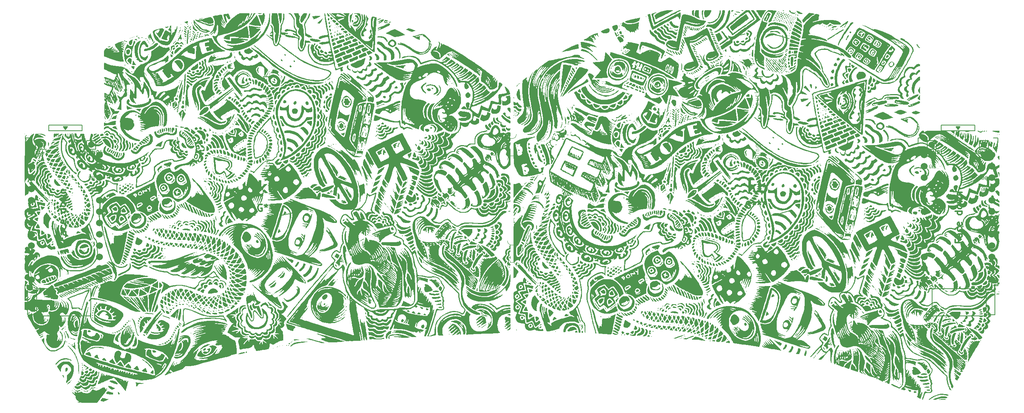
<source format=gbr>
%TF.GenerationSoftware,KiCad,Pcbnew,(6.0.4-0)*%
%TF.CreationDate,2022-05-14T15:15:58+02:00*%
%TF.ProjectId,sweepv2.1,73776565-7076-4322-9e31-2e6b69636164,rev?*%
%TF.SameCoordinates,Original*%
%TF.FileFunction,Legend,Top*%
%TF.FilePolarity,Positive*%
%FSLAX46Y46*%
G04 Gerber Fmt 4.6, Leading zero omitted, Abs format (unit mm)*
G04 Created by KiCad (PCBNEW (6.0.4-0)) date 2022-05-14 15:15:58*
%MOMM*%
%LPD*%
G01*
G04 APERTURE LIST*
%ADD10C,0.300000*%
%ADD11C,0.125000*%
%ADD12C,0.120000*%
%ADD13C,0.150000*%
%ADD14C,0.100000*%
%ADD15C,0.010000*%
%ADD16C,0.200000*%
%ADD17C,1.524000*%
%ADD18C,1.397000*%
G04 APERTURE END LIST*
D10*
X29610857Y-71690857D02*
X29610857Y-72190857D01*
X30396571Y-72190857D02*
X28896571Y-72190857D01*
X28896571Y-71476571D01*
X30396571Y-70262285D02*
X29610857Y-70262285D01*
X29468000Y-70333714D01*
X29396571Y-70476571D01*
X29396571Y-70762285D01*
X29468000Y-70905142D01*
X30325142Y-70262285D02*
X30396571Y-70405142D01*
X30396571Y-70762285D01*
X30325142Y-70905142D01*
X30182285Y-70976571D01*
X30039428Y-70976571D01*
X29896571Y-70905142D01*
X29825142Y-70762285D01*
X29825142Y-70405142D01*
X29753714Y-70262285D01*
X30325142Y-68905142D02*
X30396571Y-69048000D01*
X30396571Y-69333714D01*
X30325142Y-69476571D01*
X30253714Y-69548000D01*
X30110857Y-69619428D01*
X29682285Y-69619428D01*
X29539428Y-69548000D01*
X29468000Y-69476571D01*
X29396571Y-69333714D01*
X29396571Y-69048000D01*
X29468000Y-68905142D01*
X30325142Y-67690857D02*
X30396571Y-67833714D01*
X30396571Y-68119428D01*
X30325142Y-68262285D01*
X30182285Y-68333714D01*
X29610857Y-68333714D01*
X29468000Y-68262285D01*
X29396571Y-68119428D01*
X29396571Y-67833714D01*
X29468000Y-67690857D01*
X29610857Y-67619428D01*
X29753714Y-67619428D01*
X29896571Y-68333714D01*
X30396571Y-65190857D02*
X28896571Y-65190857D01*
X30325142Y-65190857D02*
X30396571Y-65333714D01*
X30396571Y-65619428D01*
X30325142Y-65762285D01*
X30253714Y-65833714D01*
X30110857Y-65905142D01*
X29682285Y-65905142D01*
X29539428Y-65833714D01*
X29468000Y-65762285D01*
X29396571Y-65619428D01*
X29396571Y-65333714D01*
X29468000Y-65190857D01*
X30396571Y-64262285D02*
X30325142Y-64405142D01*
X30253714Y-64476571D01*
X30110857Y-64548000D01*
X29682285Y-64548000D01*
X29539428Y-64476571D01*
X29468000Y-64405142D01*
X29396571Y-64262285D01*
X29396571Y-64048000D01*
X29468000Y-63905142D01*
X29539428Y-63833714D01*
X29682285Y-63762285D01*
X30110857Y-63762285D01*
X30253714Y-63833714D01*
X30325142Y-63905142D01*
X30396571Y-64048000D01*
X30396571Y-64262285D01*
X29396571Y-63262285D02*
X30396571Y-62976571D01*
X29682285Y-62690857D01*
X30396571Y-62405142D01*
X29396571Y-62119428D01*
X29396571Y-61548000D02*
X30396571Y-61548000D01*
X29539428Y-61548000D02*
X29468000Y-61476571D01*
X29396571Y-61333714D01*
X29396571Y-61119428D01*
X29468000Y-60976571D01*
X29610857Y-60905142D01*
X30396571Y-60905142D01*
X230270857Y-72198857D02*
X230270857Y-72698857D01*
X231056571Y-72698857D02*
X229556571Y-72698857D01*
X229556571Y-71984571D01*
X231056571Y-70770285D02*
X230270857Y-70770285D01*
X230128000Y-70841714D01*
X230056571Y-70984571D01*
X230056571Y-71270285D01*
X230128000Y-71413142D01*
X230985142Y-70770285D02*
X231056571Y-70913142D01*
X231056571Y-71270285D01*
X230985142Y-71413142D01*
X230842285Y-71484571D01*
X230699428Y-71484571D01*
X230556571Y-71413142D01*
X230485142Y-71270285D01*
X230485142Y-70913142D01*
X230413714Y-70770285D01*
X230985142Y-69413142D02*
X231056571Y-69556000D01*
X231056571Y-69841714D01*
X230985142Y-69984571D01*
X230913714Y-70056000D01*
X230770857Y-70127428D01*
X230342285Y-70127428D01*
X230199428Y-70056000D01*
X230128000Y-69984571D01*
X230056571Y-69841714D01*
X230056571Y-69556000D01*
X230128000Y-69413142D01*
X230985142Y-68198857D02*
X231056571Y-68341714D01*
X231056571Y-68627428D01*
X230985142Y-68770285D01*
X230842285Y-68841714D01*
X230270857Y-68841714D01*
X230128000Y-68770285D01*
X230056571Y-68627428D01*
X230056571Y-68341714D01*
X230128000Y-68198857D01*
X230270857Y-68127428D01*
X230413714Y-68127428D01*
X230556571Y-68841714D01*
X231056571Y-65698857D02*
X229556571Y-65698857D01*
X230985142Y-65698857D02*
X231056571Y-65841714D01*
X231056571Y-66127428D01*
X230985142Y-66270285D01*
X230913714Y-66341714D01*
X230770857Y-66413142D01*
X230342285Y-66413142D01*
X230199428Y-66341714D01*
X230128000Y-66270285D01*
X230056571Y-66127428D01*
X230056571Y-65841714D01*
X230128000Y-65698857D01*
X231056571Y-64770285D02*
X230985142Y-64913142D01*
X230913714Y-64984571D01*
X230770857Y-65056000D01*
X230342285Y-65056000D01*
X230199428Y-64984571D01*
X230128000Y-64913142D01*
X230056571Y-64770285D01*
X230056571Y-64556000D01*
X230128000Y-64413142D01*
X230199428Y-64341714D01*
X230342285Y-64270285D01*
X230770857Y-64270285D01*
X230913714Y-64341714D01*
X230985142Y-64413142D01*
X231056571Y-64556000D01*
X231056571Y-64770285D01*
X230056571Y-63770285D02*
X231056571Y-63484571D01*
X230342285Y-63198857D01*
X231056571Y-62913142D01*
X230056571Y-62627428D01*
X230056571Y-62056000D02*
X231056571Y-62056000D01*
X230199428Y-62056000D02*
X230128000Y-61984571D01*
X230056571Y-61841714D01*
X230056571Y-61627428D01*
X230128000Y-61484571D01*
X230270857Y-61413142D01*
X231056571Y-61413142D01*
%TO.C,G\u002A\u002A\u002A*%
X74307428Y-64168000D02*
X74162285Y-64095428D01*
X73944571Y-64095428D01*
X73726857Y-64168000D01*
X73581714Y-64313142D01*
X73509142Y-64458285D01*
X73436571Y-64748571D01*
X73436571Y-64966285D01*
X73509142Y-65256571D01*
X73581714Y-65401714D01*
X73726857Y-65546857D01*
X73944571Y-65619428D01*
X74089714Y-65619428D01*
X74307428Y-65546857D01*
X74380000Y-65474285D01*
X74380000Y-64966285D01*
X74089714Y-64966285D01*
X75250857Y-64095428D02*
X75250857Y-64458285D01*
X74888000Y-64313142D02*
X75250857Y-64458285D01*
X75613714Y-64313142D01*
X75033142Y-64748571D02*
X75250857Y-64458285D01*
X75468571Y-64748571D01*
X76412000Y-64095428D02*
X76412000Y-64458285D01*
X76049142Y-64313142D02*
X76412000Y-64458285D01*
X76774857Y-64313142D01*
X76194285Y-64748571D02*
X76412000Y-64458285D01*
X76629714Y-64748571D01*
X77573142Y-64095428D02*
X77573142Y-64458285D01*
X77210285Y-64313142D02*
X77573142Y-64458285D01*
X77936000Y-64313142D01*
X77355428Y-64748571D02*
X77573142Y-64458285D01*
X77790857Y-64748571D01*
X183585627Y-63516082D02*
X183440484Y-63443510D01*
X183222770Y-63443510D01*
X183005056Y-63516082D01*
X182859913Y-63661224D01*
X182787341Y-63806367D01*
X182714770Y-64096653D01*
X182714770Y-64314367D01*
X182787341Y-64604653D01*
X182859913Y-64749796D01*
X183005056Y-64894939D01*
X183222770Y-64967510D01*
X183367913Y-64967510D01*
X183585627Y-64894939D01*
X183658199Y-64822367D01*
X183658199Y-64314367D01*
X183367913Y-64314367D01*
X184529056Y-63443510D02*
X184529056Y-63806367D01*
X184166199Y-63661224D02*
X184529056Y-63806367D01*
X184891913Y-63661224D01*
X184311341Y-64096653D02*
X184529056Y-63806367D01*
X184746770Y-64096653D01*
X185690199Y-63443510D02*
X185690199Y-63806367D01*
X185327341Y-63661224D02*
X185690199Y-63806367D01*
X186053056Y-63661224D01*
X185472484Y-64096653D02*
X185690199Y-63806367D01*
X185907913Y-64096653D01*
X186851341Y-63443510D02*
X186851341Y-63806367D01*
X186488484Y-63661224D02*
X186851341Y-63806367D01*
X187214199Y-63661224D01*
X186633627Y-64096653D02*
X186851341Y-63806367D01*
X187069056Y-64096653D01*
D11*
%TO.C,U1*%
X235657047Y-60389000D02*
X235609428Y-60353285D01*
X235538000Y-60353285D01*
X235466571Y-60389000D01*
X235418952Y-60460428D01*
X235395142Y-60531857D01*
X235371333Y-60674714D01*
X235371333Y-60781857D01*
X235395142Y-60924714D01*
X235418952Y-60996142D01*
X235466571Y-61067571D01*
X235538000Y-61103285D01*
X235585619Y-61103285D01*
X235657047Y-61067571D01*
X235680857Y-61031857D01*
X235680857Y-60781857D01*
X235585619Y-60781857D01*
X235895142Y-61103285D02*
X235895142Y-60353285D01*
X236180857Y-61103285D01*
X236180857Y-60353285D01*
X236418952Y-61103285D02*
X236418952Y-60353285D01*
X236538000Y-60353285D01*
X236609428Y-60389000D01*
X236657047Y-60460428D01*
X236680857Y-60531857D01*
X236704666Y-60674714D01*
X236704666Y-60781857D01*
X236680857Y-60924714D01*
X236657047Y-60996142D01*
X236609428Y-61067571D01*
X236538000Y-61103285D01*
X236418952Y-61103285D01*
X235677047Y-57809000D02*
X235629428Y-57773285D01*
X235558000Y-57773285D01*
X235486571Y-57809000D01*
X235438952Y-57880428D01*
X235415142Y-57951857D01*
X235391333Y-58094714D01*
X235391333Y-58201857D01*
X235415142Y-58344714D01*
X235438952Y-58416142D01*
X235486571Y-58487571D01*
X235558000Y-58523285D01*
X235605619Y-58523285D01*
X235677047Y-58487571D01*
X235700857Y-58451857D01*
X235700857Y-58201857D01*
X235605619Y-58201857D01*
X235915142Y-58523285D02*
X235915142Y-57773285D01*
X236200857Y-58523285D01*
X236200857Y-57773285D01*
X236438952Y-58523285D02*
X236438952Y-57773285D01*
X236558000Y-57773285D01*
X236629428Y-57809000D01*
X236677047Y-57880428D01*
X236700857Y-57951857D01*
X236724666Y-58094714D01*
X236724666Y-58201857D01*
X236700857Y-58344714D01*
X236677047Y-58416142D01*
X236629428Y-58487571D01*
X236558000Y-58523285D01*
X236438952Y-58523285D01*
X224027047Y-55279000D02*
X223979428Y-55243285D01*
X223908000Y-55243285D01*
X223836571Y-55279000D01*
X223788952Y-55350428D01*
X223765142Y-55421857D01*
X223741333Y-55564714D01*
X223741333Y-55671857D01*
X223765142Y-55814714D01*
X223788952Y-55886142D01*
X223836571Y-55957571D01*
X223908000Y-55993285D01*
X223955619Y-55993285D01*
X224027047Y-55957571D01*
X224050857Y-55921857D01*
X224050857Y-55671857D01*
X223955619Y-55671857D01*
X224265142Y-55993285D02*
X224265142Y-55243285D01*
X224550857Y-55993285D01*
X224550857Y-55243285D01*
X224788952Y-55993285D02*
X224788952Y-55243285D01*
X224908000Y-55243285D01*
X224979428Y-55279000D01*
X225027047Y-55350428D01*
X225050857Y-55421857D01*
X225074666Y-55564714D01*
X225074666Y-55671857D01*
X225050857Y-55814714D01*
X225027047Y-55886142D01*
X224979428Y-55957571D01*
X224908000Y-55993285D01*
X224788952Y-55993285D01*
X224162761Y-53383285D02*
X223996095Y-53026142D01*
X223877047Y-53383285D02*
X223877047Y-52633285D01*
X224067523Y-52633285D01*
X224115142Y-52669000D01*
X224138952Y-52704714D01*
X224162761Y-52776142D01*
X224162761Y-52883285D01*
X224138952Y-52954714D01*
X224115142Y-52990428D01*
X224067523Y-53026142D01*
X223877047Y-53026142D01*
X224353238Y-53169000D02*
X224591333Y-53169000D01*
X224305619Y-53383285D02*
X224472285Y-52633285D01*
X224638952Y-53383285D01*
X224758000Y-52633285D02*
X224877047Y-53383285D01*
X224972285Y-52847571D01*
X225067523Y-53383285D01*
X225186571Y-52633285D01*
D12*
X227681571Y-48953285D02*
X227681571Y-48203285D01*
X227931571Y-48739000D01*
X228181571Y-48203285D01*
X228181571Y-48953285D01*
X228538714Y-48953285D02*
X228538714Y-48453285D01*
X228538714Y-48203285D02*
X228503000Y-48239000D01*
X228538714Y-48274714D01*
X228574428Y-48239000D01*
X228538714Y-48203285D01*
X228538714Y-48274714D01*
X229217285Y-48917571D02*
X229145857Y-48953285D01*
X229003000Y-48953285D01*
X228931571Y-48917571D01*
X228895857Y-48881857D01*
X228860142Y-48810428D01*
X228860142Y-48596142D01*
X228895857Y-48524714D01*
X228931571Y-48489000D01*
X229003000Y-48453285D01*
X229145857Y-48453285D01*
X229217285Y-48489000D01*
X229538714Y-48953285D02*
X229538714Y-48453285D01*
X229538714Y-48596142D02*
X229574428Y-48524714D01*
X229610142Y-48489000D01*
X229681571Y-48453285D01*
X229753000Y-48453285D01*
X230110142Y-48953285D02*
X230038714Y-48917571D01*
X230003000Y-48881857D01*
X229967285Y-48810428D01*
X229967285Y-48596142D01*
X230003000Y-48524714D01*
X230038714Y-48489000D01*
X230110142Y-48453285D01*
X230217285Y-48453285D01*
X230288714Y-48489000D01*
X230324428Y-48524714D01*
X230360142Y-48596142D01*
X230360142Y-48810428D01*
X230324428Y-48881857D01*
X230288714Y-48917571D01*
X230217285Y-48953285D01*
X230110142Y-48953285D01*
X230681571Y-48203285D02*
X230681571Y-48810428D01*
X230717285Y-48881857D01*
X230753000Y-48917571D01*
X230824428Y-48953285D01*
X230967285Y-48953285D01*
X231038714Y-48917571D01*
X231074428Y-48881857D01*
X231110142Y-48810428D01*
X231110142Y-48203285D01*
X231431571Y-48917571D02*
X231538714Y-48953285D01*
X231717285Y-48953285D01*
X231788714Y-48917571D01*
X231824428Y-48881857D01*
X231860142Y-48810428D01*
X231860142Y-48739000D01*
X231824428Y-48667571D01*
X231788714Y-48631857D01*
X231717285Y-48596142D01*
X231574428Y-48560428D01*
X231503000Y-48524714D01*
X231467285Y-48489000D01*
X231431571Y-48417571D01*
X231431571Y-48346142D01*
X231467285Y-48274714D01*
X231503000Y-48239000D01*
X231574428Y-48203285D01*
X231753000Y-48203285D01*
X231860142Y-48239000D01*
X232431571Y-48560428D02*
X232538714Y-48596142D01*
X232574428Y-48631857D01*
X232610142Y-48703285D01*
X232610142Y-48810428D01*
X232574428Y-48881857D01*
X232538714Y-48917571D01*
X232467285Y-48953285D01*
X232181571Y-48953285D01*
X232181571Y-48203285D01*
X232431571Y-48203285D01*
X232503000Y-48239000D01*
X232538714Y-48274714D01*
X232574428Y-48346142D01*
X232574428Y-48417571D01*
X232538714Y-48489000D01*
X232503000Y-48524714D01*
X232431571Y-48560428D01*
X232181571Y-48560428D01*
D13*
D11*
%TO.C,U2*%
X35805047Y-60389000D02*
X35757428Y-60353285D01*
X35686000Y-60353285D01*
X35614571Y-60389000D01*
X35566952Y-60460428D01*
X35543142Y-60531857D01*
X35519333Y-60674714D01*
X35519333Y-60781857D01*
X35543142Y-60924714D01*
X35566952Y-60996142D01*
X35614571Y-61067571D01*
X35686000Y-61103285D01*
X35733619Y-61103285D01*
X35805047Y-61067571D01*
X35828857Y-61031857D01*
X35828857Y-60781857D01*
X35733619Y-60781857D01*
X36043142Y-61103285D02*
X36043142Y-60353285D01*
X36328857Y-61103285D01*
X36328857Y-60353285D01*
X36566952Y-61103285D02*
X36566952Y-60353285D01*
X36686000Y-60353285D01*
X36757428Y-60389000D01*
X36805047Y-60460428D01*
X36828857Y-60531857D01*
X36852666Y-60674714D01*
X36852666Y-60781857D01*
X36828857Y-60924714D01*
X36805047Y-60996142D01*
X36757428Y-61067571D01*
X36686000Y-61103285D01*
X36566952Y-61103285D01*
X35825047Y-57809000D02*
X35777428Y-57773285D01*
X35706000Y-57773285D01*
X35634571Y-57809000D01*
X35586952Y-57880428D01*
X35563142Y-57951857D01*
X35539333Y-58094714D01*
X35539333Y-58201857D01*
X35563142Y-58344714D01*
X35586952Y-58416142D01*
X35634571Y-58487571D01*
X35706000Y-58523285D01*
X35753619Y-58523285D01*
X35825047Y-58487571D01*
X35848857Y-58451857D01*
X35848857Y-58201857D01*
X35753619Y-58201857D01*
X36063142Y-58523285D02*
X36063142Y-57773285D01*
X36348857Y-58523285D01*
X36348857Y-57773285D01*
X36586952Y-58523285D02*
X36586952Y-57773285D01*
X36706000Y-57773285D01*
X36777428Y-57809000D01*
X36825047Y-57880428D01*
X36848857Y-57951857D01*
X36872666Y-58094714D01*
X36872666Y-58201857D01*
X36848857Y-58344714D01*
X36825047Y-58416142D01*
X36777428Y-58487571D01*
X36706000Y-58523285D01*
X36586952Y-58523285D01*
X24175047Y-55279000D02*
X24127428Y-55243285D01*
X24056000Y-55243285D01*
X23984571Y-55279000D01*
X23936952Y-55350428D01*
X23913142Y-55421857D01*
X23889333Y-55564714D01*
X23889333Y-55671857D01*
X23913142Y-55814714D01*
X23936952Y-55886142D01*
X23984571Y-55957571D01*
X24056000Y-55993285D01*
X24103619Y-55993285D01*
X24175047Y-55957571D01*
X24198857Y-55921857D01*
X24198857Y-55671857D01*
X24103619Y-55671857D01*
X24413142Y-55993285D02*
X24413142Y-55243285D01*
X24698857Y-55993285D01*
X24698857Y-55243285D01*
X24936952Y-55993285D02*
X24936952Y-55243285D01*
X25056000Y-55243285D01*
X25127428Y-55279000D01*
X25175047Y-55350428D01*
X25198857Y-55421857D01*
X25222666Y-55564714D01*
X25222666Y-55671857D01*
X25198857Y-55814714D01*
X25175047Y-55886142D01*
X25127428Y-55957571D01*
X25056000Y-55993285D01*
X24936952Y-55993285D01*
X24310761Y-53383285D02*
X24144095Y-53026142D01*
X24025047Y-53383285D02*
X24025047Y-52633285D01*
X24215523Y-52633285D01*
X24263142Y-52669000D01*
X24286952Y-52704714D01*
X24310761Y-52776142D01*
X24310761Y-52883285D01*
X24286952Y-52954714D01*
X24263142Y-52990428D01*
X24215523Y-53026142D01*
X24025047Y-53026142D01*
X24501238Y-53169000D02*
X24739333Y-53169000D01*
X24453619Y-53383285D02*
X24620285Y-52633285D01*
X24786952Y-53383285D01*
X24906000Y-52633285D02*
X25025047Y-53383285D01*
X25120285Y-52847571D01*
X25215523Y-53383285D01*
X25334571Y-52633285D01*
D12*
X27829571Y-48953285D02*
X27829571Y-48203285D01*
X28079571Y-48739000D01*
X28329571Y-48203285D01*
X28329571Y-48953285D01*
X28686714Y-48953285D02*
X28686714Y-48453285D01*
X28686714Y-48203285D02*
X28651000Y-48239000D01*
X28686714Y-48274714D01*
X28722428Y-48239000D01*
X28686714Y-48203285D01*
X28686714Y-48274714D01*
X29365285Y-48917571D02*
X29293857Y-48953285D01*
X29151000Y-48953285D01*
X29079571Y-48917571D01*
X29043857Y-48881857D01*
X29008142Y-48810428D01*
X29008142Y-48596142D01*
X29043857Y-48524714D01*
X29079571Y-48489000D01*
X29151000Y-48453285D01*
X29293857Y-48453285D01*
X29365285Y-48489000D01*
X29686714Y-48953285D02*
X29686714Y-48453285D01*
X29686714Y-48596142D02*
X29722428Y-48524714D01*
X29758142Y-48489000D01*
X29829571Y-48453285D01*
X29901000Y-48453285D01*
X30258142Y-48953285D02*
X30186714Y-48917571D01*
X30151000Y-48881857D01*
X30115285Y-48810428D01*
X30115285Y-48596142D01*
X30151000Y-48524714D01*
X30186714Y-48489000D01*
X30258142Y-48453285D01*
X30365285Y-48453285D01*
X30436714Y-48489000D01*
X30472428Y-48524714D01*
X30508142Y-48596142D01*
X30508142Y-48810428D01*
X30472428Y-48881857D01*
X30436714Y-48917571D01*
X30365285Y-48953285D01*
X30258142Y-48953285D01*
X30829571Y-48203285D02*
X30829571Y-48810428D01*
X30865285Y-48881857D01*
X30901000Y-48917571D01*
X30972428Y-48953285D01*
X31115285Y-48953285D01*
X31186714Y-48917571D01*
X31222428Y-48881857D01*
X31258142Y-48810428D01*
X31258142Y-48203285D01*
X31579571Y-48917571D02*
X31686714Y-48953285D01*
X31865285Y-48953285D01*
X31936714Y-48917571D01*
X31972428Y-48881857D01*
X32008142Y-48810428D01*
X32008142Y-48739000D01*
X31972428Y-48667571D01*
X31936714Y-48631857D01*
X31865285Y-48596142D01*
X31722428Y-48560428D01*
X31651000Y-48524714D01*
X31615285Y-48489000D01*
X31579571Y-48417571D01*
X31579571Y-48346142D01*
X31615285Y-48274714D01*
X31651000Y-48239000D01*
X31722428Y-48203285D01*
X31901000Y-48203285D01*
X32008142Y-48239000D01*
X32579571Y-48560428D02*
X32686714Y-48596142D01*
X32722428Y-48631857D01*
X32758142Y-48703285D01*
X32758142Y-48810428D01*
X32722428Y-48881857D01*
X32686714Y-48917571D01*
X32615285Y-48953285D01*
X32329571Y-48953285D01*
X32329571Y-48203285D01*
X32579571Y-48203285D01*
X32651000Y-48239000D01*
X32686714Y-48274714D01*
X32722428Y-48346142D01*
X32722428Y-48417571D01*
X32686714Y-48489000D01*
X32651000Y-48524714D01*
X32579571Y-48560428D01*
X32329571Y-48560428D01*
D13*
D14*
%TO.C,REF\u002A\u002A*%
X75223714Y-41749500D02*
X76223714Y-41749500D01*
X75271333Y-41749500D02*
X75223714Y-41654261D01*
X75223714Y-41463785D01*
X75271333Y-41368547D01*
X75318952Y-41320928D01*
X75414190Y-41273309D01*
X75699904Y-41273309D01*
X75795142Y-41320928D01*
X75842761Y-41368547D01*
X75890380Y-41463785D01*
X75890380Y-41654261D01*
X75842761Y-41749500D01*
X75223714Y-40416166D02*
X75890380Y-40416166D01*
X75223714Y-40844738D02*
X75747523Y-40844738D01*
X75842761Y-40797119D01*
X75890380Y-40701880D01*
X75890380Y-40559023D01*
X75842761Y-40463785D01*
X75795142Y-40416166D01*
X75842761Y-39511404D02*
X75890380Y-39606642D01*
X75890380Y-39797119D01*
X75842761Y-39892357D01*
X75795142Y-39939976D01*
X75699904Y-39987595D01*
X75414190Y-39987595D01*
X75318952Y-39939976D01*
X75271333Y-39892357D01*
X75223714Y-39797119D01*
X75223714Y-39606642D01*
X75271333Y-39511404D01*
X75890380Y-39082833D02*
X74890380Y-39082833D01*
X75509428Y-38987595D02*
X75890380Y-38701880D01*
X75223714Y-38701880D02*
X75604666Y-39082833D01*
X75287214Y-55640000D02*
X75287214Y-55259047D01*
X74953880Y-55497142D02*
X75811023Y-55497142D01*
X75906261Y-55449523D01*
X75953880Y-55354285D01*
X75953880Y-55259047D01*
X75906261Y-54544761D02*
X75953880Y-54640000D01*
X75953880Y-54830476D01*
X75906261Y-54925714D01*
X75811023Y-54973333D01*
X75430071Y-54973333D01*
X75334833Y-54925714D01*
X75287214Y-54830476D01*
X75287214Y-54640000D01*
X75334833Y-54544761D01*
X75430071Y-54497142D01*
X75525309Y-54497142D01*
X75620547Y-54973333D01*
X75287214Y-54068571D02*
X75953880Y-54068571D01*
X75382452Y-54068571D02*
X75334833Y-54020952D01*
X75287214Y-53925714D01*
X75287214Y-53782857D01*
X75334833Y-53687619D01*
X75430071Y-53640000D01*
X75953880Y-53640000D01*
X75287214Y-53306666D02*
X75287214Y-52925714D01*
X74953880Y-53163809D02*
X75811023Y-53163809D01*
X75906261Y-53116190D01*
X75953880Y-53020952D01*
X75953880Y-52925714D01*
X75953880Y-52592380D02*
X75287214Y-52592380D01*
X74953880Y-52592380D02*
X75001500Y-52640000D01*
X75049119Y-52592380D01*
X75001500Y-52544761D01*
X74953880Y-52592380D01*
X75049119Y-52592380D01*
X75287214Y-52116190D02*
X75953880Y-52116190D01*
X75382452Y-52116190D02*
X75334833Y-52068571D01*
X75287214Y-51973333D01*
X75287214Y-51830476D01*
X75334833Y-51735238D01*
X75430071Y-51687619D01*
X75953880Y-51687619D01*
X75287214Y-50782857D02*
X76096738Y-50782857D01*
X76191976Y-50830476D01*
X76239595Y-50878095D01*
X76287214Y-50973333D01*
X76287214Y-51116190D01*
X76239595Y-51211428D01*
X75906261Y-50782857D02*
X75953880Y-50878095D01*
X75953880Y-51068571D01*
X75906261Y-51163809D01*
X75858642Y-51211428D01*
X75763404Y-51259047D01*
X75477690Y-51259047D01*
X75382452Y-51211428D01*
X75334833Y-51163809D01*
X75287214Y-51068571D01*
X75287214Y-50878095D01*
X75334833Y-50782857D01*
X184951214Y-55640000D02*
X184951214Y-55259047D01*
X184617880Y-55497142D02*
X185475023Y-55497142D01*
X185570261Y-55449523D01*
X185617880Y-55354285D01*
X185617880Y-55259047D01*
X185570261Y-54544761D02*
X185617880Y-54640000D01*
X185617880Y-54830476D01*
X185570261Y-54925714D01*
X185475023Y-54973333D01*
X185094071Y-54973333D01*
X184998833Y-54925714D01*
X184951214Y-54830476D01*
X184951214Y-54640000D01*
X184998833Y-54544761D01*
X185094071Y-54497142D01*
X185189309Y-54497142D01*
X185284547Y-54973333D01*
X184951214Y-54068571D02*
X185617880Y-54068571D01*
X185046452Y-54068571D02*
X184998833Y-54020952D01*
X184951214Y-53925714D01*
X184951214Y-53782857D01*
X184998833Y-53687619D01*
X185094071Y-53640000D01*
X185617880Y-53640000D01*
X184951214Y-53306666D02*
X184951214Y-52925714D01*
X184617880Y-53163809D02*
X185475023Y-53163809D01*
X185570261Y-53116190D01*
X185617880Y-53020952D01*
X185617880Y-52925714D01*
X185617880Y-52592380D02*
X184951214Y-52592380D01*
X184617880Y-52592380D02*
X184665500Y-52640000D01*
X184713119Y-52592380D01*
X184665500Y-52544761D01*
X184617880Y-52592380D01*
X184713119Y-52592380D01*
X184951214Y-52116190D02*
X185617880Y-52116190D01*
X185046452Y-52116190D02*
X184998833Y-52068571D01*
X184951214Y-51973333D01*
X184951214Y-51830476D01*
X184998833Y-51735238D01*
X185094071Y-51687619D01*
X185617880Y-51687619D01*
X184951214Y-50782857D02*
X185760738Y-50782857D01*
X185855976Y-50830476D01*
X185903595Y-50878095D01*
X185951214Y-50973333D01*
X185951214Y-51116190D01*
X185903595Y-51211428D01*
X185570261Y-50782857D02*
X185617880Y-50878095D01*
X185617880Y-51068571D01*
X185570261Y-51163809D01*
X185522642Y-51211428D01*
X185427404Y-51259047D01*
X185141690Y-51259047D01*
X185046452Y-51211428D01*
X184998833Y-51163809D01*
X184951214Y-51068571D01*
X184951214Y-50878095D01*
X184998833Y-50782857D01*
X184887714Y-41749500D02*
X185887714Y-41749500D01*
X184935333Y-41749500D02*
X184887714Y-41654261D01*
X184887714Y-41463785D01*
X184935333Y-41368547D01*
X184982952Y-41320928D01*
X185078190Y-41273309D01*
X185363904Y-41273309D01*
X185459142Y-41320928D01*
X185506761Y-41368547D01*
X185554380Y-41463785D01*
X185554380Y-41654261D01*
X185506761Y-41749500D01*
X184887714Y-40416166D02*
X185554380Y-40416166D01*
X184887714Y-40844738D02*
X185411523Y-40844738D01*
X185506761Y-40797119D01*
X185554380Y-40701880D01*
X185554380Y-40559023D01*
X185506761Y-40463785D01*
X185459142Y-40416166D01*
X185506761Y-39511404D02*
X185554380Y-39606642D01*
X185554380Y-39797119D01*
X185506761Y-39892357D01*
X185459142Y-39939976D01*
X185363904Y-39987595D01*
X185078190Y-39987595D01*
X184982952Y-39939976D01*
X184935333Y-39892357D01*
X184887714Y-39797119D01*
X184887714Y-39606642D01*
X184935333Y-39511404D01*
X185554380Y-39082833D02*
X184554380Y-39082833D01*
X185173428Y-38987595D02*
X185554380Y-38701880D01*
X184887714Y-38701880D02*
X185268666Y-39082833D01*
D13*
%TO.C,BatGND4*%
X33900533Y-52392942D02*
X34016647Y-52431647D01*
X34055352Y-52470352D01*
X34094057Y-52547761D01*
X34094057Y-52663876D01*
X34055352Y-52741285D01*
X34016647Y-52779990D01*
X33939238Y-52818695D01*
X33629600Y-52818695D01*
X33629600Y-52005895D01*
X33900533Y-52005895D01*
X33977942Y-52044600D01*
X34016647Y-52083304D01*
X34055352Y-52160714D01*
X34055352Y-52238123D01*
X34016647Y-52315533D01*
X33977942Y-52354238D01*
X33900533Y-52392942D01*
X33629600Y-52392942D01*
X34790742Y-52818695D02*
X34790742Y-52392942D01*
X34752038Y-52315533D01*
X34674628Y-52276828D01*
X34519809Y-52276828D01*
X34442400Y-52315533D01*
X34790742Y-52779990D02*
X34713333Y-52818695D01*
X34519809Y-52818695D01*
X34442400Y-52779990D01*
X34403695Y-52702580D01*
X34403695Y-52625171D01*
X34442400Y-52547761D01*
X34519809Y-52509057D01*
X34713333Y-52509057D01*
X34790742Y-52470352D01*
X35061676Y-52276828D02*
X35371314Y-52276828D01*
X35177790Y-52005895D02*
X35177790Y-52702580D01*
X35216495Y-52779990D01*
X35293904Y-52818695D01*
X35371314Y-52818695D01*
X36068000Y-52044600D02*
X35990590Y-52005895D01*
X35874476Y-52005895D01*
X35758361Y-52044600D01*
X35680952Y-52122009D01*
X35642247Y-52199419D01*
X35603542Y-52354238D01*
X35603542Y-52470352D01*
X35642247Y-52625171D01*
X35680952Y-52702580D01*
X35758361Y-52779990D01*
X35874476Y-52818695D01*
X35951885Y-52818695D01*
X36068000Y-52779990D01*
X36106704Y-52741285D01*
X36106704Y-52470352D01*
X35951885Y-52470352D01*
X36455047Y-52818695D02*
X36455047Y-52005895D01*
X36919504Y-52818695D01*
X36919504Y-52005895D01*
X37306552Y-52818695D02*
X37306552Y-52005895D01*
X37500076Y-52005895D01*
X37616190Y-52044600D01*
X37693600Y-52122009D01*
X37732304Y-52199419D01*
X37771009Y-52354238D01*
X37771009Y-52470352D01*
X37732304Y-52625171D01*
X37693600Y-52702580D01*
X37616190Y-52779990D01*
X37500076Y-52818695D01*
X37306552Y-52818695D01*
X38467695Y-52276828D02*
X38467695Y-52818695D01*
X38274171Y-51967190D02*
X38080647Y-52547761D01*
X38583809Y-52547761D01*
%TO.C,BatGND1*%
X222114533Y-52392942D02*
X222230647Y-52431647D01*
X222269352Y-52470352D01*
X222308057Y-52547761D01*
X222308057Y-52663876D01*
X222269352Y-52741285D01*
X222230647Y-52779990D01*
X222153238Y-52818695D01*
X221843600Y-52818695D01*
X221843600Y-52005895D01*
X222114533Y-52005895D01*
X222191942Y-52044600D01*
X222230647Y-52083304D01*
X222269352Y-52160714D01*
X222269352Y-52238123D01*
X222230647Y-52315533D01*
X222191942Y-52354238D01*
X222114533Y-52392942D01*
X221843600Y-52392942D01*
X223004742Y-52818695D02*
X223004742Y-52392942D01*
X222966038Y-52315533D01*
X222888628Y-52276828D01*
X222733809Y-52276828D01*
X222656400Y-52315533D01*
X223004742Y-52779990D02*
X222927333Y-52818695D01*
X222733809Y-52818695D01*
X222656400Y-52779990D01*
X222617695Y-52702580D01*
X222617695Y-52625171D01*
X222656400Y-52547761D01*
X222733809Y-52509057D01*
X222927333Y-52509057D01*
X223004742Y-52470352D01*
X223275676Y-52276828D02*
X223585314Y-52276828D01*
X223391790Y-52005895D02*
X223391790Y-52702580D01*
X223430495Y-52779990D01*
X223507904Y-52818695D01*
X223585314Y-52818695D01*
X224282000Y-52044600D02*
X224204590Y-52005895D01*
X224088476Y-52005895D01*
X223972361Y-52044600D01*
X223894952Y-52122009D01*
X223856247Y-52199419D01*
X223817542Y-52354238D01*
X223817542Y-52470352D01*
X223856247Y-52625171D01*
X223894952Y-52702580D01*
X223972361Y-52779990D01*
X224088476Y-52818695D01*
X224165885Y-52818695D01*
X224282000Y-52779990D01*
X224320704Y-52741285D01*
X224320704Y-52470352D01*
X224165885Y-52470352D01*
X224669047Y-52818695D02*
X224669047Y-52005895D01*
X225133504Y-52818695D01*
X225133504Y-52005895D01*
X225520552Y-52818695D02*
X225520552Y-52005895D01*
X225714076Y-52005895D01*
X225830190Y-52044600D01*
X225907600Y-52122009D01*
X225946304Y-52199419D01*
X225985009Y-52354238D01*
X225985009Y-52470352D01*
X225946304Y-52625171D01*
X225907600Y-52702580D01*
X225830190Y-52779990D01*
X225714076Y-52818695D01*
X225520552Y-52818695D01*
X226759104Y-52818695D02*
X226294647Y-52818695D01*
X226526876Y-52818695D02*
X226526876Y-52005895D01*
X226449466Y-52122009D01*
X226372057Y-52199419D01*
X226294647Y-52238123D01*
%TO.C,Bat+r1*%
X234282342Y-52392942D02*
X234398457Y-52431647D01*
X234437161Y-52470352D01*
X234475866Y-52547761D01*
X234475866Y-52663876D01*
X234437161Y-52741285D01*
X234398457Y-52779990D01*
X234321047Y-52818695D01*
X234011409Y-52818695D01*
X234011409Y-52005895D01*
X234282342Y-52005895D01*
X234359752Y-52044600D01*
X234398457Y-52083304D01*
X234437161Y-52160714D01*
X234437161Y-52238123D01*
X234398457Y-52315533D01*
X234359752Y-52354238D01*
X234282342Y-52392942D01*
X234011409Y-52392942D01*
X235172552Y-52818695D02*
X235172552Y-52392942D01*
X235133847Y-52315533D01*
X235056438Y-52276828D01*
X234901619Y-52276828D01*
X234824209Y-52315533D01*
X235172552Y-52779990D02*
X235095142Y-52818695D01*
X234901619Y-52818695D01*
X234824209Y-52779990D01*
X234785504Y-52702580D01*
X234785504Y-52625171D01*
X234824209Y-52547761D01*
X234901619Y-52509057D01*
X235095142Y-52509057D01*
X235172552Y-52470352D01*
X235443485Y-52276828D02*
X235753123Y-52276828D01*
X235559600Y-52005895D02*
X235559600Y-52702580D01*
X235598304Y-52779990D01*
X235675714Y-52818695D01*
X235753123Y-52818695D01*
X236024057Y-52509057D02*
X236643333Y-52509057D01*
X236333695Y-52818695D02*
X236333695Y-52199419D01*
X237030380Y-52818695D02*
X237030380Y-52276828D01*
X237030380Y-52431647D02*
X237069085Y-52354238D01*
X237107790Y-52315533D01*
X237185200Y-52276828D01*
X237262609Y-52276828D01*
X237959295Y-52818695D02*
X237494838Y-52818695D01*
X237727066Y-52818695D02*
X237727066Y-52005895D01*
X237649657Y-52122009D01*
X237572247Y-52199419D01*
X237494838Y-52238123D01*
%TO.C,Bat+1*%
X23205923Y-52392942D02*
X23322038Y-52431647D01*
X23360742Y-52470352D01*
X23399447Y-52547761D01*
X23399447Y-52663876D01*
X23360742Y-52741285D01*
X23322038Y-52779990D01*
X23244628Y-52818695D01*
X22934990Y-52818695D01*
X22934990Y-52005895D01*
X23205923Y-52005895D01*
X23283333Y-52044600D01*
X23322038Y-52083304D01*
X23360742Y-52160714D01*
X23360742Y-52238123D01*
X23322038Y-52315533D01*
X23283333Y-52354238D01*
X23205923Y-52392942D01*
X22934990Y-52392942D01*
X24096133Y-52818695D02*
X24096133Y-52392942D01*
X24057428Y-52315533D01*
X23980019Y-52276828D01*
X23825200Y-52276828D01*
X23747790Y-52315533D01*
X24096133Y-52779990D02*
X24018723Y-52818695D01*
X23825200Y-52818695D01*
X23747790Y-52779990D01*
X23709085Y-52702580D01*
X23709085Y-52625171D01*
X23747790Y-52547761D01*
X23825200Y-52509057D01*
X24018723Y-52509057D01*
X24096133Y-52470352D01*
X24367066Y-52276828D02*
X24676704Y-52276828D01*
X24483180Y-52005895D02*
X24483180Y-52702580D01*
X24521885Y-52779990D01*
X24599295Y-52818695D01*
X24676704Y-52818695D01*
X24947638Y-52509057D02*
X25566914Y-52509057D01*
X25257276Y-52818695D02*
X25257276Y-52199419D01*
X26379714Y-52818695D02*
X25915257Y-52818695D01*
X26147485Y-52818695D02*
X26147485Y-52005895D01*
X26070076Y-52122009D01*
X25992666Y-52199419D01*
X25915257Y-52238123D01*
%TO.C,G\u002A\u002A\u002A*%
G36*
X39113382Y-105225227D02*
G01*
X39227891Y-105363332D01*
X39376734Y-105529615D01*
X39502525Y-105612138D01*
X39521035Y-105614263D01*
X39578487Y-105595539D01*
X39523256Y-105566300D01*
X39464620Y-105472906D01*
X39494156Y-105346158D01*
X39589243Y-105281188D01*
X39591059Y-105281170D01*
X39674911Y-105341311D01*
X39652007Y-105510800D01*
X39529459Y-105773239D01*
X39314381Y-106112229D01*
X39110434Y-106389066D01*
X38799839Y-106793074D01*
X38447778Y-107255308D01*
X38113712Y-107697574D01*
X37998795Y-107850903D01*
X37443391Y-108594214D01*
X35670796Y-108594214D01*
X35004889Y-108589548D01*
X34463744Y-108575940D01*
X34059571Y-108553972D01*
X33804579Y-108524226D01*
X33725344Y-108501394D01*
X33551546Y-108452276D01*
X33459977Y-108501394D01*
X33329466Y-108586816D01*
X33206869Y-108530816D01*
X33137198Y-108454535D01*
X33071116Y-108358321D01*
X33130649Y-108351727D01*
X33222353Y-108378767D01*
X33423044Y-108442677D01*
X33264479Y-108231760D01*
X33128877Y-108094065D01*
X33021006Y-108053614D01*
X33018868Y-108054359D01*
X32914962Y-108014465D01*
X32800287Y-107859469D01*
X32701287Y-107640013D01*
X32644408Y-107406743D01*
X32639334Y-107327535D01*
X32565176Y-107045522D01*
X32415541Y-106873418D01*
X32135436Y-106619093D01*
X31948992Y-106416384D01*
X31877508Y-106288592D01*
X31877334Y-106284550D01*
X31924713Y-106219001D01*
X32064423Y-106292080D01*
X32189043Y-106400011D01*
X32356057Y-106521552D01*
X32443218Y-106515444D01*
X32428742Y-106390248D01*
X32395172Y-106319013D01*
X32339696Y-106154367D01*
X32406122Y-106104689D01*
X32589545Y-106172352D01*
X32640331Y-106200459D01*
X32821033Y-106279687D01*
X32935755Y-106285302D01*
X32940661Y-106281399D01*
X32972106Y-106156071D01*
X32892026Y-106027685D01*
X32743954Y-105961461D01*
X32726657Y-105960769D01*
X32587641Y-105925687D01*
X32554667Y-105875819D01*
X32615798Y-105800316D01*
X32749434Y-105808422D01*
X32861410Y-105877769D01*
X33001682Y-105911082D01*
X33256892Y-105835151D01*
X33267223Y-105830850D01*
X33514475Y-105745696D01*
X33657794Y-105729014D01*
X33679667Y-105769996D01*
X33562583Y-105857830D01*
X33422500Y-105926693D01*
X33172405Y-106052368D01*
X33071908Y-106148502D01*
X33107375Y-106230753D01*
X33138638Y-106252701D01*
X33285049Y-106281822D01*
X33468382Y-106251237D01*
X33623626Y-106181735D01*
X33685769Y-106094106D01*
X33682369Y-106078827D01*
X33691303Y-105975571D01*
X33730942Y-105960769D01*
X33820323Y-106020208D01*
X33824667Y-106045719D01*
X33894172Y-106118771D01*
X33966167Y-106130668D01*
X34139808Y-106184887D01*
X34253763Y-106263326D01*
X34419275Y-106347645D01*
X34681726Y-106417363D01*
X34853710Y-106442982D01*
X35349145Y-106434033D01*
X35750094Y-106289265D01*
X36072106Y-106002001D01*
X36158639Y-105882506D01*
X36330126Y-105649871D01*
X36469715Y-105556671D01*
X36621528Y-105590529D01*
X36788000Y-105705919D01*
X36983403Y-105822574D01*
X37194054Y-105859398D01*
X37446830Y-105809902D01*
X37768611Y-105667595D01*
X38186274Y-105425984D01*
X38336000Y-105332080D01*
X38562247Y-105225216D01*
X38780857Y-105159296D01*
X38971972Y-105145221D01*
X39113382Y-105225227D01*
G37*
G36*
X38991284Y-107536979D02*
G01*
X39110322Y-107572286D01*
X39374424Y-107641860D01*
X39675441Y-107702714D01*
X39709000Y-107708204D01*
X40047667Y-107761703D01*
X39497334Y-108046412D01*
X39224329Y-108184559D01*
X39014404Y-108285016D01*
X38908479Y-108328291D01*
X38904667Y-108328714D01*
X38804313Y-108304841D01*
X38604275Y-108248004D01*
X38523667Y-108223927D01*
X38303966Y-108143019D01*
X38224585Y-108049927D01*
X38275165Y-107903088D01*
X38398928Y-107723478D01*
X38557523Y-107556192D01*
X38736927Y-107497861D01*
X38991284Y-107536979D01*
G37*
G36*
X39922407Y-106011789D02*
G01*
X39939351Y-106024043D01*
X40077915Y-106088537D01*
X40322335Y-106162777D01*
X40534500Y-106212434D01*
X40809945Y-106277075D01*
X40956736Y-106342173D01*
X41013843Y-106432266D01*
X41021334Y-106518965D01*
X41006556Y-106643368D01*
X40932752Y-106702304D01*
X40755716Y-106717352D01*
X40619167Y-106715275D01*
X40269017Y-106689350D01*
X39899357Y-106637436D01*
X39814834Y-106621135D01*
X39541891Y-106540957D01*
X39431165Y-106437618D01*
X39475622Y-106293329D01*
X39621851Y-106133008D01*
X39797187Y-106004798D01*
X39922407Y-106011789D01*
G37*
G36*
X42331707Y-106312889D02*
G01*
X42465031Y-106454360D01*
X42480812Y-106540652D01*
X42400192Y-106619130D01*
X42237612Y-106712938D01*
X42151900Y-106672217D01*
X42122811Y-106482410D01*
X42122000Y-106419077D01*
X42122000Y-106112836D01*
X42331707Y-106312889D01*
G37*
G36*
X35261540Y-106195313D02*
G01*
X35264000Y-106215618D01*
X35199571Y-106298100D01*
X35179334Y-106300568D01*
X35097127Y-106235923D01*
X35094667Y-106215618D01*
X35159096Y-106133137D01*
X35179334Y-106130668D01*
X35261540Y-106195313D01*
G37*
G36*
X32130363Y-106026494D02*
G01*
X32131334Y-106045719D01*
X32066246Y-106127404D01*
X32041670Y-106130668D01*
X31991104Y-106078625D01*
X32004334Y-106045719D01*
X32080416Y-105964678D01*
X32093997Y-105960769D01*
X32130363Y-106026494D01*
G37*
G36*
X34544334Y-105914219D02*
G01*
X34752441Y-105980406D01*
X34877867Y-106052977D01*
X34894355Y-106109461D01*
X34794100Y-106127967D01*
X34599786Y-106074320D01*
X34459667Y-105990456D01*
X34354707Y-105900035D01*
X34380486Y-105880539D01*
X34544334Y-105914219D01*
G37*
G36*
X35380782Y-105904898D02*
G01*
X35433334Y-105960769D01*
X35360877Y-106024628D01*
X35221667Y-106045719D01*
X35062552Y-106016639D01*
X35010000Y-105960769D01*
X35082456Y-105896910D01*
X35221667Y-105875819D01*
X35380782Y-105904898D01*
G37*
G36*
X35913111Y-105989085D02*
G01*
X35901489Y-106039588D01*
X35856667Y-106045719D01*
X35786977Y-106014637D01*
X35800222Y-105989085D01*
X35900702Y-105978919D01*
X35913111Y-105989085D01*
G37*
G36*
X31849111Y-105904136D02*
G01*
X31837489Y-105954638D01*
X31792667Y-105960769D01*
X31722977Y-105929687D01*
X31736222Y-105904136D01*
X31836702Y-105893969D01*
X31849111Y-105904136D01*
G37*
G36*
X42596853Y-104474147D02*
G01*
X43815334Y-104474147D01*
X43857667Y-104516622D01*
X43900000Y-104474147D01*
X43857667Y-104431672D01*
X43815334Y-104474147D01*
X42596853Y-104474147D01*
X42524496Y-104388437D01*
X42296278Y-104127268D01*
X43483351Y-104127268D01*
X43498918Y-104237449D01*
X43527820Y-104238765D01*
X43548031Y-104125069D01*
X43534504Y-104075944D01*
X43496909Y-104043767D01*
X43483351Y-104127268D01*
X42296278Y-104127268D01*
X42188344Y-104003750D01*
X41869078Y-103651169D01*
X41803744Y-103582173D01*
X42714667Y-103582173D01*
X42779096Y-103664655D01*
X42799334Y-103667123D01*
X42881540Y-103602479D01*
X42884000Y-103582173D01*
X42819571Y-103499692D01*
X42799334Y-103497224D01*
X42717127Y-103561868D01*
X42714667Y-103582173D01*
X41803744Y-103582173D01*
X41586476Y-103352728D01*
X41360320Y-103130463D01*
X41210387Y-103006408D01*
X41168351Y-102988010D01*
X40965903Y-103028562D01*
X40872018Y-103069634D01*
X40722548Y-103138903D01*
X40466947Y-103244248D01*
X40158289Y-103363860D01*
X40132334Y-103373601D01*
X39770115Y-103517675D01*
X39408392Y-103675221D01*
X39147209Y-103801191D01*
X38905275Y-103918605D01*
X38717289Y-103993089D01*
X38655046Y-104006923D01*
X38529978Y-104042188D01*
X38307712Y-104133611D01*
X38094753Y-104233204D01*
X37791498Y-104367763D01*
X37619542Y-104405874D01*
X37570449Y-104347052D01*
X37626869Y-104206332D01*
X37695416Y-104052425D01*
X37795630Y-103789019D01*
X37907748Y-103468490D01*
X37926508Y-103412274D01*
X38106262Y-102875253D01*
X38243391Y-102480110D01*
X38345572Y-102206489D01*
X38420481Y-102034037D01*
X38475792Y-101942400D01*
X38484486Y-101932684D01*
X38564423Y-101918629D01*
X38618259Y-102011309D01*
X38625706Y-102147660D01*
X38585045Y-102245295D01*
X38522639Y-102389929D01*
X38465872Y-102629099D01*
X38449635Y-102732675D01*
X38429067Y-102929516D01*
X38432965Y-103007872D01*
X38446253Y-102987525D01*
X38627482Y-102532188D01*
X38776481Y-102223979D01*
X38889545Y-102070078D01*
X38928152Y-102053076D01*
X38970808Y-102121477D01*
X38956841Y-102244214D01*
X38879796Y-102550589D01*
X38854350Y-102700376D01*
X38880617Y-102698842D01*
X38958711Y-102551256D01*
X38963316Y-102541538D01*
X39093348Y-102307282D01*
X39183975Y-102236388D01*
X39233680Y-102329174D01*
X39243334Y-102482839D01*
X39266264Y-102652662D01*
X39325095Y-102691876D01*
X39328000Y-102690200D01*
X39400480Y-102569738D01*
X39412667Y-102481901D01*
X39463099Y-102324527D01*
X39572252Y-102279362D01*
X39676910Y-102359995D01*
X39700655Y-102419992D01*
X39754763Y-102538775D01*
X39819365Y-102499529D01*
X39822347Y-102494974D01*
X39890653Y-102447226D01*
X40027787Y-102444893D01*
X40266120Y-102491195D01*
X40563182Y-102568647D01*
X40914202Y-102664728D01*
X41233152Y-102751478D01*
X41459971Y-102812572D01*
X41487000Y-102819749D01*
X41923494Y-102942887D01*
X42307934Y-103065785D01*
X42604298Y-103175989D01*
X42776566Y-103261043D01*
X42787885Y-103269536D01*
X42966653Y-103350219D01*
X43083035Y-103367056D01*
X43229723Y-103423030D01*
X43307564Y-103608188D01*
X43310806Y-103624648D01*
X43347584Y-103790805D01*
X43379422Y-103802232D01*
X43423528Y-103688361D01*
X43514361Y-103524625D01*
X43600713Y-103523713D01*
X43653517Y-103680347D01*
X43657530Y-103730836D01*
X43669752Y-103872513D01*
X43689262Y-103852300D01*
X43704814Y-103780493D01*
X43783146Y-103612863D01*
X43860523Y-103550354D01*
X43930913Y-103553967D01*
X43954698Y-103660066D01*
X43938923Y-103900604D01*
X43938546Y-103904208D01*
X43896614Y-104304247D01*
X44066571Y-103937534D01*
X44193090Y-103720879D01*
X44298450Y-103629257D01*
X44357989Y-103665952D01*
X44347046Y-103834247D01*
X44328825Y-103902613D01*
X44269262Y-104125789D01*
X44198296Y-104422873D01*
X44168014Y-104559097D01*
X44054733Y-105079970D01*
X43970547Y-105456568D01*
X43909896Y-105710918D01*
X43867218Y-105865048D01*
X43836953Y-105940984D01*
X43814154Y-105960769D01*
X43743394Y-105897863D01*
X43604478Y-105733345D01*
X43436476Y-105514782D01*
X43168342Y-105165988D01*
X42882706Y-104813946D01*
X43815334Y-104813946D01*
X43857667Y-104856421D01*
X43900000Y-104813946D01*
X43857667Y-104771471D01*
X43815334Y-104813946D01*
X42882706Y-104813946D01*
X42857755Y-104783194D01*
X42596853Y-104474147D01*
G37*
G36*
X35602667Y-105833344D02*
G01*
X35560334Y-105875819D01*
X35518000Y-105833344D01*
X35560334Y-105790869D01*
X35602667Y-105833344D01*
G37*
G36*
X32018445Y-105734236D02*
G01*
X32006822Y-105784738D01*
X31962000Y-105790869D01*
X31892310Y-105759787D01*
X31905556Y-105734236D01*
X32006035Y-105724069D01*
X32018445Y-105734236D01*
G37*
G36*
X32468302Y-105576442D02*
G01*
X32522902Y-105683256D01*
X32485364Y-105705919D01*
X32361270Y-105643400D01*
X32339519Y-105615318D01*
X32307825Y-105504729D01*
X32373529Y-105495656D01*
X32468302Y-105576442D01*
G37*
G36*
X34008191Y-105509635D02*
G01*
X34078667Y-105578495D01*
X34129479Y-105681015D01*
X34099401Y-105705919D01*
X33979809Y-105647354D01*
X33909334Y-105578495D01*
X33858522Y-105475974D01*
X33888600Y-105451070D01*
X34008191Y-105509635D01*
G37*
G36*
X37042000Y-105182132D02*
G01*
X36968918Y-105249480D01*
X36792869Y-105314529D01*
X36578652Y-105362795D01*
X36391065Y-105379792D01*
X36294906Y-105351035D01*
X36294111Y-105349315D01*
X36216629Y-105279170D01*
X36134615Y-105345866D01*
X36095389Y-105472307D01*
X36006921Y-105636556D01*
X35856667Y-105687209D01*
X35710677Y-105697834D01*
X35710858Y-105657894D01*
X35818451Y-105559785D01*
X35973692Y-105386837D01*
X36050867Y-105254075D01*
X36140975Y-105146127D01*
X36300750Y-105163360D01*
X36621660Y-105220642D01*
X36893834Y-105156936D01*
X37017273Y-105140751D01*
X37042000Y-105182132D01*
G37*
G36*
X37438478Y-103626503D02*
G01*
X37455912Y-103723688D01*
X37391788Y-103787652D01*
X37333391Y-103893451D01*
X37277053Y-104102186D01*
X37262854Y-104180794D01*
X37138250Y-104536556D01*
X36910368Y-104796195D01*
X36609789Y-104929836D01*
X36484300Y-104941371D01*
X36277810Y-104917900D01*
X36156184Y-104860950D01*
X36153000Y-104856421D01*
X36035346Y-104772412D01*
X35905023Y-104837882D01*
X35801312Y-105017295D01*
X35629324Y-105272608D01*
X35357903Y-105470530D01*
X35043598Y-105583773D01*
X34742960Y-105585046D01*
X34671334Y-105562598D01*
X34532042Y-105481803D01*
X34323806Y-105335459D01*
X34215343Y-105252559D01*
X33886353Y-104993782D01*
X33731175Y-105186061D01*
X33542903Y-105339871D01*
X33292639Y-105456421D01*
X33269223Y-105463326D01*
X33059555Y-105503994D01*
X32889423Y-105472995D01*
X32681896Y-105352826D01*
X32631558Y-105318239D01*
X32409464Y-105152184D01*
X32318397Y-105037444D01*
X32343574Y-104938940D01*
X32434542Y-104850696D01*
X32580610Y-104782903D01*
X32729726Y-104840294D01*
X33029989Y-104937859D01*
X33337899Y-104890009D01*
X33564885Y-104735171D01*
X33757954Y-104528972D01*
X34048132Y-104820121D01*
X34297611Y-105024972D01*
X34534230Y-105106360D01*
X34621483Y-105111270D01*
X35011325Y-105055168D01*
X35344818Y-104902919D01*
X35574785Y-104678613D01*
X35615245Y-104603823D01*
X35743668Y-104405317D01*
X35877776Y-104349270D01*
X35983667Y-104431672D01*
X36113433Y-104501681D01*
X36331928Y-104508937D01*
X36570931Y-104454466D01*
X36645400Y-104421729D01*
X36900263Y-104228657D01*
X37074039Y-103977511D01*
X37124784Y-103773311D01*
X37176332Y-103617714D01*
X37296000Y-103582173D01*
X37438478Y-103626503D01*
G37*
G36*
X40068834Y-104797502D02*
G01*
X40314161Y-104878935D01*
X40611279Y-104985279D01*
X40915303Y-105099411D01*
X41181347Y-105204209D01*
X41364526Y-105282550D01*
X41419830Y-105312883D01*
X41381997Y-105368825D01*
X41241527Y-105453116D01*
X41055847Y-105538666D01*
X40882384Y-105598386D01*
X40791220Y-105609401D01*
X40661800Y-105585304D01*
X40537390Y-105561398D01*
X40360988Y-105474094D01*
X40167629Y-105305864D01*
X40135224Y-105269124D01*
X39980595Y-105046238D01*
X39923278Y-104877787D01*
X39967183Y-104791544D01*
X40068834Y-104797502D01*
G37*
G36*
X32216000Y-105323645D02*
G01*
X32173667Y-105366120D01*
X32131334Y-105323645D01*
X32173667Y-105281170D01*
X32216000Y-105323645D01*
G37*
G36*
X37465334Y-105323645D02*
G01*
X37423000Y-105366120D01*
X37380667Y-105323645D01*
X37423000Y-105281170D01*
X37465334Y-105323645D01*
G37*
G36*
X46555815Y-104062436D02*
G01*
X46640704Y-104077270D01*
X46996439Y-104132259D01*
X47349323Y-104169694D01*
X47550429Y-104179833D01*
X47774951Y-104184659D01*
X47849966Y-104204713D01*
X47795298Y-104255797D01*
X47710000Y-104307034D01*
X47438636Y-104390745D01*
X47097865Y-104381236D01*
X46862558Y-104360800D01*
X46716605Y-104395193D01*
X46614469Y-104517431D01*
X46510613Y-104760534D01*
X46486357Y-104824630D01*
X46413773Y-104854381D01*
X46299449Y-104891642D01*
X46186275Y-104913538D01*
X46143001Y-104858525D01*
X46151822Y-104687902D01*
X46163580Y-104596273D01*
X46174388Y-104326754D01*
X46112268Y-104185553D01*
X46094916Y-104172843D01*
X46007458Y-104086491D01*
X46067455Y-104037147D01*
X46256407Y-104028048D01*
X46555815Y-104062436D01*
G37*
G36*
X37900554Y-101764918D02*
G01*
X37888589Y-102023961D01*
X37789334Y-102427555D01*
X37690064Y-102732675D01*
X37582669Y-103025419D01*
X37496733Y-103191298D01*
X37403990Y-103265858D01*
X37276174Y-103284644D01*
X37250968Y-103284849D01*
X37085358Y-103304446D01*
X37000314Y-103395771D01*
X36950600Y-103607626D01*
X36950347Y-103609179D01*
X36878870Y-103861293D01*
X36772450Y-104056946D01*
X36754998Y-104076404D01*
X36572821Y-104172571D01*
X36316246Y-104213826D01*
X36049557Y-104201079D01*
X35837036Y-104135244D01*
X35757153Y-104062237D01*
X35643217Y-103933903D01*
X35554438Y-103965631D01*
X35516220Y-104147580D01*
X35516118Y-104155585D01*
X35441425Y-104466018D01*
X35228451Y-104683235D01*
X34885284Y-104799453D01*
X34840667Y-104805648D01*
X34565527Y-104818144D01*
X34334754Y-104793289D01*
X34280861Y-104776502D01*
X34105704Y-104657869D01*
X33923817Y-104473108D01*
X33913452Y-104460105D01*
X33724849Y-104219533D01*
X33580752Y-104398080D01*
X33378606Y-104584454D01*
X33151228Y-104702126D01*
X32939250Y-104743107D01*
X32783305Y-104699409D01*
X32724000Y-104566538D01*
X32783863Y-104432161D01*
X32918484Y-104281541D01*
X33060413Y-104184903D01*
X33098312Y-104176822D01*
X33203565Y-104128992D01*
X33370370Y-104013072D01*
X33380566Y-104005079D01*
X33598175Y-103833336D01*
X33780378Y-104005079D01*
X34042226Y-104146995D01*
X34371115Y-104184426D01*
X34702154Y-104119390D01*
X34955304Y-103968504D01*
X35106736Y-103781649D01*
X35178444Y-103602565D01*
X35179334Y-103586230D01*
X35181643Y-103471286D01*
X35214263Y-103427758D01*
X35315735Y-103455400D01*
X35524597Y-103553960D01*
X35585628Y-103583605D01*
X35823614Y-103684778D01*
X35982982Y-103703531D01*
X36128714Y-103647483D01*
X36129006Y-103647318D01*
X36397143Y-103436965D01*
X36518639Y-103179112D01*
X36531307Y-103044487D01*
X36548620Y-102881069D01*
X36630446Y-102835094D01*
X36791441Y-102860858D01*
X37085838Y-102846875D01*
X37352549Y-102693352D01*
X37564080Y-102430645D01*
X37692934Y-102089114D01*
X37719334Y-101836351D01*
X37752126Y-101674193D01*
X37825167Y-101650906D01*
X37900554Y-101764918D01*
G37*
G36*
X31696702Y-103500587D02*
G01*
X31631947Y-103620723D01*
X31447080Y-103856999D01*
X31404197Y-103907704D01*
X31152266Y-104175230D01*
X30943298Y-104343444D01*
X30798540Y-104397367D01*
X30751095Y-104368189D01*
X30792210Y-104285314D01*
X30933263Y-104122170D01*
X31146475Y-103910042D01*
X31211624Y-103849515D01*
X31482407Y-103613734D01*
X31645477Y-103497841D01*
X31696702Y-103500587D01*
G37*
G36*
X40892720Y-103587886D02*
G01*
X41225839Y-103682613D01*
X41550671Y-103831581D01*
X41828728Y-104026688D01*
X41857272Y-104052957D01*
X41971874Y-104211453D01*
X41997005Y-104351865D01*
X41928911Y-104422737D01*
X41884170Y-104421903D01*
X41769004Y-104399074D01*
X41563312Y-104355908D01*
X41529334Y-104348646D01*
X41172377Y-104252750D01*
X40829406Y-104127335D01*
X40534734Y-103989244D01*
X40322671Y-103855317D01*
X40227532Y-103742397D01*
X40228506Y-103710147D01*
X40355566Y-103593552D01*
X40589800Y-103555498D01*
X40892720Y-103587886D01*
G37*
G36*
X30723365Y-99323433D02*
G01*
X31080224Y-99379124D01*
X31248696Y-99441484D01*
X31501067Y-99617782D01*
X31765578Y-99869724D01*
X31997400Y-100147222D01*
X32151703Y-100400191D01*
X32181887Y-100484120D01*
X32203347Y-100671122D01*
X32211028Y-100970180D01*
X32203814Y-101323928D01*
X32199843Y-101408667D01*
X32129028Y-101993889D01*
X31969525Y-102499282D01*
X31700287Y-102969874D01*
X31300265Y-103450694D01*
X31193614Y-103561307D01*
X30952573Y-103799095D01*
X30754135Y-103981771D01*
X30629173Y-104081457D01*
X30606058Y-104091872D01*
X30524162Y-104024041D01*
X30487471Y-103952478D01*
X30492209Y-103785617D01*
X30573646Y-103599486D01*
X30657905Y-103407081D01*
X30682832Y-103148681D01*
X30668448Y-102891430D01*
X30623761Y-102396972D01*
X31021749Y-102110089D01*
X31368526Y-101768298D01*
X31572381Y-101356214D01*
X31623334Y-100998367D01*
X31548152Y-100712851D01*
X31343113Y-100417753D01*
X31038975Y-100157305D01*
X31038022Y-100156672D01*
X30632910Y-99967912D01*
X30249172Y-99935839D01*
X29907486Y-100047240D01*
X29628529Y-100288904D01*
X29432980Y-100647618D01*
X29341515Y-101110171D01*
X29337334Y-101243325D01*
X29315070Y-101511389D01*
X29249787Y-101624300D01*
X29231500Y-101627541D01*
X29145909Y-101558315D01*
X29010915Y-101380246D01*
X28852584Y-101136580D01*
X28696984Y-100870566D01*
X28570184Y-100625450D01*
X28498249Y-100444481D01*
X28490667Y-100398454D01*
X28555474Y-100268213D01*
X28724058Y-100080150D01*
X28957661Y-99868170D01*
X29217523Y-99666177D01*
X29464886Y-99508075D01*
X29564452Y-99459147D01*
X29901901Y-99364111D01*
X30309398Y-99318651D01*
X30723365Y-99323433D01*
G37*
G36*
X36786490Y-101329177D02*
G01*
X36839518Y-101447025D01*
X36797952Y-101603889D01*
X36729070Y-101732689D01*
X36536642Y-101953673D01*
X36312845Y-102043891D01*
X36097316Y-101989449D01*
X36065076Y-101965414D01*
X35966765Y-101922202D01*
X35890987Y-102012498D01*
X35858070Y-102091848D01*
X35793950Y-102300857D01*
X35772000Y-102437892D01*
X35700000Y-102589719D01*
X35519749Y-102672239D01*
X35284870Y-102666013D01*
X35207767Y-102642423D01*
X35012526Y-102544620D01*
X34899444Y-102451274D01*
X34818531Y-102403073D01*
X34791748Y-102435351D01*
X34636299Y-102774620D01*
X34505637Y-102980528D01*
X34374528Y-103082028D01*
X34217738Y-103108077D01*
X34205667Y-103107838D01*
X33959045Y-103080969D01*
X33782334Y-103036660D01*
X33700369Y-103020214D01*
X33741908Y-103086758D01*
X33850555Y-103192434D01*
X34037083Y-103336508D01*
X34192428Y-103409898D01*
X34213367Y-103412274D01*
X34443770Y-103340108D01*
X34667023Y-103157557D01*
X34822797Y-102915538D01*
X34832413Y-102889814D01*
X34921497Y-102633415D01*
X35180320Y-102818330D01*
X35360850Y-102934059D01*
X35484470Y-102951912D01*
X35626763Y-102879811D01*
X35646143Y-102867160D01*
X35836880Y-102690000D01*
X35981421Y-102482183D01*
X36114790Y-102301751D01*
X36310389Y-102221472D01*
X36427683Y-102206896D01*
X36636028Y-102170680D01*
X36770676Y-102075005D01*
X36890578Y-101873374D01*
X36915000Y-101822543D01*
X37076843Y-101567463D01*
X37240303Y-101467237D01*
X37391977Y-101526477D01*
X37467552Y-101632487D01*
X37517947Y-101840140D01*
X37467344Y-102089439D01*
X37309093Y-102416401D01*
X37088649Y-102592894D01*
X36785961Y-102633003D01*
X36705233Y-102624775D01*
X36488341Y-102603016D01*
X36390634Y-102637346D01*
X36363782Y-102759048D01*
X36361974Y-102846946D01*
X36321384Y-103093032D01*
X36236728Y-103277442D01*
X36049987Y-103399068D01*
X35786492Y-103428746D01*
X35510360Y-103368807D01*
X35307713Y-103243675D01*
X35140629Y-103129557D01*
X35042568Y-103170480D01*
X35010008Y-103367967D01*
X35010000Y-103372373D01*
X34952306Y-103555145D01*
X34810990Y-103757584D01*
X34786788Y-103782964D01*
X34499354Y-103975609D01*
X34192279Y-104000638D01*
X33871473Y-103858391D01*
X33703695Y-103720805D01*
X33502498Y-103516546D01*
X33418674Y-103372954D01*
X33438543Y-103243104D01*
X33525641Y-103109948D01*
X33625420Y-102924511D01*
X33652641Y-102806789D01*
X33715719Y-102640304D01*
X33788786Y-102557402D01*
X33908502Y-102489124D01*
X33988077Y-102553181D01*
X33989883Y-102556091D01*
X34114249Y-102630047D01*
X34280469Y-102581621D01*
X34441744Y-102433187D01*
X34517350Y-102303895D01*
X34620845Y-102112669D01*
X34729924Y-102064928D01*
X34898991Y-102141468D01*
X34927528Y-102159116D01*
X35134612Y-102201142D01*
X35356262Y-102125236D01*
X35529094Y-101964298D01*
X35587389Y-101816626D01*
X35633158Y-101692423D01*
X35755539Y-101638450D01*
X35949037Y-101628327D01*
X36185043Y-101607173D01*
X36317680Y-101523038D01*
X36380072Y-101415953D01*
X36511449Y-101237403D01*
X36662929Y-101225687D01*
X36786490Y-101329177D01*
G37*
G36*
X33345552Y-103645460D02*
G01*
X33347485Y-103648428D01*
X33335229Y-103764070D01*
X33273401Y-103837799D01*
X33172421Y-103892031D01*
X33148630Y-103868662D01*
X33188811Y-103729210D01*
X33271069Y-103636406D01*
X33345552Y-103645460D01*
G37*
G36*
X45710549Y-96451641D02*
G01*
X45889895Y-96387322D01*
X46000134Y-96393660D01*
X46077984Y-96351229D01*
X46201635Y-96189905D01*
X46296672Y-96026652D01*
X53890667Y-96026652D01*
X53917875Y-96103837D01*
X53980310Y-96036502D01*
X54007639Y-95974751D01*
X54013556Y-95887060D01*
X53974364Y-95894815D01*
X53893676Y-96003579D01*
X53890667Y-96026652D01*
X46296672Y-96026652D01*
X46344548Y-95944412D01*
X46346874Y-95939936D01*
X46509031Y-95584017D01*
X46588725Y-95270026D01*
X46609334Y-94920770D01*
X46618885Y-94651012D01*
X46643726Y-94465351D01*
X46672834Y-94408151D01*
X46779012Y-94452185D01*
X46957486Y-94559662D01*
X46990334Y-94581684D01*
X47241788Y-94736429D01*
X47519800Y-94868511D01*
X47862868Y-94992511D01*
X48309490Y-95123008D01*
X48666077Y-95216320D01*
X49153317Y-95341130D01*
X49698938Y-95482318D01*
X50207977Y-95615274D01*
X50357633Y-95654703D01*
X50791160Y-95761243D01*
X51125768Y-95819391D01*
X51422658Y-95836036D01*
X51743032Y-95818066D01*
X51778688Y-95814633D01*
X52334485Y-95732037D01*
X52799689Y-95590568D01*
X53221095Y-95366794D01*
X53645497Y-95037283D01*
X53996500Y-94704069D01*
X54226947Y-94487426D01*
X54355438Y-94406004D01*
X54385079Y-94461784D01*
X54318974Y-94656743D01*
X54229334Y-94852400D01*
X54125121Y-95113484D01*
X54069172Y-95344145D01*
X54065620Y-95506514D01*
X54118598Y-95562720D01*
X54153306Y-95549057D01*
X54245332Y-95437413D01*
X54351790Y-95237000D01*
X54369932Y-95195063D01*
X54474253Y-94995894D01*
X54539948Y-94954661D01*
X54548092Y-95060555D01*
X54493123Y-95265430D01*
X54413884Y-95529231D01*
X54410749Y-95650719D01*
X54473954Y-95645180D01*
X54547783Y-95535426D01*
X54606993Y-95364080D01*
X54667005Y-95182341D01*
X54778180Y-94896364D01*
X54920708Y-94556167D01*
X54985845Y-94407592D01*
X55246035Y-93760681D01*
X55420615Y-93163130D01*
X55532574Y-92533941D01*
X55544472Y-92439454D01*
X55599338Y-92193657D01*
X55687352Y-91988710D01*
X55784988Y-91865840D01*
X55868722Y-91866272D01*
X55870442Y-91868229D01*
X55876069Y-91969007D01*
X55857461Y-92202880D01*
X55819567Y-92535583D01*
X55767338Y-92932854D01*
X55705724Y-93360429D01*
X55639674Y-93784045D01*
X55574140Y-94169438D01*
X55514071Y-94482346D01*
X55464417Y-94688506D01*
X55461736Y-94697180D01*
X55384540Y-94976340D01*
X55337131Y-95214822D01*
X55330000Y-95296391D01*
X55302412Y-95459080D01*
X55227289Y-95745284D01*
X55116091Y-96119267D01*
X54980278Y-96545288D01*
X54831310Y-96987611D01*
X54680646Y-97410496D01*
X54539749Y-97778206D01*
X54513599Y-97842346D01*
X54359401Y-98193993D01*
X54154045Y-98631688D01*
X53916152Y-99118767D01*
X53664345Y-99618569D01*
X53417248Y-100094428D01*
X53193484Y-100509684D01*
X53011676Y-100827672D01*
X52935707Y-100948729D01*
X52465103Y-101559029D01*
X51916559Y-102074372D01*
X51731667Y-102217550D01*
X51089237Y-102654552D01*
X50466917Y-102998152D01*
X49900873Y-103228925D01*
X49784334Y-103263487D01*
X49537411Y-103317459D01*
X49186867Y-103377149D01*
X48775504Y-103437189D01*
X48346125Y-103492211D01*
X47941531Y-103536846D01*
X47604523Y-103565728D01*
X47377906Y-103573488D01*
X47335462Y-103570605D01*
X47185764Y-103549549D01*
X47032667Y-103526659D01*
X46321873Y-103415082D01*
X45711114Y-103311242D01*
X45158761Y-103205968D01*
X44623186Y-103090094D01*
X44062759Y-102954451D01*
X43435852Y-102789870D01*
X42700835Y-102587183D01*
X42460667Y-102519728D01*
X42070731Y-102412174D01*
X41702155Y-102314464D01*
X41411996Y-102241569D01*
X41317667Y-102219861D01*
X41077444Y-102159941D01*
X40738706Y-102065567D01*
X40364117Y-101954375D01*
X40259334Y-101922003D01*
X39900463Y-101811190D01*
X39574079Y-101712447D01*
X39335579Y-101642469D01*
X39285667Y-101628552D01*
X38394077Y-101348797D01*
X37513889Y-101001410D01*
X36671633Y-100601221D01*
X35893841Y-100163060D01*
X35207044Y-99701759D01*
X35132131Y-99639961D01*
X37169905Y-99639961D01*
X37268123Y-99734980D01*
X37422646Y-99815211D01*
X37566182Y-99844381D01*
X37667133Y-99879149D01*
X37711770Y-100010975D01*
X37719334Y-100189194D01*
X37737186Y-100404501D01*
X37785436Y-100486565D01*
X37804000Y-100481505D01*
X37868814Y-100364766D01*
X37888667Y-100215413D01*
X37920197Y-100057674D01*
X38030593Y-100031311D01*
X38036834Y-100032544D01*
X38154944Y-100118716D01*
X38151968Y-100309929D01*
X38100680Y-100460267D01*
X38086783Y-100582600D01*
X38125326Y-100608929D01*
X38208755Y-100537247D01*
X38296037Y-100363021D01*
X38301975Y-100346418D01*
X38403707Y-100159324D01*
X38509602Y-100133862D01*
X38602350Y-100263138D01*
X38657716Y-100488145D01*
X38707098Y-100821304D01*
X38814165Y-100545217D01*
X38946250Y-100339920D01*
X39095942Y-100279466D01*
X39222122Y-100349345D01*
X39283671Y-100535044D01*
X39270497Y-100706268D01*
X39261950Y-100892133D01*
X39317417Y-100948729D01*
X39398776Y-100878671D01*
X39413963Y-100800066D01*
X39457699Y-100570300D01*
X39586812Y-100486554D01*
X39785822Y-100535850D01*
X39953957Y-100655066D01*
X39974537Y-100802866D01*
X39955597Y-100911940D01*
X40011151Y-100890771D01*
X40081389Y-100829123D01*
X40265346Y-100706807D01*
X40379778Y-100739224D01*
X40427046Y-100927477D01*
X40428667Y-100991204D01*
X40449932Y-101187726D01*
X40502222Y-101285960D01*
X40513334Y-101288528D01*
X40576400Y-101215669D01*
X40598000Y-101070771D01*
X40617811Y-100922984D01*
X40711419Y-100873080D01*
X40873167Y-100879634D01*
X41048711Y-100908520D01*
X41123010Y-100984159D01*
X41132688Y-101159203D01*
X41128045Y-101246053D01*
X41107756Y-101585852D01*
X41250649Y-101306777D01*
X41392905Y-101111804D01*
X41527725Y-101054234D01*
X41622396Y-101133719D01*
X41646775Y-101310988D01*
X41662804Y-101479787D01*
X41710275Y-101543377D01*
X41770255Y-101472346D01*
X41783334Y-101378491D01*
X41840107Y-101192745D01*
X42002514Y-101137032D01*
X42119694Y-101160369D01*
X42233594Y-101235404D01*
X42247868Y-101389701D01*
X42235354Y-101463177D01*
X42224359Y-101648573D01*
X42274862Y-101713277D01*
X42354940Y-101641011D01*
X42391278Y-101522140D01*
X42475388Y-101362324D01*
X42587667Y-101331003D01*
X42739077Y-101400408D01*
X42784055Y-101522140D01*
X42839090Y-101669996D01*
X42916108Y-101710696D01*
X42966122Y-101627333D01*
X42968667Y-101585852D01*
X43039253Y-101482078D01*
X43138000Y-101458428D01*
X43276789Y-101515311D01*
X43310026Y-101649565D01*
X43320327Y-101782154D01*
X43370122Y-101761402D01*
X43432958Y-101681385D01*
X43585798Y-101567314D01*
X43723776Y-101587450D01*
X43793302Y-101719244D01*
X43783522Y-101828882D01*
X43762529Y-102025746D01*
X43813206Y-102078617D01*
X43906193Y-101979842D01*
X43958056Y-101874358D01*
X44045976Y-101702812D01*
X44126137Y-101669406D01*
X44196535Y-101713445D01*
X44305101Y-101881200D01*
X44323334Y-101978528D01*
X44360848Y-102110819D01*
X44408000Y-102138026D01*
X44476008Y-102066625D01*
X44492667Y-101962218D01*
X44533134Y-101830344D01*
X44680991Y-101813249D01*
X44683167Y-101813556D01*
X44800666Y-101850779D01*
X44852450Y-101949808D01*
X44858917Y-102158869D01*
X44856350Y-102222976D01*
X44839033Y-102605250D01*
X44839429Y-102604378D01*
X50497003Y-102604378D01*
X50550401Y-102647725D01*
X50640604Y-102605252D01*
X50828800Y-102494735D01*
X51037234Y-102363730D01*
X51459153Y-102046304D01*
X51876943Y-101634192D01*
X52315200Y-101101613D01*
X52559677Y-100768041D01*
X52803827Y-100393179D01*
X52928575Y-100116656D01*
X52938100Y-99920658D01*
X52836581Y-99787373D01*
X52795566Y-99762420D01*
X52622462Y-99690096D01*
X52498519Y-99714725D01*
X52384122Y-99858984D01*
X52282227Y-100056285D01*
X52160713Y-100287093D01*
X52057373Y-100447692D01*
X52020675Y-100486047D01*
X51954501Y-100589082D01*
X51952130Y-100716890D01*
X52014668Y-100778829D01*
X52096263Y-100711043D01*
X52211463Y-100542274D01*
X52245588Y-100481505D01*
X52361551Y-100293193D01*
X52453726Y-100190540D01*
X52470587Y-100184180D01*
X52529333Y-100115452D01*
X52536000Y-100061769D01*
X52596247Y-99911463D01*
X52633883Y-99878660D01*
X52712216Y-99870062D01*
X52712011Y-99975489D01*
X52645402Y-100165478D01*
X52524522Y-100410562D01*
X52361504Y-100681278D01*
X52221629Y-100879789D01*
X51966090Y-101195726D01*
X51670042Y-101527723D01*
X51362570Y-101846840D01*
X51072764Y-102124138D01*
X50829708Y-102330678D01*
X50662492Y-102437521D01*
X50652167Y-102441255D01*
X50540962Y-102514395D01*
X50497003Y-102604378D01*
X44839429Y-102604378D01*
X44983350Y-102287122D01*
X45118250Y-102068169D01*
X45257272Y-101970371D01*
X45275834Y-101968560D01*
X45379534Y-102011278D01*
X45420770Y-102165871D01*
X45424000Y-102270465D01*
X45444055Y-102463757D01*
X45497110Y-102525237D01*
X45508667Y-102520301D01*
X45580532Y-102400129D01*
X45593334Y-102307926D01*
X45642464Y-102136891D01*
X45755578Y-102076756D01*
X45881257Y-102154601D01*
X45882142Y-102155810D01*
X46001175Y-102220407D01*
X46190332Y-102246324D01*
X46381740Y-102234272D01*
X46507523Y-102184964D01*
X46524667Y-102149068D01*
X46442462Y-102085279D01*
X46201687Y-101998132D01*
X45811105Y-101890316D01*
X45279478Y-101764523D01*
X45254667Y-101758992D01*
X44635957Y-101616366D01*
X44173977Y-101498347D01*
X43858330Y-101402204D01*
X43773000Y-101370194D01*
X43550716Y-101298459D01*
X43392000Y-101261107D01*
X43210944Y-101221446D01*
X42921773Y-101152564D01*
X42580301Y-101067828D01*
X42503000Y-101048207D01*
X42080232Y-100941790D01*
X41623622Y-100828958D01*
X41233000Y-100734373D01*
X40858449Y-100635857D01*
X40412236Y-100504980D01*
X39981796Y-100367562D01*
X39920667Y-100346842D01*
X39581292Y-100236076D01*
X39290425Y-100150971D01*
X39094112Y-100104614D01*
X39051685Y-100099847D01*
X38846113Y-100060833D01*
X38755351Y-100024142D01*
X38556783Y-99939913D01*
X38275931Y-99841531D01*
X37956982Y-99741817D01*
X37644123Y-99653587D01*
X37381543Y-99589662D01*
X37213428Y-99562859D01*
X37179280Y-99566933D01*
X37169905Y-99639961D01*
X35132131Y-99639961D01*
X34637773Y-99232147D01*
X34244828Y-98810828D01*
X33750349Y-98071349D01*
X33398048Y-97277946D01*
X33172595Y-96395051D01*
X33152546Y-96276488D01*
X33091987Y-95787163D01*
X33072991Y-95355403D01*
X33495281Y-95355403D01*
X33510334Y-95766840D01*
X33545226Y-96187689D01*
X33598210Y-96578365D01*
X33667536Y-96899283D01*
X33693048Y-96981248D01*
X33834055Y-97367347D01*
X33965279Y-97689707D01*
X34078051Y-97934244D01*
X34163702Y-98086873D01*
X34213564Y-98133508D01*
X34218967Y-98060065D01*
X34171244Y-97852459D01*
X34132009Y-97719573D01*
X34417334Y-97719573D01*
X34481054Y-97803229D01*
X34677524Y-97915705D01*
X35014705Y-98060445D01*
X35500560Y-98240892D01*
X36088469Y-98442324D01*
X36471390Y-98571681D01*
X36807765Y-98688354D01*
X37057155Y-98778133D01*
X37169000Y-98821995D01*
X37268311Y-98862421D01*
X37410483Y-98911617D01*
X37619835Y-98976937D01*
X37920689Y-99065740D01*
X38337366Y-99185383D01*
X38862334Y-99334222D01*
X39247800Y-99447308D01*
X39632417Y-99566959D01*
X39938855Y-99669049D01*
X39963000Y-99677642D01*
X40436777Y-99842020D01*
X40989684Y-100024715D01*
X41577847Y-100212087D01*
X42157388Y-100390497D01*
X42684434Y-100546309D01*
X43115107Y-100665882D01*
X43265000Y-100704044D01*
X43626823Y-100792919D01*
X43963517Y-100876935D01*
X44210693Y-100940003D01*
X44238667Y-100947349D01*
X44424886Y-100994484D01*
X44738359Y-101071573D01*
X45141553Y-101169474D01*
X45596932Y-101279047D01*
X45805000Y-101328802D01*
X46271480Y-101440617D01*
X46702356Y-101544794D01*
X47060095Y-101632194D01*
X47307160Y-101693676D01*
X47371334Y-101710214D01*
X47613729Y-101772909D01*
X47941325Y-101855928D01*
X48218000Y-101925078D01*
X48743997Y-102056082D01*
X49128409Y-102153408D01*
X49394213Y-102223417D01*
X49564388Y-102272469D01*
X49661913Y-102306923D01*
X49709766Y-102333140D01*
X49717681Y-102340159D01*
X49830409Y-102375666D01*
X50036348Y-102392633D01*
X50064868Y-102392876D01*
X50359514Y-102392876D01*
X50304947Y-101745188D01*
X50273148Y-101500903D01*
X51350667Y-101500903D01*
X51393000Y-101543377D01*
X51435334Y-101500903D01*
X51393000Y-101458428D01*
X51350667Y-101500903D01*
X50273148Y-101500903D01*
X50248155Y-101308904D01*
X50242286Y-101288528D01*
X51520000Y-101288528D01*
X51550978Y-101358451D01*
X51576445Y-101345161D01*
X51586578Y-101244346D01*
X51576445Y-101231895D01*
X51526110Y-101243556D01*
X51520000Y-101288528D01*
X50242286Y-101288528D01*
X50178434Y-101066842D01*
X51700849Y-101066842D01*
X51727913Y-101115928D01*
X51764942Y-101118628D01*
X51855870Y-101050541D01*
X51893880Y-100979188D01*
X51915590Y-100887479D01*
X51843351Y-100926586D01*
X51818272Y-100947115D01*
X51700849Y-101066842D01*
X50178434Y-101066842D01*
X50149060Y-100964861D01*
X50000912Y-100662078D01*
X49685083Y-100218219D01*
X49273568Y-99780639D01*
X50763355Y-99780639D01*
X50826970Y-99837670D01*
X51040195Y-99940384D01*
X51096667Y-99964926D01*
X51482476Y-100110079D01*
X51759349Y-100169424D01*
X51914241Y-100141249D01*
X51943334Y-100076072D01*
X51867532Y-100001804D01*
X51672711Y-99919350D01*
X51407745Y-99842624D01*
X51121509Y-99785540D01*
X50862879Y-99762010D01*
X50840188Y-99762041D01*
X50763355Y-99780639D01*
X49273568Y-99780639D01*
X49247392Y-99752805D01*
X48726610Y-99298047D01*
X48161503Y-98886157D01*
X47590843Y-98549345D01*
X47286667Y-98406938D01*
X46977261Y-98268592D01*
X46688092Y-98124670D01*
X46553164Y-98049001D01*
X46315706Y-97929753D01*
X45945548Y-97775409D01*
X45473042Y-97596718D01*
X44928539Y-97404434D01*
X44342390Y-97209306D01*
X43744947Y-97022087D01*
X43222667Y-96869236D01*
X42621133Y-96701237D01*
X46016667Y-96701237D01*
X46047645Y-96771160D01*
X46073111Y-96757870D01*
X46083244Y-96657055D01*
X46073111Y-96644604D01*
X46022777Y-96656265D01*
X46016667Y-96701237D01*
X42621133Y-96701237D01*
X42303750Y-96612597D01*
X41525445Y-96400538D01*
X40885795Y-96234013D01*
X42291334Y-96234013D01*
X42333667Y-96276488D01*
X42376000Y-96234013D01*
X42333667Y-96191538D01*
X42291334Y-96234013D01*
X40885795Y-96234013D01*
X40866147Y-96228898D01*
X40304252Y-96093517D01*
X39818155Y-95990238D01*
X39386251Y-95914900D01*
X38986936Y-95863343D01*
X38598605Y-95831409D01*
X38199654Y-95814939D01*
X37768478Y-95809771D01*
X37719334Y-95809715D01*
X37214201Y-95811105D01*
X36843875Y-95818579D01*
X36573837Y-95836493D01*
X36369569Y-95869199D01*
X36196553Y-95921052D01*
X36020272Y-95996407D01*
X35941334Y-96033998D01*
X35640457Y-96199031D01*
X35365553Y-96382650D01*
X35234861Y-96490840D01*
X35068469Y-96677312D01*
X34876217Y-96930486D01*
X34687052Y-97206858D01*
X34529918Y-97462923D01*
X34433763Y-97655175D01*
X34417334Y-97719573D01*
X34132009Y-97719573D01*
X34117765Y-97671329D01*
X34023060Y-97366835D01*
X33934458Y-97082868D01*
X33905020Y-96988854D01*
X33866069Y-96795759D01*
X33825751Y-96480863D01*
X33789491Y-96092124D01*
X33768072Y-95778303D01*
X33762499Y-95672903D01*
X33957067Y-95672903D01*
X33968559Y-95737848D01*
X34030491Y-95844631D01*
X34067911Y-95787325D01*
X34077370Y-95618127D01*
X34062744Y-95471297D01*
X34016307Y-95481288D01*
X34000537Y-95504236D01*
X33957067Y-95672903D01*
X33762499Y-95672903D01*
X33746216Y-95364939D01*
X33741734Y-95172140D01*
X34007369Y-95172140D01*
X34020674Y-95292737D01*
X34050073Y-95278327D01*
X34061256Y-95104406D01*
X34050073Y-95065953D01*
X34019171Y-95055281D01*
X34007369Y-95172140D01*
X33741734Y-95172140D01*
X33739738Y-95086287D01*
X33753048Y-94907515D01*
X33790556Y-94793793D01*
X33856673Y-94710289D01*
X33909351Y-94662425D01*
X34088524Y-94526121D01*
X34207671Y-94509332D01*
X34321454Y-94606573D01*
X34332667Y-94619966D01*
X34492149Y-94715917D01*
X34671117Y-94747391D01*
X34949455Y-94764480D01*
X35190589Y-94808221D01*
X35349885Y-94867322D01*
X35384488Y-94927863D01*
X35283271Y-94954040D01*
X35179761Y-94917520D01*
X34973717Y-94845740D01*
X34867400Y-94832864D01*
X34802071Y-94856074D01*
X34869013Y-94915212D01*
X35038732Y-94995979D01*
X35281735Y-95084077D01*
X35536653Y-95157295D01*
X35900056Y-95236229D01*
X36108870Y-95250076D01*
X36164904Y-95198878D01*
X36153000Y-95172140D01*
X36041105Y-95113854D01*
X35832815Y-95079577D01*
X35788170Y-95077336D01*
X35628204Y-95062464D01*
X35603439Y-95037070D01*
X35631687Y-95027115D01*
X35664009Y-94981891D01*
X35573856Y-94886834D01*
X35350507Y-94733022D01*
X35081354Y-94569134D01*
X34759860Y-94383052D01*
X34480694Y-94228721D01*
X34284287Y-94128150D01*
X34226834Y-94103932D01*
X34101256Y-94006872D01*
X34078667Y-93935882D01*
X34108694Y-93878013D01*
X34219807Y-93885270D01*
X34443549Y-93961712D01*
X34523167Y-93993062D01*
X34792191Y-94098947D01*
X35009183Y-94181481D01*
X35094667Y-94211900D01*
X35279860Y-94277953D01*
X35391000Y-94320962D01*
X35663476Y-94417517D01*
X36017508Y-94525771D01*
X36406596Y-94633549D01*
X36784238Y-94728675D01*
X37103936Y-94798972D01*
X37319188Y-94832266D01*
X37348082Y-94833415D01*
X37681669Y-94749490D01*
X37975302Y-94502116D01*
X38226116Y-94093889D01*
X38335687Y-93826325D01*
X38360394Y-93652001D01*
X38320994Y-93540974D01*
X38234145Y-93357017D01*
X38245027Y-93269815D01*
X38341842Y-93303302D01*
X38408877Y-93362689D01*
X38515018Y-93484057D01*
X38547800Y-93599952D01*
X38513376Y-93774123D01*
X38463716Y-93931000D01*
X38398868Y-94168378D01*
X38402832Y-94259124D01*
X38466211Y-94207296D01*
X38579604Y-94016953D01*
X38664835Y-93844152D01*
X38842938Y-93463987D01*
X38600982Y-93210595D01*
X38392072Y-93033478D01*
X38182802Y-92917305D01*
X38145013Y-92905632D01*
X37929352Y-92837724D01*
X37660371Y-92733321D01*
X37592334Y-92703947D01*
X37307933Y-92590157D01*
X36963228Y-92468600D01*
X36788000Y-92412773D01*
X36499040Y-92321728D01*
X36255426Y-92238906D01*
X36153000Y-92199926D01*
X35721897Y-92061348D01*
X35246244Y-91979726D01*
X34775609Y-91957277D01*
X34359559Y-91996218D01*
X34047663Y-92098768D01*
X34036334Y-92105228D01*
X33860484Y-92242097D01*
X33785225Y-92422319D01*
X33770680Y-92587481D01*
X33769910Y-92753057D01*
X33783928Y-92756264D01*
X33797470Y-92687357D01*
X33853608Y-92517812D01*
X33925897Y-92453745D01*
X33976984Y-92529647D01*
X33990392Y-92732628D01*
X33972056Y-93025599D01*
X33927911Y-93371471D01*
X33863894Y-93733155D01*
X33785941Y-94073565D01*
X33699987Y-94355609D01*
X33611968Y-94542202D01*
X33586655Y-94573413D01*
X33531693Y-94719104D01*
X33501818Y-94992962D01*
X33495281Y-95355403D01*
X33072991Y-95355403D01*
X33069951Y-95286320D01*
X33088944Y-94747926D01*
X33151473Y-94145943D01*
X33260046Y-93454338D01*
X33417169Y-92647074D01*
X33569728Y-91944046D01*
X33626669Y-91684759D01*
X33697405Y-91355766D01*
X33716759Y-91264448D01*
X34332667Y-91264448D01*
X34349741Y-91399472D01*
X34413583Y-91385901D01*
X34434267Y-91366388D01*
X34492272Y-91250789D01*
X34434267Y-91162508D01*
X34358443Y-91120692D01*
X34333285Y-91223561D01*
X34332667Y-91264448D01*
X33716759Y-91264448D01*
X33734763Y-91179498D01*
X33963859Y-90153973D01*
X34213876Y-89145859D01*
X34470960Y-88208773D01*
X34678713Y-87526655D01*
X34731802Y-87346497D01*
X34812105Y-87056398D01*
X34904591Y-86710947D01*
X34930177Y-86613444D01*
X35020033Y-86296488D01*
X35102194Y-86054183D01*
X35163228Y-85924479D01*
X35178242Y-85912608D01*
X35280228Y-85970349D01*
X35349445Y-86040973D01*
X35406526Y-86158556D01*
X35391565Y-86326167D01*
X35327843Y-86529435D01*
X35161390Y-87037796D01*
X34997878Y-87608214D01*
X34843728Y-88210276D01*
X34705358Y-88813571D01*
X34589187Y-89387687D01*
X34501635Y-89902213D01*
X34449120Y-90326736D01*
X34438062Y-90630846D01*
X34445919Y-90707669D01*
X34500809Y-90871914D01*
X34566599Y-90884775D01*
X34621925Y-90761655D01*
X34644684Y-90564369D01*
X34678664Y-90175242D01*
X34754060Y-89676277D01*
X34860371Y-89119354D01*
X34987096Y-88556352D01*
X35123733Y-88039150D01*
X35215535Y-87744260D01*
X35294357Y-87486997D01*
X35342111Y-87284228D01*
X35348667Y-87226362D01*
X35389166Y-87115145D01*
X35421965Y-87101906D01*
X35453165Y-87174764D01*
X35440297Y-87356091D01*
X35428274Y-87420468D01*
X35306826Y-87987097D01*
X35179070Y-88564447D01*
X35055864Y-89104687D01*
X34948064Y-89559989D01*
X34887254Y-89803830D01*
X34789244Y-90240976D01*
X34760764Y-90525182D01*
X34801704Y-90658372D01*
X34836687Y-90669799D01*
X34906643Y-90595349D01*
X34984632Y-90409889D01*
X35052429Y-90170253D01*
X35091808Y-89933276D01*
X35095491Y-89862775D01*
X35135061Y-89656384D01*
X35174813Y-89569882D01*
X35236535Y-89518893D01*
X35284201Y-89613546D01*
X35303453Y-89697306D01*
X35481918Y-90313469D01*
X35756918Y-90828775D01*
X36153202Y-91279392D01*
X36657084Y-91675400D01*
X37085459Y-91956970D01*
X37451658Y-92164298D01*
X37824067Y-92331337D01*
X38271067Y-92492040D01*
X38362705Y-92522254D01*
X38686325Y-92636344D01*
X38986339Y-92755974D01*
X39149407Y-92831215D01*
X39389802Y-92925916D01*
X39740563Y-93028280D01*
X40149752Y-93127045D01*
X40565429Y-93210949D01*
X40935655Y-93268726D01*
X41208491Y-93289115D01*
X41252538Y-93287289D01*
X41455656Y-93288072D01*
X41517868Y-93353127D01*
X41451885Y-93509549D01*
X41397433Y-93596149D01*
X41292103Y-93810876D01*
X41203080Y-94088187D01*
X41135251Y-94391630D01*
X41093507Y-94684750D01*
X41082734Y-94931093D01*
X41107821Y-95094206D01*
X41173656Y-95137634D01*
X41191903Y-95128899D01*
X41283531Y-95156224D01*
X41358731Y-95254711D01*
X41517842Y-95396519D01*
X41655105Y-95426990D01*
X41852317Y-95484313D01*
X41953374Y-95575652D01*
X42040506Y-95666451D01*
X42091636Y-95618127D01*
X42184182Y-95517391D01*
X42292961Y-95571937D01*
X42376236Y-95724936D01*
X42459021Y-95874254D01*
X42529842Y-95916073D01*
X42624889Y-95961149D01*
X42774167Y-96100338D01*
X42827558Y-96160756D01*
X43103109Y-96389234D01*
X43349189Y-96483168D01*
X43545320Y-96545613D01*
X43644419Y-96627076D01*
X43647297Y-96641374D01*
X43671399Y-96691245D01*
X43719067Y-96632211D01*
X43845433Y-96554582D01*
X44057843Y-96516022D01*
X44077603Y-96515403D01*
X44350137Y-96457587D01*
X44551859Y-96340070D01*
X44755531Y-96222461D01*
X44914717Y-96256745D01*
X44999584Y-96431928D01*
X45006034Y-96507434D01*
X45014094Y-96665374D01*
X45040143Y-96664014D01*
X45087972Y-96552575D01*
X45190448Y-96388371D01*
X45313782Y-96387752D01*
X45405356Y-96461661D01*
X45523582Y-96517369D01*
X45605127Y-96489819D01*
X47993345Y-96489819D01*
X48037296Y-96584273D01*
X48154182Y-96659718D01*
X48245987Y-96706574D01*
X48299916Y-96771557D01*
X48319658Y-96889154D01*
X48308900Y-97093850D01*
X48271329Y-97420131D01*
X48251950Y-97574004D01*
X48239766Y-97908066D01*
X48307402Y-98108466D01*
X48311749Y-98113889D01*
X48466344Y-98234229D01*
X48748239Y-98392886D01*
X49123762Y-98575452D01*
X49559238Y-98767519D01*
X50020996Y-98954681D01*
X50475361Y-99122529D01*
X50888661Y-99256655D01*
X51139000Y-99323581D01*
X51549805Y-99399827D01*
X51848680Y-99400538D01*
X52078009Y-99320134D01*
X52257417Y-99176378D01*
X52335276Y-99079832D01*
X52959334Y-99079832D01*
X52990312Y-99149756D01*
X53015778Y-99136466D01*
X53025911Y-99035650D01*
X53015778Y-99023199D01*
X52965444Y-99034860D01*
X52959334Y-99079832D01*
X52335276Y-99079832D01*
X52451718Y-98935444D01*
X52595671Y-98697558D01*
X52790000Y-98697558D01*
X52832334Y-98740033D01*
X52874667Y-98697558D01*
X52832334Y-98655083D01*
X52790000Y-98697558D01*
X52595671Y-98697558D01*
X52627096Y-98645627D01*
X52657788Y-98581730D01*
X52786533Y-98340219D01*
X52886844Y-98239317D01*
X52947119Y-98286008D01*
X52959334Y-98400234D01*
X52994790Y-98538274D01*
X53044000Y-98570133D01*
X53119552Y-98638749D01*
X53128667Y-98694892D01*
X53184764Y-98780594D01*
X53255667Y-98770753D01*
X53353526Y-98704421D01*
X53363137Y-98596429D01*
X53275707Y-98422669D01*
X53082444Y-98159031D01*
X52990661Y-98044138D01*
X52578954Y-97634364D01*
X52040418Y-97271657D01*
X51363425Y-96949989D01*
X50536343Y-96663334D01*
X50080270Y-96535791D01*
X49828349Y-96489033D01*
X49496640Y-96453492D01*
X49124230Y-96430028D01*
X48750207Y-96419503D01*
X48413660Y-96422777D01*
X48153677Y-96440712D01*
X48009345Y-96474169D01*
X47993345Y-96489819D01*
X45605127Y-96489819D01*
X45697248Y-96458696D01*
X45710549Y-96451641D01*
G37*
G36*
X29875043Y-102445710D02*
G01*
X29952952Y-102626038D01*
X29968370Y-102698881D01*
X30003316Y-102936274D01*
X29985755Y-103016644D01*
X29909460Y-102940909D01*
X29777924Y-102726982D01*
X29665700Y-102522781D01*
X29637115Y-102425151D01*
X29688744Y-102394940D01*
X29748716Y-102392876D01*
X29875043Y-102445710D01*
G37*
G36*
X54254788Y-99790644D02*
G01*
X54457073Y-99455575D01*
X54588428Y-99272055D01*
X54613525Y-99247074D01*
X54717054Y-99184999D01*
X54722977Y-99243466D01*
X54634371Y-99406411D01*
X54562808Y-99511898D01*
X54428208Y-99771635D01*
X54341345Y-100063721D01*
X54339157Y-100077186D01*
X54315543Y-100271600D01*
X54331264Y-100337910D01*
X54397891Y-100269611D01*
X54526998Y-100060199D01*
X54602223Y-99929331D01*
X54737333Y-99717548D01*
X54808405Y-99657927D01*
X54810050Y-99743245D01*
X54736881Y-99966280D01*
X54699320Y-100059484D01*
X54636776Y-100269528D01*
X54663767Y-100349608D01*
X54763973Y-100286904D01*
X54850497Y-100178221D01*
X54953120Y-100069450D01*
X55011494Y-100112338D01*
X55012262Y-100114509D01*
X55070396Y-100172799D01*
X55187329Y-100104931D01*
X55218464Y-100077993D01*
X55407145Y-99962222D01*
X55548334Y-99926629D01*
X55710856Y-99886952D01*
X55873864Y-99797742D01*
X55982247Y-99696563D01*
X55988112Y-99626879D01*
X55979711Y-99510174D01*
X55982739Y-99504581D01*
X56092000Y-99504581D01*
X56156429Y-99587063D01*
X56176667Y-99589531D01*
X56258873Y-99524887D01*
X56261334Y-99504581D01*
X56196904Y-99422100D01*
X56176667Y-99419632D01*
X56094460Y-99484276D01*
X56092000Y-99504581D01*
X55982739Y-99504581D01*
X56078419Y-99327870D01*
X56145046Y-99249732D01*
X56430667Y-99249732D01*
X56495096Y-99332213D01*
X56515334Y-99334682D01*
X56597540Y-99270037D01*
X56600000Y-99249732D01*
X56535571Y-99167251D01*
X56515334Y-99164782D01*
X56433127Y-99229427D01*
X56430667Y-99249732D01*
X56145046Y-99249732D01*
X56257261Y-99118131D01*
X56487506Y-98920392D01*
X56776185Y-98673486D01*
X57096156Y-98342732D01*
X57400935Y-97981531D01*
X57644033Y-97643282D01*
X57732855Y-97489836D01*
X57742456Y-97474693D01*
X58977351Y-97474693D01*
X58993355Y-97545564D01*
X59032623Y-97469315D01*
X59086936Y-97380836D01*
X59394000Y-97380836D01*
X59424978Y-97450759D01*
X59450445Y-97437469D01*
X59460578Y-97336653D01*
X59450445Y-97324202D01*
X59400110Y-97335863D01*
X59394000Y-97380836D01*
X59086936Y-97380836D01*
X59121769Y-97324091D01*
X59271795Y-97140634D01*
X59282052Y-97129516D01*
X59425160Y-96994505D01*
X59511200Y-96981216D01*
X59564151Y-97041036D01*
X59629768Y-97125621D01*
X59646709Y-97061850D01*
X59647124Y-97041036D01*
X59692892Y-96903858D01*
X59801580Y-96729198D01*
X59934395Y-96566061D01*
X60052545Y-96463455D01*
X60109518Y-96456919D01*
X60105842Y-96556832D01*
X60030522Y-96739497D01*
X59999557Y-96796718D01*
X59878945Y-97046742D01*
X59751431Y-97368255D01*
X59689394Y-97550735D01*
X59570429Y-97854135D01*
X59425770Y-98122056D01*
X59341277Y-98234982D01*
X59187189Y-98421096D01*
X59150737Y-98545733D01*
X59221359Y-98658411D01*
X59245834Y-98682388D01*
X59493294Y-98853171D01*
X59804330Y-98981771D01*
X60128794Y-99057216D01*
X60416540Y-99068532D01*
X60617421Y-99004747D01*
X60637977Y-98987013D01*
X60771854Y-98938270D01*
X60900781Y-98985636D01*
X61088516Y-99022441D01*
X61374264Y-99012116D01*
X61696290Y-98963881D01*
X61992858Y-98886954D01*
X62200942Y-98791469D01*
X62242966Y-98742883D01*
X62182744Y-98716498D01*
X61999116Y-98709863D01*
X61670919Y-98720531D01*
X61611807Y-98723286D01*
X61079632Y-98725800D01*
X60648774Y-98681068D01*
X60494667Y-98644950D01*
X60113667Y-98531486D01*
X61002667Y-98483575D01*
X61788566Y-98394812D01*
X62452967Y-98211072D01*
X63023531Y-97917801D01*
X63527921Y-97500450D01*
X63993797Y-96944464D01*
X64033296Y-96889231D01*
X64205593Y-96671763D01*
X64306109Y-96594776D01*
X64331223Y-96643225D01*
X64277316Y-96802063D01*
X64140766Y-97056244D01*
X64092309Y-97134471D01*
X63908649Y-97434631D01*
X63820360Y-97612467D01*
X63823453Y-97683230D01*
X63913938Y-97662172D01*
X63960434Y-97638674D01*
X64182774Y-97564613D01*
X64320267Y-97548034D01*
X64559851Y-97490465D01*
X64743162Y-97352940D01*
X64812667Y-97185150D01*
X64876508Y-97035154D01*
X64981462Y-96932046D01*
X65090287Y-96823693D01*
X65096343Y-96759329D01*
X65114164Y-96689952D01*
X65181549Y-96651673D01*
X65301689Y-96533886D01*
X65320667Y-96454289D01*
X65377193Y-96269637D01*
X65426500Y-96202809D01*
X65480380Y-96099134D01*
X65394036Y-95993151D01*
X65371604Y-95976100D01*
X65264341Y-95865113D01*
X65296696Y-95754867D01*
X65320169Y-95724916D01*
X65397548Y-95597179D01*
X65342064Y-95555156D01*
X65147156Y-95596974D01*
X65021092Y-95639463D01*
X64565953Y-95748967D01*
X64198352Y-95718514D01*
X63966000Y-95596889D01*
X63834774Y-95483283D01*
X63834227Y-95436814D01*
X63911559Y-95428878D01*
X64025525Y-95382407D01*
X64020049Y-95299565D01*
X64030594Y-95201143D01*
X64180324Y-95172140D01*
X64338163Y-95142724D01*
X64389334Y-95087190D01*
X64318645Y-95017486D01*
X64224997Y-95002240D01*
X64062915Y-94963232D01*
X64008334Y-94917291D01*
X64025512Y-94842940D01*
X64077636Y-94832341D01*
X64229257Y-94772163D01*
X64308669Y-94700078D01*
X64353464Y-94626638D01*
X64307946Y-94595915D01*
X64142960Y-94601301D01*
X63959203Y-94620878D01*
X63362717Y-94704471D01*
X62837134Y-94815945D01*
X62302567Y-94974811D01*
X61849334Y-95136184D01*
X61430230Y-95294210D01*
X61124470Y-95418416D01*
X60886701Y-95534249D01*
X60671570Y-95667160D01*
X60433727Y-95842596D01*
X60127817Y-96086006D01*
X60061624Y-96139326D01*
X59680513Y-96473688D01*
X59361613Y-96806454D01*
X59126346Y-97111238D01*
X58996141Y-97361652D01*
X58977351Y-97474693D01*
X57742456Y-97474693D01*
X57874051Y-97267133D01*
X58078740Y-97005386D01*
X58196282Y-96873949D01*
X58360154Y-96689100D01*
X58448634Y-96564704D01*
X58449557Y-96531337D01*
X58380002Y-96466316D01*
X58378000Y-96446388D01*
X58445263Y-96368214D01*
X58488321Y-96361438D01*
X58611499Y-96319148D01*
X58790219Y-96213307D01*
X58983007Y-96075456D01*
X59148390Y-95937136D01*
X59244896Y-95829891D01*
X59243358Y-95787198D01*
X59112320Y-95802635D01*
X58912520Y-95880887D01*
X58883872Y-95895318D01*
X58688597Y-95978802D01*
X58578895Y-95993160D01*
X58582185Y-95940576D01*
X58651121Y-95876772D01*
X58810304Y-95776790D01*
X59088091Y-95626587D01*
X59448460Y-95445197D01*
X59669039Y-95338927D01*
X59834760Y-95240758D01*
X59852117Y-95188777D01*
X59738980Y-95196819D01*
X59563334Y-95257090D01*
X59373687Y-95317520D01*
X59260108Y-95319947D01*
X59255807Y-95316651D01*
X59241654Y-95214780D01*
X59364388Y-95113109D01*
X59563334Y-95044715D01*
X59781410Y-94974071D01*
X59873867Y-94902384D01*
X59833486Y-94855916D01*
X59653050Y-94860929D01*
X59611894Y-94868039D01*
X59364348Y-94919464D01*
X59172082Y-94967482D01*
X59155154Y-94972654D01*
X59105673Y-94964814D01*
X59189652Y-94874068D01*
X59219777Y-94848802D01*
X59279176Y-94812031D01*
X60023388Y-94812031D01*
X60106611Y-94825634D01*
X60216425Y-94810016D01*
X60217736Y-94781017D01*
X60104419Y-94760738D01*
X60055459Y-94774310D01*
X60023388Y-94812031D01*
X59279176Y-94812031D01*
X59439324Y-94712891D01*
X59716344Y-94594173D01*
X59770110Y-94576898D01*
X60046203Y-94479874D01*
X60288961Y-94371477D01*
X60325334Y-94351521D01*
X60442460Y-94278553D01*
X60441520Y-94251059D01*
X60303252Y-94260910D01*
X60156000Y-94280066D01*
X59907789Y-94327928D01*
X59730663Y-94388175D01*
X59694567Y-94411940D01*
X59553916Y-94474177D01*
X59399746Y-94492541D01*
X59278440Y-94485747D01*
X59270157Y-94448692D01*
X59386331Y-94356366D01*
X59496854Y-94280167D01*
X59702080Y-94150856D01*
X59851640Y-94075592D01*
X59883126Y-94067792D01*
X59994760Y-94036431D01*
X60011600Y-94030089D01*
X66438896Y-94030089D01*
X66540660Y-94044166D01*
X66633000Y-94046369D01*
X66807251Y-94039531D01*
X66852226Y-94020281D01*
X66824487Y-94009425D01*
X66621166Y-93993602D01*
X66485821Y-94007710D01*
X66438896Y-94030089D01*
X60011600Y-94030089D01*
X60211972Y-93954629D01*
X60459118Y-93852217D01*
X60960334Y-93636642D01*
X60540170Y-93690230D01*
X60210130Y-93751500D01*
X59887179Y-93840745D01*
X59795824Y-93873965D01*
X59580364Y-93941876D01*
X59434165Y-93954090D01*
X59411654Y-93943689D01*
X59412988Y-93847378D01*
X59560289Y-93722468D01*
X59834757Y-93579548D01*
X60033612Y-93501460D01*
X65433556Y-93501460D01*
X65445178Y-93551963D01*
X65490000Y-93558093D01*
X65535538Y-93537783D01*
X65950055Y-93537783D01*
X66033278Y-93551387D01*
X66143092Y-93535768D01*
X66144403Y-93506769D01*
X66031086Y-93486490D01*
X65982125Y-93500063D01*
X65950055Y-93537783D01*
X65535538Y-93537783D01*
X65559690Y-93527011D01*
X65546445Y-93501460D01*
X65445965Y-93491293D01*
X65433556Y-93501460D01*
X60033612Y-93501460D01*
X60217593Y-93429213D01*
X60473651Y-93345322D01*
X60983756Y-93185705D01*
X61370080Y-93058992D01*
X61623795Y-92968422D01*
X61736077Y-92917235D01*
X61698099Y-92908670D01*
X61637667Y-92918118D01*
X61410104Y-92958944D01*
X61099804Y-93014332D01*
X60893734Y-93051001D01*
X60514150Y-93136380D01*
X60108055Y-93254035D01*
X59935392Y-93313896D01*
X59678580Y-93400912D01*
X59490974Y-93446985D01*
X59423145Y-93445753D01*
X59444907Y-93368220D01*
X59610022Y-93255833D01*
X59898530Y-93118637D01*
X60290471Y-92966676D01*
X60553151Y-92877093D01*
X60851333Y-92772670D01*
X61045546Y-92689974D01*
X61113654Y-92639400D01*
X61082113Y-92628716D01*
X60849687Y-92652508D01*
X60511843Y-92721823D01*
X60121591Y-92822201D01*
X59731944Y-92939186D01*
X59395913Y-93058317D01*
X59216413Y-93137569D01*
X58997650Y-93236987D01*
X58833267Y-93290744D01*
X58751341Y-93295410D01*
X58779949Y-93247556D01*
X58886000Y-93177930D01*
X59301995Y-92956681D01*
X59771863Y-92749026D01*
X60338503Y-92537021D01*
X60459211Y-92496220D01*
X61595334Y-92496220D01*
X61637667Y-92538695D01*
X61680000Y-92496220D01*
X61637667Y-92453745D01*
X61595334Y-92496220D01*
X60459211Y-92496220D01*
X60753496Y-92396748D01*
X61084965Y-92283180D01*
X61267480Y-92206689D01*
X61315387Y-92159408D01*
X61243033Y-92133472D01*
X61235500Y-92132463D01*
X61066373Y-92082070D01*
X61042021Y-92054999D01*
X65097195Y-92054999D01*
X65139405Y-92087318D01*
X65309997Y-92108729D01*
X65490000Y-92113946D01*
X65732385Y-92107633D01*
X65880181Y-92091369D01*
X65903752Y-92076016D01*
X65790570Y-92041113D01*
X65581630Y-92020993D01*
X65348232Y-92017515D01*
X65161677Y-92032537D01*
X65097195Y-92054999D01*
X61042021Y-92054999D01*
X61002667Y-92011252D01*
X60926451Y-91972874D01*
X60726354Y-91961862D01*
X60445205Y-91975781D01*
X60125832Y-92012196D01*
X59811062Y-92068676D01*
X59751683Y-92082345D01*
X59609165Y-92100561D01*
X59586612Y-92067239D01*
X59587607Y-92066146D01*
X59697265Y-92009647D01*
X59927494Y-91924068D01*
X59981186Y-91906343D01*
X61189562Y-91906343D01*
X61291327Y-91920420D01*
X61383667Y-91922623D01*
X61557918Y-91915786D01*
X61602892Y-91896535D01*
X61575154Y-91885679D01*
X61371833Y-91869856D01*
X61236487Y-91883965D01*
X61189562Y-91906343D01*
X59981186Y-91906343D01*
X60234855Y-91822601D01*
X60575910Y-91718438D01*
X60907220Y-91624770D01*
X61185348Y-91554790D01*
X61366854Y-91521689D01*
X61383667Y-91520704D01*
X61592207Y-91473392D01*
X61680000Y-91427835D01*
X61706902Y-91372794D01*
X61596332Y-91351478D01*
X61375853Y-91359567D01*
X61073026Y-91392741D01*
X60715414Y-91446680D01*
X60330577Y-91517064D01*
X59946079Y-91599573D01*
X59589480Y-91689887D01*
X59288342Y-91783684D01*
X59201787Y-91816281D01*
X58960826Y-91902293D01*
X58809305Y-91937777D01*
X58767824Y-91923696D01*
X58856984Y-91861013D01*
X58970667Y-91805488D01*
X59734367Y-91496575D01*
X60376528Y-91306923D01*
X61934000Y-91306923D01*
X61976334Y-91349398D01*
X62015149Y-91310453D01*
X65090044Y-91310453D01*
X65196418Y-91323782D01*
X65320667Y-91326260D01*
X65503788Y-91319633D01*
X65554057Y-91302690D01*
X65511167Y-91289446D01*
X65264450Y-91275391D01*
X65130167Y-91289446D01*
X65090044Y-91310453D01*
X62015149Y-91310453D01*
X62018667Y-91306923D01*
X61976334Y-91264448D01*
X61934000Y-91306923D01*
X60376528Y-91306923D01*
X60509293Y-91267713D01*
X61087334Y-91143526D01*
X61112770Y-91129645D01*
X60994004Y-91127935D01*
X60755726Y-91138373D01*
X60664000Y-91143911D01*
X60313749Y-91174805D01*
X59997037Y-91217616D01*
X59780421Y-91263278D01*
X59775000Y-91264966D01*
X59124661Y-91477739D01*
X58602137Y-91665514D01*
X58171043Y-91844805D01*
X57794994Y-92032128D01*
X57437604Y-92243998D01*
X57065667Y-92494691D01*
X56719751Y-92730854D01*
X56486639Y-92868215D01*
X56346496Y-92913590D01*
X56279488Y-92873791D01*
X56265339Y-92769641D01*
X56346603Y-92580996D01*
X56574610Y-92345599D01*
X56936038Y-92072134D01*
X57417563Y-91769284D01*
X58005863Y-91445734D01*
X58687615Y-91110166D01*
X59097667Y-90923592D01*
X59363072Y-90804433D01*
X59580237Y-90704064D01*
X59660859Y-90664988D01*
X59969544Y-90551939D01*
X60411186Y-90449298D01*
X60949553Y-90360519D01*
X61548410Y-90289058D01*
X62171523Y-90238371D01*
X62782660Y-90211911D01*
X63345586Y-90213136D01*
X63824067Y-90245499D01*
X63923667Y-90258482D01*
X64416808Y-90340423D01*
X64927083Y-90442049D01*
X65419035Y-90554581D01*
X65857207Y-90669239D01*
X66206143Y-90777243D01*
X66430386Y-90869813D01*
X66457475Y-90885915D01*
X66601385Y-91026443D01*
X66600217Y-91126613D01*
X66478224Y-91147134D01*
X66330678Y-91091332D01*
X66134625Y-91018499D01*
X65841602Y-90949154D01*
X65483447Y-90886409D01*
X65092000Y-90833371D01*
X64699100Y-90793152D01*
X64336585Y-90768860D01*
X64036295Y-90763606D01*
X63830068Y-90780499D01*
X63749744Y-90822649D01*
X63754334Y-90839699D01*
X63859746Y-90882770D01*
X64085054Y-90913260D01*
X64373164Y-90924426D01*
X64758292Y-90942267D01*
X65166272Y-90990948D01*
X65566129Y-91062782D01*
X65926889Y-91150081D01*
X66217577Y-91245156D01*
X66407219Y-91340320D01*
X66464841Y-91427884D01*
X66458885Y-91442111D01*
X66374070Y-91487873D01*
X66310177Y-91441749D01*
X66164040Y-91374819D01*
X65964134Y-91349398D01*
X65808411Y-91374410D01*
X65795651Y-91431994D01*
X65909929Y-91495973D01*
X66076035Y-91533341D01*
X66245975Y-91591265D01*
X66313384Y-91660315D01*
X66274020Y-91715118D01*
X66097876Y-91736037D01*
X65812016Y-91727810D01*
X65546599Y-91714175D01*
X65440644Y-91715060D01*
X65484748Y-91732369D01*
X65639849Y-91762627D01*
X65921000Y-91837811D01*
X66104126Y-91934249D01*
X66163596Y-92034066D01*
X66118117Y-92096246D01*
X66014936Y-92221352D01*
X65967882Y-92319288D01*
X65898150Y-92426545D01*
X65808958Y-92383001D01*
X65668005Y-92329539D01*
X65397647Y-92299393D01*
X65113234Y-92295380D01*
X64516334Y-92306915D01*
X65123254Y-92371030D01*
X65504346Y-92418581D01*
X65744247Y-92470195D01*
X65871009Y-92535432D01*
X65912686Y-92623848D01*
X65913334Y-92640205D01*
X65834738Y-92692321D01*
X65604717Y-92688157D01*
X65527968Y-92678691D01*
X65286828Y-92659807D01*
X65190237Y-92687261D01*
X65194298Y-92709620D01*
X65313473Y-92780839D01*
X65405334Y-92793545D01*
X65576840Y-92837519D01*
X65610534Y-92945364D01*
X65531401Y-93049170D01*
X65417374Y-93181063D01*
X65457987Y-93263298D01*
X65657465Y-93300203D01*
X65779409Y-93303244D01*
X66095813Y-93318627D01*
X66301445Y-93360305D01*
X66375262Y-93421571D01*
X66328457Y-93478234D01*
X66320670Y-93535469D01*
X66473621Y-93590878D01*
X66538877Y-93604393D01*
X66774113Y-93685263D01*
X66940750Y-93806578D01*
X66956353Y-93828323D01*
X67134542Y-94018313D01*
X67431515Y-94226877D01*
X67803453Y-94425158D01*
X67977795Y-94500994D01*
X68137268Y-94571165D01*
X68244741Y-94650665D01*
X68321530Y-94776984D01*
X68388947Y-94987612D01*
X68468306Y-95320042D01*
X68484881Y-95392967D01*
X68584944Y-95957368D01*
X68647235Y-96562703D01*
X68660758Y-96913612D01*
X68660930Y-97275810D01*
X68650633Y-97501778D01*
X68620992Y-97625180D01*
X68563135Y-97679678D01*
X68468188Y-97698934D01*
X68453334Y-97700533D01*
X68012567Y-97753563D01*
X67707723Y-97808373D01*
X67505524Y-97873373D01*
X67372687Y-97956975D01*
X67348394Y-97979772D01*
X67178560Y-98079388D01*
X66863028Y-98193431D01*
X66424008Y-98314337D01*
X66232663Y-98359767D01*
X65560446Y-98518616D01*
X64767519Y-98714619D01*
X63895585Y-98936848D01*
X62986347Y-99174372D01*
X62081504Y-99416263D01*
X61222759Y-99651590D01*
X60451813Y-99869423D01*
X60256117Y-99926157D01*
X59708093Y-100083627D01*
X59284174Y-100197294D01*
X58946873Y-100274142D01*
X58658707Y-100321157D01*
X58382188Y-100345324D01*
X58079831Y-100353628D01*
X57959733Y-100354080D01*
X57129566Y-100354080D01*
X56785168Y-100728958D01*
X56618052Y-100897634D01*
X56447490Y-101029203D01*
X56234960Y-101143994D01*
X55941941Y-101262336D01*
X55529911Y-101404558D01*
X55462995Y-101426721D01*
X54485220Y-101749606D01*
X54145610Y-101416877D01*
X53949280Y-101236542D01*
X53843018Y-101174567D01*
X53806675Y-101220335D01*
X53806000Y-101237901D01*
X53760436Y-101348960D01*
X53679000Y-101342758D01*
X53569343Y-101330610D01*
X53587313Y-101425380D01*
X53732137Y-101623221D01*
X53736428Y-101628327D01*
X53877196Y-101758685D01*
X53950956Y-101738206D01*
X53952333Y-101734515D01*
X54037790Y-101634255D01*
X54138578Y-101687008D01*
X54176972Y-101760164D01*
X54183216Y-101847995D01*
X54134231Y-101834231D01*
X54016963Y-101842529D01*
X53970327Y-101891305D01*
X53895469Y-101945732D01*
X53777175Y-101885173D01*
X53683460Y-101802430D01*
X53526950Y-101674185D01*
X53467514Y-101659572D01*
X53522739Y-101750527D01*
X53604413Y-101838679D01*
X53699373Y-101973947D01*
X53669873Y-102030050D01*
X53549371Y-101989151D01*
X53455533Y-101918052D01*
X53329860Y-101810129D01*
X53309885Y-101819483D01*
X53367398Y-101935776D01*
X53405954Y-102037612D01*
X53372903Y-102112659D01*
X53238840Y-102185984D01*
X52974360Y-102282655D01*
X52951137Y-102290624D01*
X52680179Y-102379708D01*
X52541858Y-102411331D01*
X52510222Y-102387583D01*
X52549694Y-102322975D01*
X52703640Y-102127653D01*
X52917319Y-101863632D01*
X53140945Y-101591792D01*
X53324732Y-101373017D01*
X53358786Y-101333558D01*
X53504372Y-101136054D01*
X53641299Y-100908809D01*
X53871579Y-100481505D01*
X54144667Y-100481505D01*
X54187000Y-100523979D01*
X54229334Y-100481505D01*
X54187000Y-100439030D01*
X54144667Y-100481505D01*
X53871579Y-100481505D01*
X53982541Y-100275606D01*
X54254788Y-99790644D01*
G37*
G36*
X34075937Y-101396598D02*
G01*
X34132716Y-101500903D01*
X34233810Y-101613703D01*
X34289517Y-101628327D01*
X34400941Y-101698658D01*
X34445346Y-101870591D01*
X34412137Y-102085536D01*
X34384252Y-102152092D01*
X34257316Y-102296526D01*
X34085505Y-102379292D01*
X33933752Y-102376754D01*
X33884409Y-102334021D01*
X33868987Y-102216568D01*
X33873903Y-101990142D01*
X33887192Y-101819464D01*
X33933907Y-101534251D01*
X33999580Y-101389716D01*
X34075937Y-101396598D01*
G37*
G36*
X30958443Y-95827134D02*
G01*
X31148000Y-95988174D01*
X31388722Y-96219915D01*
X31652090Y-96492365D01*
X31909585Y-96775530D01*
X32132688Y-97039418D01*
X32292880Y-97254036D01*
X32342925Y-97338361D01*
X32480947Y-97604612D01*
X32614053Y-97843486D01*
X32642243Y-97890535D01*
X32742442Y-98091925D01*
X32858046Y-98378551D01*
X32924957Y-98570133D01*
X33021555Y-98858993D01*
X33107581Y-99102970D01*
X33147450Y-99207257D01*
X33287300Y-99681299D01*
X33371504Y-100298234D01*
X33401253Y-101067018D01*
X33401334Y-101113771D01*
X33394009Y-101536908D01*
X33373333Y-101846759D01*
X33341249Y-102021758D01*
X33316667Y-102053076D01*
X33278838Y-101971703D01*
X33251046Y-101741490D01*
X33235120Y-101383297D01*
X33232000Y-101088830D01*
X33225396Y-100675099D01*
X33207516Y-100301639D01*
X33181260Y-100014700D01*
X33156103Y-99878295D01*
X33090917Y-99661269D01*
X33001796Y-99357880D01*
X32933553Y-99122307D01*
X32844936Y-98840981D01*
X32762697Y-98624448D01*
X32713116Y-98531906D01*
X32642365Y-98377225D01*
X32639334Y-98343375D01*
X32589710Y-98180533D01*
X32455475Y-97918902D01*
X32258584Y-97591731D01*
X32020991Y-97232268D01*
X31764651Y-96873761D01*
X31511517Y-96549458D01*
X31288550Y-96297725D01*
X31067283Y-96062589D01*
X30911672Y-95880813D01*
X30843941Y-95779216D01*
X30848572Y-95766789D01*
X30958443Y-95827134D01*
G37*
G36*
X35412087Y-101417209D02*
G01*
X35433125Y-101534236D01*
X35433334Y-101563232D01*
X35382567Y-101746917D01*
X35263195Y-101929372D01*
X35124612Y-102042459D01*
X35078251Y-102053076D01*
X34987656Y-102005674D01*
X34826111Y-101889746D01*
X34803036Y-101871711D01*
X34657059Y-101736604D01*
X34638750Y-101641657D01*
X34685785Y-101580583D01*
X34840810Y-101493071D01*
X35075270Y-101420819D01*
X35115834Y-101412695D01*
X35322364Y-101384301D01*
X35412087Y-101417209D01*
G37*
G36*
X30636657Y-100710281D02*
G01*
X30792194Y-100802235D01*
X30852986Y-100986766D01*
X30815711Y-101213437D01*
X30683716Y-101424800D01*
X30508707Y-101586727D01*
X30398679Y-101610089D01*
X30324297Y-101497425D01*
X30310578Y-101457094D01*
X30300025Y-101263316D01*
X30345807Y-101015739D01*
X30355363Y-100985034D01*
X30446295Y-100780842D01*
X30558679Y-100708446D01*
X30636657Y-100710281D01*
G37*
G36*
X53975334Y-101500903D02*
G01*
X53933000Y-101543377D01*
X53890667Y-101500903D01*
X53933000Y-101458428D01*
X53975334Y-101500903D01*
G37*
G36*
X36065397Y-100947152D02*
G01*
X36245817Y-101090879D01*
X36259640Y-101244469D01*
X36178400Y-101356488D01*
X35982046Y-101449054D01*
X35752660Y-101428543D01*
X35598835Y-101326371D01*
X35541024Y-101210413D01*
X35599677Y-101088885D01*
X35670199Y-101013115D01*
X35816969Y-100893047D01*
X35948511Y-100892179D01*
X36065397Y-100947152D01*
G37*
G36*
X34191915Y-101099168D02*
G01*
X34299027Y-101161123D01*
X34399993Y-101248585D01*
X34362015Y-101280491D01*
X34226834Y-101285826D01*
X34057898Y-101262719D01*
X33994000Y-101208592D01*
X34050600Y-101094618D01*
X34191915Y-101099168D01*
G37*
G36*
X34532275Y-100061778D02*
G01*
X34704373Y-100154837D01*
X34771606Y-100201148D01*
X35018794Y-100367185D01*
X35256999Y-100506935D01*
X35285167Y-100521407D01*
X35471070Y-100653296D01*
X35493767Y-100787979D01*
X35351589Y-100933769D01*
X35182706Y-101031952D01*
X34926141Y-101149227D01*
X34751763Y-101201745D01*
X34683380Y-101185449D01*
X34731939Y-101108790D01*
X34880571Y-100995888D01*
X35014540Y-100917653D01*
X35172849Y-100801061D01*
X35172300Y-100684270D01*
X35009769Y-100553086D01*
X34924037Y-100506262D01*
X34661287Y-100348441D01*
X34485296Y-100198052D01*
X34424115Y-100081415D01*
X34437979Y-100050199D01*
X34532275Y-100061778D01*
G37*
G36*
X34241238Y-100689366D02*
G01*
X34248000Y-100741368D01*
X34200661Y-100851161D01*
X34163334Y-100863779D01*
X34095208Y-100792415D01*
X34078667Y-100688866D01*
X34111260Y-100571404D01*
X34163334Y-100566454D01*
X34241238Y-100689366D01*
G37*
G36*
X34764739Y-100660387D02*
G01*
X34834296Y-100760736D01*
X34827978Y-100818388D01*
X34755471Y-100789508D01*
X34689162Y-100727786D01*
X34635193Y-100631924D01*
X34662999Y-100608929D01*
X34764739Y-100660387D01*
G37*
G36*
X57446667Y-100736354D02*
G01*
X57404334Y-100778829D01*
X57362000Y-100736354D01*
X57404334Y-100693879D01*
X57446667Y-100736354D01*
G37*
G36*
X34417334Y-100311605D02*
G01*
X34375000Y-100354080D01*
X34332667Y-100311605D01*
X34375000Y-100269130D01*
X34417334Y-100311605D01*
G37*
G36*
X34166535Y-99995758D02*
G01*
X34193951Y-100056755D01*
X34195711Y-100166142D01*
X34160676Y-100184180D01*
X34087906Y-100115334D01*
X34078667Y-100056755D01*
X34096781Y-99943415D01*
X34111942Y-99929331D01*
X34166535Y-99995758D01*
G37*
G36*
X31156350Y-98726919D02*
G01*
X31559377Y-98962368D01*
X31716332Y-99110484D01*
X31733679Y-99182824D01*
X31627061Y-99171449D01*
X31412122Y-99068420D01*
X31383421Y-99051674D01*
X31177609Y-98951884D01*
X30945144Y-98895739D01*
X30630780Y-98873158D01*
X30395667Y-98871431D01*
X29889124Y-98903997D01*
X29481207Y-99011390D01*
X29116840Y-99217572D01*
X28740945Y-99546503D01*
X28663539Y-99624996D01*
X28430577Y-99857679D01*
X28283453Y-99976990D01*
X28195166Y-99996238D01*
X28138712Y-99928733D01*
X28123106Y-99891363D01*
X28155406Y-99760051D01*
X28302424Y-99570592D01*
X28532383Y-99350053D01*
X28813505Y-99125498D01*
X29114013Y-98923995D01*
X29402130Y-98772609D01*
X29467792Y-98746030D01*
X30058580Y-98597266D01*
X30631266Y-98591913D01*
X31156350Y-98726919D01*
G37*
G36*
X55329339Y-99571503D02*
G01*
X55330000Y-99589531D01*
X55265571Y-99672013D01*
X55245334Y-99674481D01*
X55170219Y-99743287D01*
X55160667Y-99801906D01*
X55115911Y-99914969D01*
X55077815Y-99929331D01*
X55044320Y-99864409D01*
X55091406Y-99716956D01*
X55191849Y-99558422D01*
X55283508Y-99503343D01*
X55329339Y-99571503D01*
G37*
G36*
X34078667Y-99632006D02*
G01*
X34160104Y-99740611D01*
X34163334Y-99764444D01*
X34098755Y-99842093D01*
X34078667Y-99844381D01*
X34004362Y-99775235D01*
X33994000Y-99711943D01*
X34035046Y-99624015D01*
X34078667Y-99632006D01*
G37*
G36*
X55555778Y-99617848D02*
G01*
X55565911Y-99718664D01*
X55555778Y-99731114D01*
X55505444Y-99719453D01*
X55499334Y-99674481D01*
X55530312Y-99604558D01*
X55555778Y-99617848D01*
G37*
G36*
X54963111Y-99362998D02*
G01*
X54973244Y-99463814D01*
X54963111Y-99476265D01*
X54912777Y-99464604D01*
X54906667Y-99419632D01*
X54937645Y-99349708D01*
X54963111Y-99362998D01*
G37*
G36*
X55725111Y-99278049D02*
G01*
X55735244Y-99378864D01*
X55725111Y-99391315D01*
X55674777Y-99379654D01*
X55668667Y-99334682D01*
X55699645Y-99264758D01*
X55725111Y-99278049D01*
G37*
G36*
X56653900Y-95386417D02*
G01*
X56521127Y-95031506D01*
X56413070Y-94810917D01*
X56425579Y-94705230D01*
X56558291Y-94716968D01*
X56565944Y-94719858D01*
X56662979Y-94832010D01*
X56687241Y-94947617D01*
X56697560Y-95072472D01*
X56742417Y-95036901D01*
X56778596Y-94976555D01*
X56820150Y-94799500D01*
X56771910Y-94708031D01*
X56725961Y-94585354D01*
X56755629Y-94543514D01*
X56868848Y-94559320D01*
X56989404Y-94705316D01*
X57047614Y-94832341D01*
X57080068Y-94847877D01*
X57099824Y-94722865D01*
X57101316Y-94683678D01*
X57136322Y-94478886D01*
X57214457Y-94406455D01*
X57314634Y-94484641D01*
X57320520Y-94493927D01*
X57419321Y-94544639D01*
X57448269Y-94534023D01*
X57544426Y-94549719D01*
X57623533Y-94691140D01*
X57670939Y-94914127D01*
X57671994Y-95174524D01*
X57669135Y-95199737D01*
X57651979Y-95375537D01*
X57658574Y-95420130D01*
X57670982Y-95384515D01*
X57744725Y-95204921D01*
X57793552Y-95133913D01*
X57854854Y-94972624D01*
X57865084Y-94720245D01*
X57826047Y-94447089D01*
X57771743Y-94284164D01*
X57666385Y-94133023D01*
X57495956Y-94073790D01*
X57361418Y-94067792D01*
X56993544Y-94123874D01*
X56620908Y-94301792D01*
X56216026Y-94616055D01*
X56077342Y-94745678D01*
X55867168Y-94940267D01*
X55708420Y-95071047D01*
X55635054Y-95110076D01*
X55634802Y-95109845D01*
X55619737Y-94986215D01*
X55735886Y-94804381D01*
X55965931Y-94587725D01*
X56092563Y-94491816D01*
X56365222Y-94281612D01*
X56501300Y-94139997D01*
X56495821Y-94072716D01*
X56459825Y-94067792D01*
X56363791Y-94114915D01*
X56190156Y-94232911D01*
X56121159Y-94284490D01*
X55936759Y-94409661D01*
X55850929Y-94421270D01*
X55838000Y-94375224D01*
X55913667Y-94226390D01*
X56116310Y-94059165D01*
X56409393Y-93899324D01*
X56642334Y-93807790D01*
X56837101Y-93730310D01*
X56872761Y-93679770D01*
X56822499Y-93660348D01*
X56648131Y-93672674D01*
X56407968Y-93744818D01*
X56334802Y-93775534D01*
X56121860Y-93856127D01*
X55978554Y-93881406D01*
X55954588Y-93873288D01*
X55974540Y-93797660D01*
X56114036Y-93693303D01*
X56330888Y-93581811D01*
X56582907Y-93484781D01*
X56827903Y-93423808D01*
X56834766Y-93422752D01*
X57356700Y-93401928D01*
X57771664Y-93506703D01*
X58076762Y-93728655D01*
X58269098Y-94059360D01*
X58345774Y-94490397D01*
X58303895Y-95013340D01*
X58140564Y-95619769D01*
X57852884Y-96301258D01*
X57836246Y-96335012D01*
X57409920Y-97107640D01*
X56976959Y-97717267D01*
X56531971Y-98170788D01*
X56231577Y-98386430D01*
X55763089Y-98621380D01*
X55363486Y-98712293D01*
X55015673Y-98661500D01*
X54843167Y-98575844D01*
X54665826Y-98446172D01*
X54572302Y-98342478D01*
X54568000Y-98326315D01*
X54644693Y-98293176D01*
X54844976Y-98281725D01*
X55102569Y-98292952D01*
X55536576Y-98295349D01*
X55879946Y-98206464D01*
X56194261Y-98002952D01*
X56414647Y-97795589D01*
X56610004Y-97578345D01*
X56674290Y-97467720D01*
X56611583Y-97467967D01*
X56425960Y-97583339D01*
X56300321Y-97676317D01*
X55886459Y-97940114D01*
X55490736Y-98093417D01*
X55146398Y-98125357D01*
X55014901Y-98096476D01*
X54802168Y-97992181D01*
X54750750Y-97903530D01*
X54852725Y-97851917D01*
X55100172Y-97858736D01*
X55102793Y-97859094D01*
X55403838Y-97872238D01*
X55664190Y-97799852D01*
X55829288Y-97715341D01*
X56034508Y-97584115D01*
X56159205Y-97474489D01*
X56176667Y-97439741D01*
X56125451Y-97417926D01*
X56052830Y-97463152D01*
X55905826Y-97525460D01*
X55650703Y-97581990D01*
X55405417Y-97613906D01*
X54881842Y-97661541D01*
X54941222Y-97415001D01*
X55020133Y-97207315D01*
X55111857Y-97082298D01*
X55204037Y-96944988D01*
X55280370Y-96725092D01*
X55286020Y-96700023D01*
X55359606Y-96464044D01*
X55488277Y-96147818D01*
X55648188Y-95800964D01*
X55815495Y-95473097D01*
X55966353Y-95213834D01*
X56061101Y-95087190D01*
X56168836Y-95008652D01*
X56260305Y-95062727D01*
X56308841Y-95124664D01*
X56392584Y-95339783D01*
X56426672Y-95642933D01*
X56409245Y-95959151D01*
X56338443Y-96213476D01*
X56335990Y-96218360D01*
X56222055Y-96388583D01*
X56039952Y-96610708D01*
X55937807Y-96722474D01*
X55761886Y-96925190D01*
X55718961Y-97022867D01*
X55807965Y-97014255D01*
X56027828Y-96898103D01*
X56067418Y-96874152D01*
X56363946Y-96601231D01*
X56568635Y-96229406D01*
X56638587Y-95936689D01*
X57446667Y-95936689D01*
X57477645Y-96006612D01*
X57503111Y-95993322D01*
X57513244Y-95892506D01*
X57503111Y-95880055D01*
X57452777Y-95891716D01*
X57446667Y-95936689D01*
X56638587Y-95936689D01*
X56669336Y-95808021D01*
X56653900Y-95386417D01*
G37*
G36*
X70494620Y-97223104D02*
G01*
X70546711Y-97323177D01*
X70534874Y-97394462D01*
X70433221Y-97451855D01*
X70215861Y-97510255D01*
X69871500Y-97581651D01*
X69501995Y-97654720D01*
X69265574Y-97697480D01*
X69129167Y-97712382D01*
X69059704Y-97701875D01*
X69024113Y-97668410D01*
X69009715Y-97645504D01*
X69059337Y-97589517D01*
X69222199Y-97512279D01*
X69446932Y-97432409D01*
X69682172Y-97368523D01*
X69850334Y-97340829D01*
X69995186Y-97292706D01*
X70040834Y-97267390D01*
X70183209Y-97235537D01*
X70225483Y-97249783D01*
X70333076Y-97237203D01*
X70363067Y-97203252D01*
X70438854Y-97161784D01*
X70494620Y-97223104D01*
G37*
G36*
X70943548Y-97154131D02*
G01*
X70977215Y-97232173D01*
X70947763Y-97352586D01*
X70824000Y-97380836D01*
X70685040Y-97337841D01*
X70670785Y-97232173D01*
X70754270Y-97105793D01*
X70824000Y-97083511D01*
X70943548Y-97154131D01*
G37*
G36*
X25573415Y-94102180D02*
G01*
X25598872Y-94285987D01*
X25580222Y-94538107D01*
X25559391Y-94835214D01*
X25590113Y-95074039D01*
X25687898Y-95337121D01*
X25758405Y-95486423D01*
X26016320Y-95915908D01*
X26336515Y-96300521D01*
X26681953Y-96602661D01*
X27015599Y-96784732D01*
X27047436Y-96795052D01*
X27523664Y-96855972D01*
X28041415Y-96784925D01*
X28565329Y-96601321D01*
X29060049Y-96324573D01*
X29490214Y-95974089D01*
X29820465Y-95569283D01*
X30003750Y-95172140D01*
X30104996Y-94849180D01*
X30184050Y-94662052D01*
X30256067Y-94580872D01*
X30308648Y-94570931D01*
X30377783Y-94649096D01*
X30358833Y-94854049D01*
X30253761Y-95168691D01*
X30234781Y-95214615D01*
X30080385Y-95566065D01*
X29951293Y-95806950D01*
X29814420Y-95986182D01*
X29636679Y-96152674D01*
X29554407Y-96220457D01*
X28909040Y-96676072D01*
X28299332Y-96971008D01*
X27728076Y-97104517D01*
X27198064Y-97075852D01*
X26832293Y-96948937D01*
X26562751Y-96791724D01*
X26315395Y-96583577D01*
X26068260Y-96298880D01*
X25799383Y-95912019D01*
X25486799Y-95397380D01*
X25455231Y-95342983D01*
X25239454Y-94964296D01*
X25102913Y-94705624D01*
X25036047Y-94542317D01*
X25029297Y-94449724D01*
X25073102Y-94403195D01*
X25088282Y-94396800D01*
X25268563Y-94284741D01*
X25350140Y-94204720D01*
X25490951Y-94075738D01*
X25573415Y-94102180D01*
G37*
G36*
X70527854Y-95195535D02*
G01*
X70805666Y-94862629D01*
X71034214Y-94626256D01*
X71194903Y-94504832D01*
X71237784Y-94492541D01*
X71266300Y-94567252D01*
X71268098Y-94753411D01*
X71262790Y-94822399D01*
X71264362Y-95047441D01*
X71307493Y-95193420D01*
X71324052Y-95209686D01*
X71393056Y-95184822D01*
X71416667Y-95012784D01*
X71444183Y-94747522D01*
X71495532Y-94550325D01*
X71560649Y-94424547D01*
X71664132Y-94372541D01*
X71860250Y-94375421D01*
X71966286Y-94386519D01*
X72278701Y-94391883D01*
X72522179Y-94341001D01*
X72549919Y-94327876D01*
X72676560Y-94280132D01*
X72793430Y-94309301D01*
X72949530Y-94435793D01*
X73053222Y-94537513D01*
X73259315Y-94725470D01*
X73426975Y-94811122D01*
X73624613Y-94823969D01*
X73703056Y-94817744D01*
X73946219Y-94810339D01*
X74032956Y-94853711D01*
X73970044Y-94953342D01*
X73922640Y-94995323D01*
X73825480Y-95130590D01*
X73747957Y-95322409D01*
X73714635Y-95496608D01*
X73732334Y-95570023D01*
X73791434Y-95526426D01*
X73898849Y-95372718D01*
X73963712Y-95262674D01*
X74091028Y-95058155D01*
X74192744Y-94934274D01*
X74222421Y-94917291D01*
X74279919Y-94991179D01*
X74332798Y-95171285D01*
X74336950Y-95193377D01*
X74416088Y-95625998D01*
X74471459Y-95895961D01*
X74506177Y-96008355D01*
X74523355Y-95968268D01*
X74526104Y-95780788D01*
X74518829Y-95490702D01*
X74514864Y-95159334D01*
X74524463Y-94904047D01*
X74545604Y-94763212D01*
X74558015Y-94747391D01*
X74658696Y-94797124D01*
X74825718Y-94919638D01*
X74860337Y-94948142D01*
X75083972Y-95104938D01*
X75300319Y-95211737D01*
X75311334Y-95215356D01*
X75385742Y-95218703D01*
X75336508Y-95139478D01*
X75158036Y-94970353D01*
X75057334Y-94882846D01*
X74773446Y-94619318D01*
X74623295Y-94431712D01*
X74609579Y-94325261D01*
X74735001Y-94305192D01*
X74761000Y-94309087D01*
X74960735Y-94340553D01*
X75217236Y-94377930D01*
X75236864Y-94380672D01*
X75619521Y-94356176D01*
X75959052Y-94193030D01*
X76216387Y-93920098D01*
X76352458Y-93566242D01*
X76354175Y-93555234D01*
X76438287Y-93378893D01*
X76598337Y-93320010D01*
X76706238Y-93317153D01*
X76778908Y-93362222D01*
X76833415Y-93488128D01*
X76886826Y-93727780D01*
X76928369Y-93956345D01*
X76988310Y-94272433D01*
X77031461Y-94435734D01*
X77064082Y-94461779D01*
X77092429Y-94366098D01*
X77092759Y-94364327D01*
X77108484Y-94090716D01*
X77081204Y-93834180D01*
X77054420Y-93634807D01*
X77095883Y-93573264D01*
X77217074Y-93649053D01*
X77390993Y-93820705D01*
X77620390Y-94039889D01*
X77860252Y-94236538D01*
X77893667Y-94260539D01*
X78147667Y-94437761D01*
X77936000Y-94192765D01*
X77741138Y-93970950D01*
X77514026Y-93717385D01*
X77449901Y-93646744D01*
X77288684Y-93457847D01*
X77189611Y-93318551D01*
X77174735Y-93282006D01*
X77250689Y-93246186D01*
X77446575Y-93222487D01*
X77618500Y-93216993D01*
X77897113Y-93201194D01*
X78117101Y-93162302D01*
X78190000Y-93133344D01*
X78204886Y-93087219D01*
X78070276Y-93059955D01*
X77776971Y-93049820D01*
X77745500Y-93049695D01*
X77407553Y-93037380D01*
X77225936Y-92997645D01*
X77188869Y-92923443D01*
X77284568Y-92807722D01*
X77307865Y-92787828D01*
X77390515Y-92659809D01*
X77421601Y-92433771D01*
X77417135Y-92204015D01*
X77411372Y-91922535D01*
X77448800Y-91737757D01*
X77556205Y-91577282D01*
X77706604Y-91421605D01*
X77886431Y-91219414D01*
X78000071Y-91044241D01*
X78020667Y-90975618D01*
X78051824Y-90856303D01*
X78147690Y-90886745D01*
X78311854Y-91068596D01*
X78359334Y-91131582D01*
X78494329Y-91302535D01*
X78582232Y-91391109D01*
X78595796Y-91394610D01*
X78583424Y-91305855D01*
X78510569Y-91136364D01*
X78409542Y-90947523D01*
X78312653Y-90800713D01*
X78258986Y-90754749D01*
X78191917Y-90689660D01*
X78190000Y-90669799D01*
X78265962Y-90619135D01*
X78459201Y-90585652D01*
X78592167Y-90578878D01*
X78817841Y-90568319D01*
X78888514Y-90542614D01*
X78825000Y-90499899D01*
X78626228Y-90448922D01*
X78366578Y-90421721D01*
X78338167Y-90420920D01*
X78133926Y-90402896D01*
X78025817Y-90365699D01*
X78020667Y-90354819D01*
X78075169Y-90265040D01*
X78215003Y-90099544D01*
X78334183Y-89972544D01*
X78514008Y-89767828D01*
X78566199Y-89666507D01*
X78502189Y-89675041D01*
X78333413Y-89799889D01*
X78215759Y-89905643D01*
X77992503Y-90088133D01*
X77836770Y-90159142D01*
X77768231Y-90110597D01*
X77766667Y-90089958D01*
X77822815Y-89989576D01*
X77959849Y-89837991D01*
X77978334Y-89820301D01*
X78098815Y-89682009D01*
X78163011Y-89519637D01*
X78187478Y-89276050D01*
X78190000Y-89089954D01*
X78180739Y-88781030D01*
X78140159Y-88580214D01*
X78049065Y-88426152D01*
X77947954Y-88316266D01*
X77783756Y-88112570D01*
X77735945Y-87916891D01*
X77745315Y-87804009D01*
X77781829Y-87625566D01*
X77844293Y-87587171D01*
X77966195Y-87653763D01*
X78167445Y-87744144D01*
X78437359Y-87817943D01*
X78501489Y-87829579D01*
X78747678Y-87851666D01*
X78914837Y-87801362D01*
X79079198Y-87661604D01*
X79211112Y-87486750D01*
X79258918Y-87287549D01*
X79219926Y-87031097D01*
X79091444Y-86684488D01*
X78979160Y-86438233D01*
X78851988Y-86139410D01*
X78821100Y-85971506D01*
X78888929Y-85924022D01*
X79057910Y-85986460D01*
X79081080Y-85998675D01*
X79228882Y-86101517D01*
X79436532Y-86273774D01*
X79667479Y-86481311D01*
X79885173Y-86689991D01*
X80053064Y-86865677D01*
X80134602Y-86974235D01*
X80137334Y-86985169D01*
X80093944Y-87072467D01*
X79977162Y-87268398D01*
X79807063Y-87539925D01*
X79683440Y-87732042D01*
X79399589Y-88138198D01*
X79165668Y-88402196D01*
X78968050Y-88539355D01*
X78963773Y-88541160D01*
X78784761Y-88630080D01*
X78699223Y-88701123D01*
X78698000Y-88706941D01*
X78765317Y-88778041D01*
X78933375Y-88888086D01*
X78999902Y-88925395D01*
X79230079Y-89081031D01*
X79463851Y-89287704D01*
X79660777Y-89503418D01*
X79780418Y-89686179D01*
X79798667Y-89754896D01*
X79745406Y-89879437D01*
X79615478Y-90051761D01*
X79598520Y-90070502D01*
X79369253Y-90410232D01*
X79277506Y-90764886D01*
X79312308Y-91035751D01*
X79347132Y-91247066D01*
X79262397Y-91417562D01*
X79236055Y-91447960D01*
X79085769Y-91582786D01*
X78902347Y-91708030D01*
X78733720Y-91796456D01*
X78627815Y-91820830D01*
X78613334Y-91801813D01*
X78566631Y-91796836D01*
X78511898Y-91841941D01*
X78474094Y-91936522D01*
X78543307Y-92071591D01*
X78673519Y-92219968D01*
X78854740Y-92448850D01*
X78975553Y-92709720D01*
X79044911Y-93039406D01*
X79071765Y-93474735D01*
X79070268Y-93852235D01*
X79054868Y-94613601D01*
X78516601Y-94731611D01*
X78206891Y-94816875D01*
X77945124Y-94919393D01*
X77809000Y-95001294D01*
X77596419Y-95155701D01*
X77320134Y-95311535D01*
X77041111Y-95438749D01*
X76820314Y-95507299D01*
X76772879Y-95511939D01*
X76588971Y-95464697D01*
X76426912Y-95376938D01*
X76215140Y-95277515D01*
X76084952Y-95325047D01*
X76046985Y-95513227D01*
X76055336Y-95597316D01*
X76055837Y-95894229D01*
X75988326Y-96189700D01*
X75872141Y-96430742D01*
X75726621Y-96564366D01*
X75699305Y-96572816D01*
X75541604Y-96601548D01*
X75266405Y-96647073D01*
X74911177Y-96703651D01*
X74513387Y-96765544D01*
X74110501Y-96827013D01*
X73739989Y-96882319D01*
X73439317Y-96925722D01*
X73245954Y-96951484D01*
X73197071Y-96956087D01*
X73100005Y-96895160D01*
X72948970Y-96741627D01*
X72880776Y-96660150D01*
X72687922Y-96324127D01*
X72602000Y-96008386D01*
X72541489Y-95746111D01*
X72448953Y-95626467D01*
X72339982Y-95659206D01*
X72255829Y-95791865D01*
X72050975Y-96041926D01*
X71696030Y-96232090D01*
X71200937Y-96357985D01*
X70877351Y-96397834D01*
X70497399Y-96443180D01*
X70129110Y-96507987D01*
X69849212Y-96578638D01*
X69838472Y-96582229D01*
X69599397Y-96647783D01*
X69424381Y-96667223D01*
X69382955Y-96657700D01*
X69330810Y-96547705D01*
X69300583Y-96334660D01*
X69297773Y-96250237D01*
X69274117Y-95981137D01*
X69214563Y-95629462D01*
X69139507Y-95301625D01*
X69049148Y-94834722D01*
X69060420Y-94487493D01*
X69175964Y-94241769D01*
X69310268Y-94126594D01*
X69435581Y-94031938D01*
X69439333Y-93971526D01*
X69307793Y-93939474D01*
X69027229Y-93929898D01*
X68854357Y-93931271D01*
X68537303Y-93931716D01*
X68319436Y-93907148D01*
X68138442Y-93835902D01*
X67932009Y-93696312D01*
X67732524Y-93541233D01*
X67435485Y-93323192D01*
X67140707Y-93132702D01*
X66911205Y-93010437D01*
X66908167Y-93009156D01*
X66710638Y-92912140D01*
X66602726Y-92831202D01*
X66595639Y-92813642D01*
X66633306Y-92716068D01*
X66731249Y-92501248D01*
X66873432Y-92203601D01*
X67000779Y-91944046D01*
X67204395Y-91551249D01*
X67366915Y-91286014D01*
X67510026Y-91118118D01*
X67655419Y-91017333D01*
X67671308Y-91009598D01*
X67866894Y-90895625D01*
X67943320Y-90804105D01*
X67885397Y-90757008D01*
X67847492Y-90754749D01*
X67683638Y-90693167D01*
X67469106Y-90537078D01*
X67252695Y-90329468D01*
X67083201Y-90113323D01*
X67046916Y-90049521D01*
X66904938Y-89823512D01*
X66701974Y-89563375D01*
X66602505Y-89452317D01*
X66294334Y-89126807D01*
X66587469Y-88878905D01*
X66784157Y-88728783D01*
X66936653Y-88640688D01*
X66973878Y-88631003D01*
X67094091Y-88583085D01*
X67315320Y-88454394D01*
X67604191Y-88267524D01*
X67927332Y-88045069D01*
X68251371Y-87809623D01*
X68542935Y-87583781D01*
X68644299Y-87500088D01*
X68904003Y-87299172D01*
X69061813Y-87219808D01*
X69113047Y-87262621D01*
X69053025Y-87428238D01*
X69043349Y-87446676D01*
X68986709Y-87657427D01*
X68981370Y-87923297D01*
X68985243Y-87957244D01*
X68991807Y-88205404D01*
X68910618Y-88379970D01*
X68830665Y-88464561D01*
X68633155Y-88650732D01*
X68488164Y-88322306D01*
X68388165Y-88130046D01*
X68326317Y-88096862D01*
X68308473Y-88136838D01*
X68321633Y-88306993D01*
X68400712Y-88525773D01*
X68408061Y-88540350D01*
X68480244Y-88713842D01*
X68484275Y-88803929D01*
X68476674Y-88807118D01*
X68365025Y-88808645D01*
X68132381Y-88806852D01*
X67827039Y-88802135D01*
X67797167Y-88801571D01*
X67453266Y-88806919D01*
X67243050Y-88836881D01*
X67183334Y-88880306D01*
X67262212Y-88932183D01*
X67476902Y-88963835D01*
X67688676Y-88970802D01*
X67997537Y-88990423D01*
X68145224Y-89046824D01*
X68129811Y-89136314D01*
X67949370Y-89255201D01*
X67859309Y-89297588D01*
X67685847Y-89395999D01*
X67607097Y-89482880D01*
X67606667Y-89487622D01*
X67664759Y-89559736D01*
X67814889Y-89528797D01*
X68020836Y-89402682D01*
X68030000Y-89395551D01*
X68219679Y-89263608D01*
X68321814Y-89258275D01*
X68362593Y-89395087D01*
X68368667Y-89596470D01*
X68432022Y-89988025D01*
X68549363Y-90197774D01*
X68660682Y-90363680D01*
X68684905Y-90512107D01*
X68632355Y-90724909D01*
X68620462Y-90761453D01*
X68556637Y-91035381D01*
X68582477Y-91245119D01*
X68607284Y-91306972D01*
X68661512Y-91459994D01*
X68615781Y-91514184D01*
X68541182Y-91519297D01*
X68383216Y-91484809D01*
X68332581Y-91444491D01*
X68234191Y-91375294D01*
X68080556Y-91331083D01*
X67939834Y-91322912D01*
X67880181Y-91361834D01*
X67882099Y-91371434D01*
X67972182Y-91452524D01*
X68163996Y-91553800D01*
X68245288Y-91587937D01*
X68462291Y-91680571D01*
X68602765Y-91754049D01*
X68622667Y-91769903D01*
X68723906Y-91837122D01*
X68897834Y-91922717D01*
X69077522Y-92023308D01*
X69106833Y-92106586D01*
X68979912Y-92179296D01*
X68690908Y-92248180D01*
X68601500Y-92264087D01*
X68276549Y-92332607D01*
X67969844Y-92419454D01*
X67713631Y-92512092D01*
X67540159Y-92597987D01*
X67481674Y-92664602D01*
X67509957Y-92688394D01*
X67647049Y-92688296D01*
X67890827Y-92647993D01*
X68157378Y-92584242D01*
X68467585Y-92512633D01*
X68738528Y-92471916D01*
X68889088Y-92469415D01*
X69000013Y-92494791D01*
X69001548Y-92541359D01*
X68880101Y-92637028D01*
X68771882Y-92710085D01*
X68580136Y-92862011D01*
X68469121Y-92993795D01*
X68446760Y-93078207D01*
X68520974Y-93088015D01*
X68686167Y-93004692D01*
X68922202Y-92834590D01*
X69135300Y-92655123D01*
X69323358Y-92498142D01*
X69425665Y-92473269D01*
X69465677Y-92582765D01*
X69469650Y-92687357D01*
X69549886Y-93050665D01*
X69783737Y-93355244D01*
X70162497Y-93590754D01*
X70265650Y-93632738D01*
X70658955Y-93746103D01*
X70963170Y-93762844D01*
X70991717Y-93758050D01*
X71187583Y-93745487D01*
X71247334Y-93813239D01*
X71201528Y-93866455D01*
X71048141Y-93891210D01*
X70763211Y-93889812D01*
X70557672Y-93879665D01*
X70223689Y-93863469D01*
X70034995Y-93865189D01*
X69968174Y-93888070D01*
X69999814Y-93935356D01*
X70023521Y-93953700D01*
X70214240Y-94035831D01*
X70464926Y-94079589D01*
X70480349Y-94080370D01*
X70788293Y-94094781D01*
X70969377Y-94110009D01*
X71065988Y-94132324D01*
X71120510Y-94167996D01*
X71129135Y-94176328D01*
X71109889Y-94263217D01*
X70985912Y-94409287D01*
X70891360Y-94493982D01*
X70718511Y-94665549D01*
X70532296Y-94893599D01*
X70359763Y-95138064D01*
X70227959Y-95358874D01*
X70163931Y-95515962D01*
X70169575Y-95563241D01*
X70237079Y-95522717D01*
X70288257Y-95469464D01*
X71247334Y-95469464D01*
X71289667Y-95511939D01*
X71332000Y-95469464D01*
X71289667Y-95426990D01*
X71247334Y-95469464D01*
X70288257Y-95469464D01*
X70374953Y-95379254D01*
X70527854Y-95195535D01*
G37*
G36*
X31558553Y-95588214D02*
G01*
X31468747Y-95460562D01*
X31471240Y-95428457D01*
X31601524Y-95486683D01*
X31765720Y-95625504D01*
X31772505Y-95632615D01*
X31971865Y-95773147D01*
X32153137Y-95787663D01*
X32274202Y-95682690D01*
X32300667Y-95550735D01*
X32242166Y-95374841D01*
X32152500Y-95315648D01*
X32048153Y-95283362D01*
X32108277Y-95270053D01*
X32152500Y-95266944D01*
X32278159Y-95198469D01*
X32300667Y-95129665D01*
X32346384Y-95016616D01*
X32385334Y-95002240D01*
X32436480Y-95078024D01*
X32466602Y-95269147D01*
X32470000Y-95372920D01*
X32487118Y-95685831D01*
X32530367Y-96046937D01*
X32555074Y-96193693D01*
X32598493Y-96443965D01*
X32620063Y-96611005D01*
X32618574Y-96652071D01*
X32553651Y-96599629D01*
X32395347Y-96451465D01*
X32169679Y-96232337D01*
X31979240Y-96043672D01*
X31934140Y-95996878D01*
X32165777Y-95996878D01*
X32177283Y-96027508D01*
X32259016Y-96102834D01*
X32299011Y-96017040D01*
X32300667Y-95974150D01*
X32259010Y-95886656D01*
X32214619Y-95895070D01*
X32165777Y-95996878D01*
X31934140Y-95996878D01*
X31735379Y-95790652D01*
X31558553Y-95588214D01*
G37*
G36*
X29515212Y-85459191D02*
G01*
X29704257Y-85603454D01*
X29926907Y-85798824D01*
X30142542Y-86008429D01*
X30310545Y-86195393D01*
X30375301Y-86287926D01*
X30446567Y-86461006D01*
X30535544Y-86736325D01*
X30613129Y-87016956D01*
X30753598Y-87569130D01*
X30817523Y-87247176D01*
X30827326Y-86837614D01*
X30721810Y-86379848D01*
X30516290Y-85933774D01*
X30457993Y-85841381D01*
X30250187Y-85530334D01*
X30521181Y-85785183D01*
X30857870Y-86185671D01*
X31050129Y-86633929D01*
X31114365Y-87169213D01*
X31114506Y-87204709D01*
X31061527Y-87692732D01*
X30917894Y-88161788D01*
X30704345Y-88556699D01*
X30533136Y-88751746D01*
X30414452Y-88846659D01*
X30322505Y-88854145D01*
X30202224Y-88761073D01*
X30087757Y-88645559D01*
X29830757Y-88445086D01*
X29602454Y-88377454D01*
X29363932Y-88412001D01*
X29216825Y-88497254D01*
X29198351Y-88610387D01*
X29204483Y-88621505D01*
X29206251Y-88706430D01*
X29172997Y-88715953D01*
X29092022Y-88773996D01*
X29103320Y-88905458D01*
X29199592Y-89046332D01*
X29211896Y-89057053D01*
X29434732Y-89346761D01*
X29553207Y-89736329D01*
X29554810Y-90176600D01*
X29526613Y-90425953D01*
X29533235Y-90537092D01*
X29581307Y-90539333D01*
X29628845Y-90503915D01*
X29740305Y-90347909D01*
X29761963Y-90255886D01*
X29810657Y-90066885D01*
X29853374Y-89990200D01*
X29905553Y-89949923D01*
X29917799Y-90047276D01*
X29902468Y-90223812D01*
X29885525Y-90443577D01*
X29891191Y-90571545D01*
X29900044Y-90584849D01*
X29968613Y-90510639D01*
X30048724Y-90325744D01*
X30122333Y-90086766D01*
X30171398Y-89850306D01*
X30180994Y-89703461D01*
X30173372Y-89443139D01*
X30190552Y-89332458D01*
X30237988Y-89352269D01*
X30268667Y-89395551D01*
X30336078Y-89616284D01*
X30345563Y-89939084D01*
X30299354Y-90307201D01*
X30221106Y-90604149D01*
X30106274Y-90841624D01*
X29926973Y-91107925D01*
X29717352Y-91362959D01*
X29511562Y-91566637D01*
X29343751Y-91678867D01*
X29296854Y-91689197D01*
X29206660Y-91618038D01*
X29113590Y-91445644D01*
X29109250Y-91434347D01*
X29007899Y-91245971D01*
X28912554Y-91176439D01*
X28857816Y-91228958D01*
X28878288Y-91406736D01*
X28880150Y-91413110D01*
X28945991Y-91891919D01*
X28848953Y-92328070D01*
X28667512Y-92626977D01*
X28513844Y-92828525D01*
X28452388Y-92972087D01*
X28469045Y-93131921D01*
X28533306Y-93333733D01*
X28610344Y-93641183D01*
X28596498Y-93874797D01*
X28575513Y-93939894D01*
X28526620Y-94127663D01*
X28533000Y-94237692D01*
X28537937Y-94361648D01*
X28493368Y-94527888D01*
X28453839Y-94697812D01*
X28490811Y-94747391D01*
X28602564Y-94674652D01*
X28734814Y-94489488D01*
X28857036Y-94241475D01*
X28923657Y-94044427D01*
X28958844Y-93940083D01*
X28971874Y-93986190D01*
X28963649Y-94190414D01*
X28955098Y-94311610D01*
X28937724Y-94600046D01*
X28944627Y-94748054D01*
X28981431Y-94784069D01*
X29041235Y-94747195D01*
X29149658Y-94582221D01*
X29168000Y-94487153D01*
X29209372Y-94328886D01*
X29252667Y-94280167D01*
X29308321Y-94319727D01*
X29339572Y-94501199D01*
X29343299Y-94593715D01*
X29349265Y-94959765D01*
X29476488Y-94619966D01*
X29565916Y-94170250D01*
X29553403Y-93825247D01*
X29485286Y-93421955D01*
X29367891Y-93119319D01*
X29173653Y-92849500D01*
X29142975Y-92815117D01*
X29027000Y-92646260D01*
X29038738Y-92567452D01*
X29152223Y-92597397D01*
X29293203Y-92706901D01*
X29560884Y-93073670D01*
X29713925Y-93553439D01*
X29747454Y-94129839D01*
X29742416Y-94216175D01*
X29644224Y-94800732D01*
X29426636Y-95296573D01*
X29066499Y-95754773D01*
X29026236Y-95795978D01*
X28591722Y-96133322D01*
X28122476Y-96314225D01*
X27637311Y-96334561D01*
X27178334Y-96201185D01*
X26684604Y-95893803D01*
X26330576Y-95491458D01*
X26114790Y-94991773D01*
X26035789Y-94392371D01*
X26035334Y-94338702D01*
X26048729Y-93995908D01*
X26083646Y-93683753D01*
X26126668Y-93490466D01*
X26204425Y-93315332D01*
X26300233Y-93271384D01*
X26428513Y-93307890D01*
X26663648Y-93379596D01*
X26777390Y-93362775D01*
X26797334Y-93301120D01*
X26724023Y-93225743D01*
X26546895Y-93163827D01*
X26539508Y-93162309D01*
X26320775Y-93067880D01*
X26083890Y-92893827D01*
X26012877Y-92824633D01*
X25767818Y-92611733D01*
X25561035Y-92553121D01*
X25365007Y-92646536D01*
X25251607Y-92762128D01*
X25032342Y-92957579D01*
X24786500Y-93103067D01*
X24603640Y-93200196D01*
X24513362Y-93285489D01*
X24511334Y-93295438D01*
X24580219Y-93330239D01*
X24749192Y-93313624D01*
X24961731Y-93258784D01*
X25161310Y-93178912D01*
X25254567Y-93121974D01*
X25330531Y-93072339D01*
X25292145Y-93134273D01*
X25235468Y-93202485D01*
X25087207Y-93336082D01*
X24884895Y-93473064D01*
X24680318Y-93584083D01*
X24525259Y-93639790D01*
X24475984Y-93632926D01*
X24418765Y-93547458D01*
X24303707Y-93362936D01*
X24156260Y-93121528D01*
X24001877Y-92865401D01*
X23866012Y-92636721D01*
X23774116Y-92477656D01*
X23749334Y-92429092D01*
X23815888Y-92379390D01*
X23981551Y-92282407D01*
X24040698Y-92249997D01*
X24240614Y-92119662D01*
X24365499Y-91997015D01*
X24376707Y-91975829D01*
X24375883Y-91874286D01*
X24283522Y-91878097D01*
X24156709Y-91972193D01*
X23988163Y-92080651D01*
X23828854Y-92139466D01*
X23753886Y-92149831D01*
X23680421Y-92128969D01*
X23595353Y-92059446D01*
X23485576Y-91923828D01*
X23337983Y-91704682D01*
X23139468Y-91384575D01*
X22876924Y-90946072D01*
X22674095Y-90603460D01*
X22367325Y-90083106D01*
X22139096Y-89690308D01*
X21981204Y-89406705D01*
X21885448Y-89213935D01*
X21843625Y-89093638D01*
X21847534Y-89027454D01*
X21888972Y-88997022D01*
X21951128Y-88985084D01*
X22239528Y-88892147D01*
X22530645Y-88716400D01*
X22699323Y-88555480D01*
X22819505Y-88463377D01*
X22908059Y-88532423D01*
X22962155Y-88756341D01*
X22978966Y-89128858D01*
X22978474Y-89174949D01*
X23002041Y-89661452D01*
X23103663Y-90042237D01*
X23304663Y-90371665D01*
X23550899Y-90634343D01*
X24033306Y-90993555D01*
X24547300Y-91196748D01*
X25075038Y-91240002D01*
X25598675Y-91119397D01*
X25654334Y-91096359D01*
X26050324Y-90892733D01*
X26324541Y-90658797D01*
X26523650Y-90346778D01*
X26627135Y-90100446D01*
X26770376Y-89556756D01*
X26775422Y-89075902D01*
X26642261Y-88674953D01*
X26627960Y-88650643D01*
X26523242Y-88446096D01*
X26516474Y-88302210D01*
X26564777Y-88199840D01*
X26700033Y-88074134D01*
X26882000Y-88079160D01*
X27219995Y-88153689D01*
X27465820Y-88172692D01*
X27688744Y-88131913D01*
X27958037Y-88027098D01*
X27995008Y-88010791D01*
X28418914Y-87746600D01*
X28750193Y-87388333D01*
X28968329Y-86970609D01*
X29052808Y-86528042D01*
X29030508Y-86263484D01*
X29014386Y-86082202D01*
X29046461Y-85998765D01*
X29051584Y-85998139D01*
X29164032Y-86072274D01*
X29297470Y-86260715D01*
X29425348Y-86514698D01*
X29521116Y-86785461D01*
X29548483Y-86910769D01*
X29607980Y-87165529D01*
X29674848Y-87259686D01*
X29741891Y-87190081D01*
X29790307Y-87016920D01*
X29781913Y-86647502D01*
X29625366Y-86281659D01*
X29486582Y-86104080D01*
X29376014Y-85957814D01*
X29354381Y-85867360D01*
X29355751Y-85865812D01*
X29437065Y-85887907D01*
X29569826Y-86021770D01*
X29726889Y-86228679D01*
X29881108Y-86469909D01*
X30005339Y-86706740D01*
X30068815Y-86883000D01*
X30153197Y-87142536D01*
X30240877Y-87249980D01*
X30313088Y-87203032D01*
X30351066Y-86999391D01*
X30353017Y-86917848D01*
X30308412Y-86568678D01*
X30162671Y-86244817D01*
X29896947Y-85915961D01*
X29514879Y-85570225D01*
X29400664Y-85456800D01*
X29393666Y-85403492D01*
X29400391Y-85402909D01*
X29515212Y-85459191D01*
G37*
G36*
X76920000Y-96318963D02*
G01*
X76877667Y-96361438D01*
X76835334Y-96318963D01*
X76877667Y-96276488D01*
X76920000Y-96318963D01*
G37*
G36*
X77901935Y-95959142D02*
G01*
X77861619Y-96017597D01*
X77762816Y-96089286D01*
X77636689Y-96141175D01*
X77597334Y-96116397D01*
X77661001Y-96033614D01*
X77791009Y-95963895D01*
X77895868Y-95954473D01*
X77901935Y-95959142D01*
G37*
G36*
X42900384Y-93111498D02*
G01*
X43052840Y-92711492D01*
X43223819Y-92399584D01*
X43403461Y-92209277D01*
X43482528Y-92172744D01*
X43610191Y-92075924D01*
X43744859Y-91883440D01*
X43774466Y-91825521D01*
X43895661Y-91602638D01*
X43998417Y-91470641D01*
X44060497Y-91454279D01*
X44069334Y-91497348D01*
X44033787Y-91638826D01*
X43951153Y-91820630D01*
X43857435Y-91973283D01*
X43794167Y-92028333D01*
X43742241Y-92100141D01*
X43730667Y-92196230D01*
X43688063Y-92318474D01*
X43611706Y-92317661D01*
X43547055Y-92310259D01*
X43496507Y-92363932D01*
X43450954Y-92506171D01*
X43401289Y-92764468D01*
X43344947Y-93122857D01*
X43332045Y-93361258D01*
X43372949Y-93444125D01*
X43444629Y-93366659D01*
X43515776Y-93158464D01*
X43582264Y-92960229D01*
X43693509Y-92691353D01*
X43828383Y-92396014D01*
X43965761Y-92118391D01*
X44084518Y-91902664D01*
X44163527Y-91793011D01*
X44170965Y-91788305D01*
X44224669Y-91691567D01*
X44238667Y-91570929D01*
X44289604Y-91350990D01*
X44362974Y-91216972D01*
X44456080Y-91103505D01*
X44486160Y-91129165D01*
X44489974Y-91226220D01*
X44460897Y-91408093D01*
X44423297Y-91481070D01*
X44362276Y-91596333D01*
X44264108Y-91826357D01*
X44146418Y-92125138D01*
X44026834Y-92446672D01*
X43922981Y-92744955D01*
X43855340Y-92963444D01*
X43831716Y-93104851D01*
X43866582Y-93117746D01*
X43943052Y-93025757D01*
X44044239Y-92852511D01*
X44153257Y-92621636D01*
X44219630Y-92453745D01*
X44357655Y-92097099D01*
X44505314Y-91751101D01*
X44647796Y-91446110D01*
X44770289Y-91212480D01*
X44857982Y-91080568D01*
X44894167Y-91071303D01*
X44882645Y-91193345D01*
X44822719Y-91420560D01*
X44743210Y-91658711D01*
X44609724Y-92025993D01*
X44467540Y-92416797D01*
X44396578Y-92611656D01*
X44311687Y-92875071D01*
X44267855Y-93071737D01*
X44265998Y-93176722D01*
X44307031Y-93165096D01*
X44381028Y-93035081D01*
X44542206Y-92686314D01*
X44681513Y-92366327D01*
X44782782Y-92113907D01*
X44829847Y-91967840D01*
X44831334Y-91954683D01*
X44867447Y-91832049D01*
X44954647Y-91641307D01*
X44957812Y-91635195D01*
X45046277Y-91494469D01*
X45086934Y-91492429D01*
X45082461Y-91605588D01*
X45035540Y-91810460D01*
X44948848Y-92083559D01*
X44887988Y-92247181D01*
X44771927Y-92558429D01*
X44674877Y-92843422D01*
X44628664Y-93000198D01*
X44601218Y-93169777D01*
X44629882Y-93206698D01*
X44698829Y-93132108D01*
X44792231Y-92967153D01*
X44894262Y-92732983D01*
X44953781Y-92565781D01*
X45050589Y-92289967D01*
X45137145Y-92078262D01*
X45184962Y-91990769D01*
X45233254Y-91992491D01*
X45252726Y-92106549D01*
X45243860Y-92277945D01*
X45207139Y-92451677D01*
X45180337Y-92518610D01*
X45054942Y-92785671D01*
X44940561Y-93059411D01*
X44858904Y-93284911D01*
X44831334Y-93401477D01*
X44877625Y-93440369D01*
X44958334Y-93388194D01*
X45063235Y-93337083D01*
X45082214Y-93425994D01*
X45015532Y-93648697D01*
X44939819Y-93831923D01*
X44819777Y-94050349D01*
X44703501Y-94127839D01*
X44641524Y-94122755D01*
X44511002Y-94144643D01*
X44398112Y-94304638D01*
X44368857Y-94370559D01*
X44235272Y-94625290D01*
X44078723Y-94841753D01*
X44074485Y-94846363D01*
X43947523Y-95032202D01*
X43900000Y-95189777D01*
X43867853Y-95296644D01*
X43741299Y-95303692D01*
X43679953Y-95289863D01*
X43523427Y-95268626D01*
X43482576Y-95334737D01*
X43490177Y-95394432D01*
X43588879Y-95533565D01*
X43781847Y-95582269D01*
X44018584Y-95538257D01*
X44215243Y-95427243D01*
X44380644Y-95263042D01*
X44577791Y-95019918D01*
X44776524Y-94741850D01*
X44946688Y-94472815D01*
X45058124Y-94256793D01*
X45085064Y-94158773D01*
X45120699Y-93954489D01*
X45219190Y-93633721D01*
X45368807Y-93232516D01*
X45453678Y-93025885D01*
X45578245Y-92788005D01*
X45674375Y-92698558D01*
X45722163Y-92755285D01*
X45701706Y-92955926D01*
X45677181Y-93051259D01*
X45610615Y-93310178D01*
X45605132Y-93429468D01*
X45664388Y-93429330D01*
X45736186Y-93377358D01*
X45837137Y-93307376D01*
X45836060Y-93368165D01*
X45812856Y-93430668D01*
X45754858Y-93591762D01*
X45662841Y-93860193D01*
X45555338Y-94181788D01*
X45540444Y-94226948D01*
X45279791Y-94901167D01*
X44991608Y-95413918D01*
X44668494Y-95772428D01*
X44303046Y-95983925D01*
X43887862Y-96055635D01*
X43679605Y-96043846D01*
X43426615Y-95950223D01*
X43138134Y-95741469D01*
X43074429Y-95682580D01*
X42854139Y-95440544D01*
X42733902Y-95209235D01*
X42673045Y-94922483D01*
X42652782Y-94505095D01*
X42690493Y-94041801D01*
X42770096Y-93600568D01*
X44746667Y-93600568D01*
X44789000Y-93643043D01*
X44831334Y-93600568D01*
X44789000Y-93558093D01*
X44746667Y-93600568D01*
X42770096Y-93600568D01*
X42776314Y-93566101D01*
X42900384Y-93111498D01*
G37*
G36*
X46124597Y-93907430D02*
G01*
X46215966Y-94118939D01*
X46291572Y-94432294D01*
X46326977Y-94689319D01*
X46337424Y-95175474D01*
X46260239Y-95531330D01*
X46088347Y-95776031D01*
X45877801Y-95904663D01*
X45680364Y-95986207D01*
X45575868Y-96011629D01*
X45499326Y-95986109D01*
X45427367Y-95940574D01*
X45348562Y-95862488D01*
X45391409Y-95759180D01*
X45432162Y-95708263D01*
X45630245Y-95383046D01*
X45746614Y-95014499D01*
X45762667Y-94845334D01*
X45789423Y-94643342D01*
X45841988Y-94530769D01*
X45895786Y-94402139D01*
X45937780Y-94173414D01*
X45947822Y-94067792D01*
X45974334Y-93685518D01*
X46124597Y-93907430D01*
G37*
G36*
X84483403Y-94846773D02*
G01*
X84567368Y-94877181D01*
X84540000Y-94909598D01*
X84412196Y-94946253D01*
X84151379Y-94996004D01*
X83792800Y-95052903D01*
X83371713Y-95111002D01*
X83270000Y-95123875D01*
X82664764Y-95203725D01*
X82201360Y-95277766D01*
X81852803Y-95353425D01*
X81592107Y-95438131D01*
X81392286Y-95539312D01*
X81226354Y-95664394D01*
X81191636Y-95695932D01*
X80978931Y-95864204D01*
X80816729Y-95935979D01*
X80734612Y-95900167D01*
X80730000Y-95868979D01*
X80797150Y-95738615D01*
X80969107Y-95562545D01*
X81201636Y-95375705D01*
X81450498Y-95213027D01*
X81671457Y-95109447D01*
X81703667Y-95100075D01*
X82002096Y-95037191D01*
X82368961Y-94979573D01*
X82777049Y-94929047D01*
X83199148Y-94887442D01*
X83608046Y-94856585D01*
X83976529Y-94838302D01*
X84277386Y-94834422D01*
X84483403Y-94846773D01*
G37*
G36*
X78359334Y-95809264D02*
G01*
X78317000Y-95851739D01*
X78274667Y-95809264D01*
X78317000Y-95766789D01*
X78359334Y-95809264D01*
G37*
G36*
X80371950Y-95697709D02*
G01*
X80294393Y-95799591D01*
X80192326Y-95838802D01*
X80137549Y-95789256D01*
X80137334Y-95782957D01*
X80205173Y-95684797D01*
X80271408Y-95648395D01*
X80370663Y-95646091D01*
X80371950Y-95697709D01*
G37*
G36*
X79008445Y-95710156D02*
G01*
X78996822Y-95760658D01*
X78952000Y-95766789D01*
X78882310Y-95735707D01*
X78895556Y-95710156D01*
X78996035Y-95699989D01*
X79008445Y-95710156D01*
G37*
G36*
X79965540Y-95661534D02*
G01*
X79968000Y-95681839D01*
X79903571Y-95764320D01*
X79883334Y-95766789D01*
X79801127Y-95702144D01*
X79798667Y-95681839D01*
X79863096Y-95599358D01*
X79883334Y-95596889D01*
X79965540Y-95661534D01*
G37*
G36*
X32030512Y-95471342D02*
G01*
X32046667Y-95511939D01*
X31985899Y-95594458D01*
X31966997Y-95596889D01*
X31852330Y-95535139D01*
X31835000Y-95511939D01*
X31854194Y-95439214D01*
X31914670Y-95426990D01*
X32030512Y-95471342D01*
G37*
G36*
X51704886Y-95443862D02*
G01*
X51841184Y-95486552D01*
X51858667Y-95511939D01*
X51782993Y-95562601D01*
X51591529Y-95592991D01*
X51477667Y-95596889D01*
X51250447Y-95580016D01*
X51114149Y-95537327D01*
X51096667Y-95511939D01*
X51172341Y-95461277D01*
X51363805Y-95430887D01*
X51477667Y-95426990D01*
X51704886Y-95443862D01*
G37*
G36*
X52144369Y-95277961D02*
G01*
X52283819Y-95334502D01*
X52345924Y-95405752D01*
X52316753Y-95490755D01*
X52173096Y-95494448D01*
X52049167Y-95455679D01*
X51951045Y-95363486D01*
X51943334Y-95329052D01*
X52006020Y-95271410D01*
X52144369Y-95277961D01*
G37*
G36*
X80630732Y-95309647D02*
G01*
X80628265Y-95324757D01*
X80563496Y-95442418D01*
X80465253Y-95497882D01*
X80396690Y-95463347D01*
X80391334Y-95429055D01*
X80339880Y-95371742D01*
X80306667Y-95384515D01*
X80228403Y-95383445D01*
X80222000Y-95356956D01*
X80294438Y-95283346D01*
X80437765Y-95235512D01*
X80595840Y-95229640D01*
X80630732Y-95309647D01*
G37*
G36*
X52782886Y-95037678D02*
G01*
X52890082Y-95125307D01*
X52898117Y-95256137D01*
X52862285Y-95314533D01*
X52751167Y-95411425D01*
X52631420Y-95389113D01*
X52517780Y-95310897D01*
X52424188Y-95199176D01*
X52471213Y-95101224D01*
X52626579Y-95020550D01*
X52782886Y-95037678D01*
G37*
G36*
X59027111Y-95370356D02*
G01*
X59015489Y-95420859D01*
X58970667Y-95426990D01*
X58900977Y-95395908D01*
X58914222Y-95370356D01*
X59014702Y-95360189D01*
X59027111Y-95370356D01*
G37*
G36*
X31153269Y-95224677D02*
G01*
X31272443Y-95293228D01*
X31252479Y-95337554D01*
X31204997Y-95342040D01*
X31090187Y-95280342D01*
X31073600Y-95258063D01*
X31087227Y-95209790D01*
X31153269Y-95224677D01*
G37*
G36*
X84650379Y-94173929D02*
G01*
X84939531Y-94231857D01*
X85322948Y-94318071D01*
X85766144Y-94424121D01*
X86234635Y-94541554D01*
X86693937Y-94661918D01*
X87109565Y-94776760D01*
X87445690Y-94877201D01*
X87769055Y-94975291D01*
X88038606Y-95048899D01*
X88207101Y-95085358D01*
X88228857Y-95087190D01*
X88337718Y-95134979D01*
X88350000Y-95172140D01*
X88276918Y-95229468D01*
X88095339Y-95249194D01*
X87861763Y-95231919D01*
X87632691Y-95178243D01*
X87594696Y-95164122D01*
X87369343Y-95087586D01*
X86988523Y-94975590D01*
X86461789Y-94830786D01*
X85798694Y-94655825D01*
X85307562Y-94529350D01*
X84908432Y-94418890D01*
X84608195Y-94318832D01*
X84422547Y-94236405D01*
X84367181Y-94178839D01*
X84457792Y-94153362D01*
X84489975Y-94152742D01*
X84650379Y-94173929D01*
G37*
G36*
X30622856Y-94898885D02*
G01*
X30687545Y-95007015D01*
X30679300Y-95043299D01*
X30590840Y-95040670D01*
X30579111Y-95030557D01*
X30523290Y-94899779D01*
X30522667Y-94886142D01*
X30565623Y-94854557D01*
X30622856Y-94898885D01*
G37*
G36*
X53212297Y-94801341D02*
G01*
X53281836Y-94897803D01*
X53276858Y-94938573D01*
X53172029Y-95047730D01*
X53017644Y-95066798D01*
X52915338Y-94999542D01*
X52911588Y-94861971D01*
X52944086Y-94813659D01*
X53074771Y-94763930D01*
X53212297Y-94801341D01*
G37*
G36*
X58942445Y-95030557D02*
G01*
X58930822Y-95081060D01*
X58886000Y-95087190D01*
X58816310Y-95056108D01*
X58829556Y-95030557D01*
X58930035Y-95020390D01*
X58942445Y-95030557D01*
G37*
G36*
X80814667Y-95044715D02*
G01*
X80772334Y-95087190D01*
X80730000Y-95044715D01*
X80772334Y-95002240D01*
X80814667Y-95044715D01*
G37*
G36*
X87588000Y-94400781D02*
G01*
X87659638Y-94335204D01*
X87778500Y-94297644D01*
X87969000Y-94260829D01*
X87778500Y-94249260D01*
X87629627Y-94203806D01*
X87588000Y-94141328D01*
X87655692Y-94090241D01*
X87866707Y-94073200D01*
X88201834Y-94086971D01*
X88478075Y-94101766D01*
X88654004Y-94102924D01*
X88698560Y-94090490D01*
X88688667Y-94086272D01*
X88531031Y-94008663D01*
X88336930Y-93885780D01*
X88126025Y-93773253D01*
X87943822Y-93727993D01*
X87784888Y-93677165D01*
X87731441Y-93612923D01*
X87632621Y-93529224D01*
X87418986Y-93425742D01*
X87172773Y-93336836D01*
X86907232Y-93244601D01*
X86721116Y-93162472D01*
X86657391Y-93112107D01*
X86720362Y-93052290D01*
X86883812Y-93083032D01*
X86975316Y-93124080D01*
X87126696Y-93178941D01*
X87390367Y-93253795D01*
X87712918Y-93333634D01*
X87757334Y-93343811D01*
X88087670Y-93422635D01*
X88370280Y-93497002D01*
X88549614Y-93552196D01*
X88561667Y-93556877D01*
X88981167Y-93713178D01*
X89433194Y-93848069D01*
X89789334Y-93937749D01*
X90370205Y-94081556D01*
X90799092Y-94199366D01*
X91090651Y-94295345D01*
X91186334Y-94334981D01*
X91339069Y-94392564D01*
X91608798Y-94482602D01*
X91949907Y-94590136D01*
X92145942Y-94649678D01*
X92936217Y-94886451D01*
X91468609Y-94987572D01*
X90845861Y-95028995D01*
X90366630Y-95056718D01*
X90005688Y-95071216D01*
X89737809Y-95072965D01*
X89537767Y-95062439D01*
X89380334Y-95040115D01*
X89323667Y-95027995D01*
X89080157Y-94961682D01*
X88771014Y-94864297D01*
X88434752Y-94749760D01*
X88109889Y-94631988D01*
X87834940Y-94524901D01*
X87715840Y-94472231D01*
X88386722Y-94472231D01*
X88469945Y-94485835D01*
X88579759Y-94470216D01*
X88581070Y-94441217D01*
X88467753Y-94420938D01*
X88418792Y-94434511D01*
X88386722Y-94472231D01*
X87715840Y-94472231D01*
X87648423Y-94442417D01*
X87588000Y-94400781D01*
G37*
G36*
X42702932Y-92850506D02*
G01*
X42714667Y-92905765D01*
X42654734Y-93059001D01*
X42587667Y-93133344D01*
X42479282Y-93302277D01*
X42454716Y-93419833D01*
X42445141Y-93546640D01*
X42413513Y-93507966D01*
X42383156Y-93432021D01*
X42334203Y-93342088D01*
X42288204Y-93381587D01*
X42225692Y-93559446D01*
X42131845Y-93911569D01*
X42076972Y-94221547D01*
X42064849Y-94453151D01*
X42099254Y-94570153D01*
X42119555Y-94577491D01*
X42174120Y-94630324D01*
X42158483Y-94671939D01*
X42166173Y-94790465D01*
X42214534Y-94837219D01*
X42302695Y-94917191D01*
X42252669Y-94948315D01*
X42089842Y-94925683D01*
X41956848Y-94887034D01*
X41665277Y-94711589D01*
X41507796Y-94519348D01*
X41414943Y-94342990D01*
X41396947Y-94210529D01*
X41455528Y-94045976D01*
X41521511Y-93913277D01*
X41847971Y-93437746D01*
X42284681Y-93043108D01*
X42449329Y-92937404D01*
X42627081Y-92846788D01*
X42702932Y-92850506D01*
G37*
G36*
X81039563Y-94884384D02*
G01*
X81026334Y-94917291D01*
X80950251Y-94998331D01*
X80936670Y-95002240D01*
X80900304Y-94936515D01*
X80899334Y-94917291D01*
X80964421Y-94835605D01*
X80988997Y-94832341D01*
X81039563Y-94884384D01*
G37*
G36*
X53607547Y-94522518D02*
G01*
X53636667Y-94667455D01*
X53581468Y-94803295D01*
X53452131Y-94820470D01*
X53307323Y-94716187D01*
X53260956Y-94591329D01*
X53335581Y-94496499D01*
X53495259Y-94435971D01*
X53607547Y-94522518D01*
G37*
G36*
X54734873Y-94727086D02*
G01*
X54737334Y-94747391D01*
X54672904Y-94829872D01*
X54652667Y-94832341D01*
X54570460Y-94767696D01*
X54568000Y-94747391D01*
X54632429Y-94664910D01*
X54652667Y-94662441D01*
X54734873Y-94727086D01*
G37*
G36*
X96346536Y-64793344D02*
G01*
X96771271Y-64429961D01*
X97142087Y-63970071D01*
X97440110Y-63438131D01*
X97646471Y-62858599D01*
X97742296Y-62255931D01*
X97746768Y-62105418D01*
X97766417Y-61791360D01*
X97829912Y-61637350D01*
X97947077Y-61637000D01*
X98127735Y-61783922D01*
X98171334Y-61829331D01*
X98345725Y-61975037D01*
X98500015Y-62041325D01*
X98508674Y-62041705D01*
X98646861Y-62005728D01*
X98888525Y-61910373D01*
X99186834Y-61774506D01*
X99257205Y-61740167D01*
X99550611Y-61604807D01*
X99787417Y-61513429D01*
X99926442Y-61481390D01*
X99941808Y-61484865D01*
X99969052Y-61581187D01*
X99942240Y-61807425D01*
X99859881Y-62169520D01*
X99720483Y-62673415D01*
X99522555Y-63325051D01*
X99322251Y-63953076D01*
X99160184Y-64458594D01*
X99049095Y-64830568D01*
X98986457Y-65096649D01*
X98969744Y-65284491D01*
X98996429Y-65421744D01*
X99063987Y-65536061D01*
X99167019Y-65652073D01*
X99363843Y-65841019D01*
X99543388Y-65985009D01*
X99573428Y-66004312D01*
X99679279Y-66116863D01*
X99654168Y-66212300D01*
X99535367Y-66254187D01*
X99364570Y-66208491D01*
X99117060Y-66149003D01*
X98826731Y-66182407D01*
X98542011Y-66288275D01*
X98311330Y-66446183D01*
X98183115Y-66635704D01*
X98171334Y-66711764D01*
X98118291Y-66890081D01*
X98079499Y-66942008D01*
X98012437Y-67102434D01*
X98035871Y-67293692D01*
X98132516Y-67436152D01*
X98192500Y-67462618D01*
X98288189Y-67451032D01*
X98331632Y-67341893D01*
X98340667Y-67141063D01*
X98382626Y-66835069D01*
X98527791Y-66604021D01*
X98548485Y-66582660D01*
X98721419Y-66439309D01*
X98898695Y-66384129D01*
X99135677Y-66409874D01*
X99374665Y-66474544D01*
X99603986Y-66529774D01*
X99727619Y-66515222D01*
X99776079Y-66465463D01*
X99913264Y-66394989D01*
X100108090Y-66414291D01*
X100289799Y-66462356D01*
X100372225Y-66500000D01*
X100372667Y-66501787D01*
X100318740Y-66574116D01*
X100183910Y-66719587D01*
X100127787Y-66776676D01*
X99959422Y-66928068D01*
X99844805Y-66966515D01*
X99730605Y-66910635D01*
X99477539Y-66807545D01*
X99182304Y-66852378D01*
X99025721Y-66922315D01*
X98833157Y-67075248D01*
X98695839Y-67281309D01*
X98624114Y-67498756D01*
X98628324Y-67685848D01*
X98718816Y-67800845D01*
X98803676Y-67818294D01*
X98906541Y-67744890D01*
X98933334Y-67568261D01*
X99006639Y-67304514D01*
X99121506Y-67185987D01*
X99378390Y-67066156D01*
X99598320Y-67106151D01*
X99737667Y-67223645D01*
X99923137Y-67371082D01*
X100063858Y-67358784D01*
X100149537Y-67196752D01*
X100258824Y-67010562D01*
X100412716Y-66885072D01*
X100604252Y-66813847D01*
X100779753Y-66854156D01*
X100838334Y-66883846D01*
X100991938Y-66986740D01*
X101050000Y-67062570D01*
X101077529Y-67182809D01*
X101136070Y-67354773D01*
X101214787Y-67505500D01*
X101300535Y-67512093D01*
X101339531Y-67484159D01*
X101504104Y-67390534D01*
X101712956Y-67312732D01*
X101966507Y-67298691D01*
X102135585Y-67428722D01*
X102222155Y-67705148D01*
X102235334Y-67931170D01*
X102243375Y-68172692D01*
X102283426Y-68289299D01*
X102379379Y-68325782D01*
X102447000Y-68327993D01*
X102608122Y-68363079D01*
X102657773Y-68501230D01*
X102658667Y-68540367D01*
X102699646Y-68706428D01*
X102776608Y-68752742D01*
X102903092Y-68691494D01*
X102943515Y-68542686D01*
X102907809Y-68358720D01*
X102805906Y-68192000D01*
X102652154Y-68096049D01*
X102523959Y-68016465D01*
X102524265Y-67860115D01*
X102503016Y-67627765D01*
X102377239Y-67383211D01*
X102242277Y-67208999D01*
X102103962Y-67125791D01*
X101894161Y-67102317D01*
X101766246Y-67102781D01*
X101408294Y-67055373D01*
X101166833Y-66907458D01*
X101057546Y-66669917D01*
X101052817Y-66607759D01*
X101091685Y-66477766D01*
X101188608Y-66471215D01*
X101302888Y-66573528D01*
X101379771Y-66724858D01*
X101463143Y-66899679D01*
X101549314Y-66924741D01*
X101578554Y-66906158D01*
X101834016Y-66794847D01*
X102154141Y-66775593D01*
X102457236Y-66852820D01*
X102684258Y-67012461D01*
X102858812Y-67228802D01*
X102954465Y-67454677D01*
X102944787Y-67642919D01*
X102921134Y-67680632D01*
X102859102Y-67842074D01*
X102927634Y-67961453D01*
X103031541Y-67988194D01*
X103188382Y-68055316D01*
X103327442Y-68210861D01*
X103396488Y-68386098D01*
X103388899Y-68458425D01*
X103387033Y-68560859D01*
X103484464Y-68564294D01*
X103596278Y-68473258D01*
X103605352Y-68301031D01*
X103519624Y-68095007D01*
X103377970Y-67928556D01*
X103211064Y-67701345D01*
X103166667Y-67511825D01*
X103098006Y-67250148D01*
X102918842Y-66964973D01*
X102669407Y-66710223D01*
X102468075Y-66575491D01*
X102246063Y-66488182D01*
X102043606Y-66500028D01*
X101915929Y-66540850D01*
X101713109Y-66599484D01*
X101593062Y-66575295D01*
X101508048Y-66488078D01*
X101341898Y-66249564D01*
X101281426Y-66070996D01*
X101309505Y-65895343D01*
X101320783Y-65864448D01*
X101402223Y-65652073D01*
X101634444Y-65928160D01*
X101807379Y-66103667D01*
X101984415Y-66184104D01*
X102244922Y-66204202D01*
X102265385Y-66204247D01*
X102741217Y-66266959D01*
X103136435Y-66442821D01*
X103428287Y-66713425D01*
X103594022Y-67060361D01*
X103623468Y-67303094D01*
X103674938Y-67585206D01*
X103818201Y-67760747D01*
X103973286Y-67983322D01*
X104011760Y-68277585D01*
X103926795Y-68585864D01*
X103917947Y-68602939D01*
X103867072Y-68763558D01*
X103941851Y-68873157D01*
X103942222Y-68873442D01*
X104158156Y-69098898D01*
X104334840Y-69391854D01*
X104455224Y-69705520D01*
X104502256Y-69993106D01*
X104458887Y-70207823D01*
X104438975Y-70236574D01*
X104378415Y-70380187D01*
X104391364Y-70446918D01*
X104378298Y-70564049D01*
X104271653Y-70721507D01*
X104129281Y-70922623D01*
X104113627Y-71067202D01*
X104225978Y-71130396D01*
X104250400Y-71131337D01*
X104424890Y-71169764D01*
X104483233Y-71206025D01*
X104610605Y-71276587D01*
X104829289Y-71360741D01*
X104902334Y-71384181D01*
X105175533Y-71494783D01*
X105488402Y-71659348D01*
X105635921Y-71750983D01*
X105915150Y-71978341D01*
X106068643Y-72229708D01*
X106126653Y-72563532D01*
X106130000Y-72705559D01*
X106194798Y-72879979D01*
X106398587Y-73086541D01*
X106544473Y-73198111D01*
X106800674Y-73401729D01*
X107019369Y-73608104D01*
X107115973Y-73722295D01*
X107285102Y-73943233D01*
X107484031Y-74175684D01*
X107498757Y-74191713D01*
X107662117Y-74397184D01*
X107770702Y-74585595D01*
X107779629Y-74609946D01*
X107845956Y-74744269D01*
X107945286Y-74765982D01*
X108107508Y-74670232D01*
X108276065Y-74529331D01*
X108456904Y-74376854D01*
X108579871Y-74285801D01*
X108604126Y-74274481D01*
X108653424Y-74356791D01*
X108735757Y-74600342D01*
X108849524Y-75000069D01*
X108932817Y-75315117D01*
X109009806Y-75589921D01*
X109085384Y-75825791D01*
X109102151Y-75871288D01*
X109162949Y-76090097D01*
X109178000Y-76220911D01*
X109214461Y-76367499D01*
X109310990Y-76615618D01*
X109448306Y-76916708D01*
X109479110Y-76979296D01*
X109775130Y-77464565D01*
X110165070Y-77948581D01*
X110606813Y-78387706D01*
X111058239Y-78738301D01*
X111325890Y-78892739D01*
X111928628Y-79177886D01*
X112504591Y-79436426D01*
X113008059Y-79648232D01*
X113284334Y-79754807D01*
X113539027Y-79855127D01*
X113729065Y-79943400D01*
X113788100Y-79980161D01*
X113943482Y-80047949D01*
X113979523Y-80051070D01*
X114216134Y-80097640D01*
X114506397Y-80242820D01*
X114861280Y-80494813D01*
X115291750Y-80861822D01*
X115808776Y-81352049D01*
X116078334Y-81620827D01*
X116460284Y-82004614D01*
X116817947Y-82360572D01*
X117128028Y-82665779D01*
X117367230Y-82897317D01*
X117512259Y-83032263D01*
X117517667Y-83036970D01*
X117753983Y-83257660D01*
X117977942Y-83491281D01*
X117986839Y-83501356D01*
X118173619Y-83689771D01*
X118347320Y-83828138D01*
X118365558Y-83839152D01*
X118443819Y-83907726D01*
X118498980Y-84030787D01*
X118538825Y-84241579D01*
X118571133Y-84573347D01*
X118585937Y-84780652D01*
X118631407Y-85271243D01*
X118700021Y-85649774D01*
X118803745Y-85973715D01*
X118863385Y-86113314D01*
X118979012Y-86377916D01*
X119058886Y-86581669D01*
X119084000Y-86670687D01*
X119138131Y-86764338D01*
X119280889Y-86943181D01*
X119482828Y-87170629D01*
X119509316Y-87199106D01*
X119730437Y-87445026D01*
X119852333Y-87617307D01*
X119897404Y-87760522D01*
X119888049Y-87919245D01*
X119883823Y-87944377D01*
X119797099Y-88207945D01*
X119647474Y-88469276D01*
X119470186Y-88680396D01*
X119300471Y-88793330D01*
X119254703Y-88800903D01*
X119084912Y-88750606D01*
X118897861Y-88635973D01*
X118644752Y-88500139D01*
X118278631Y-88381895D01*
X117855748Y-88294030D01*
X117432358Y-88249335D01*
X117195221Y-88248864D01*
X116813402Y-88303600D01*
X116354200Y-88421221D01*
X115887208Y-88580234D01*
X115482016Y-88759142D01*
X115401000Y-88803050D01*
X115006674Y-89034239D01*
X114718793Y-89224108D01*
X114492388Y-89407408D01*
X114282492Y-89618887D01*
X114147631Y-89771594D01*
X113900425Y-90086475D01*
X113663627Y-90433336D01*
X113515600Y-90687187D01*
X113421920Y-90879357D01*
X113357632Y-91052565D01*
X113317233Y-91244969D01*
X113295220Y-91494728D01*
X113286088Y-91839999D01*
X113284334Y-92290712D01*
X113284334Y-93444401D01*
X112861000Y-93542971D01*
X112529938Y-93608179D01*
X112139023Y-93668748D01*
X111908500Y-93696868D01*
X111595432Y-93719341D01*
X111426496Y-93695333D01*
X111379609Y-93610819D01*
X111432689Y-93451774D01*
X111454122Y-93408278D01*
X111696892Y-92863326D01*
X111942859Y-92186970D01*
X112178368Y-91416864D01*
X112185362Y-91391872D01*
X112273083Y-91091228D01*
X112353967Y-90836840D01*
X112399244Y-90712274D01*
X112460463Y-90540761D01*
X112545378Y-90271187D01*
X112615313Y-90032675D01*
X112712567Y-89701900D01*
X112838799Y-89289352D01*
X112969620Y-88874502D01*
X112993330Y-88800903D01*
X113107201Y-88437308D01*
X113205874Y-88101427D01*
X113272698Y-87850614D01*
X113284777Y-87797002D01*
X113371167Y-87558062D01*
X113515371Y-87470229D01*
X113740686Y-87523472D01*
X113825291Y-87564266D01*
X114162465Y-87659366D01*
X114424001Y-87644761D01*
X114729052Y-87565364D01*
X114878628Y-87439642D01*
X114884110Y-87250230D01*
X114804743Y-87063772D01*
X114710608Y-86856968D01*
X114708622Y-86725146D01*
X114760611Y-86641197D01*
X114828129Y-86503152D01*
X114766064Y-86379909D01*
X114704014Y-86245133D01*
X114740620Y-86061759D01*
X114762787Y-86005342D01*
X114822066Y-85775090D01*
X114770175Y-85580750D01*
X114765891Y-85572604D01*
X114706146Y-85347700D01*
X114715098Y-85194545D01*
X114693931Y-84976325D01*
X114587495Y-84842407D01*
X114461918Y-84666052D01*
X114452532Y-84432127D01*
X114456440Y-84406361D01*
X114447904Y-84128261D01*
X114375749Y-84004091D01*
X114313623Y-83913252D01*
X114340504Y-83813659D01*
X114473880Y-83661281D01*
X114536438Y-83599506D01*
X114851319Y-83234411D01*
X115003574Y-82908952D01*
X114994147Y-82618820D01*
X114823982Y-82359704D01*
X114810791Y-82347031D01*
X114639604Y-82125763D01*
X114510171Y-81858540D01*
X114505359Y-81843762D01*
X114277725Y-81352443D01*
X113941825Y-80932654D01*
X113609960Y-80676035D01*
X113406108Y-80566955D01*
X113222903Y-80508121D01*
X113002086Y-80490082D01*
X112685397Y-80503385D01*
X112588017Y-80510238D01*
X112147978Y-80541364D01*
X111836013Y-80557960D01*
X111611331Y-80558079D01*
X111433137Y-80539771D01*
X111260638Y-80501087D01*
X111053040Y-80440078D01*
X111040667Y-80436302D01*
X110722161Y-80360512D01*
X110316821Y-80293246D01*
X109907075Y-80247946D01*
X109867890Y-80245062D01*
X109523646Y-80223763D01*
X109316373Y-80222188D01*
X109214328Y-80245602D01*
X109185761Y-80299273D01*
X109192378Y-80357118D01*
X109245949Y-80461730D01*
X109382096Y-80499182D01*
X109560821Y-80494396D01*
X109819405Y-80501864D01*
X110163359Y-80544865D01*
X110490334Y-80608103D01*
X110823310Y-80684097D01*
X111121375Y-80749856D01*
X111315834Y-80790305D01*
X111494113Y-80871267D01*
X111547915Y-80994817D01*
X111458221Y-81116514D01*
X111456027Y-81117887D01*
X111398941Y-81235971D01*
X111402339Y-81379777D01*
X111407522Y-81570098D01*
X111321969Y-81618592D01*
X111143477Y-81525991D01*
X111088012Y-81483996D01*
X110724037Y-81284437D01*
X110225076Y-81157802D01*
X109787592Y-81110594D01*
X109522584Y-81100978D01*
X109375615Y-81127487D01*
X109296417Y-81207548D01*
X109258425Y-81294036D01*
X109213257Y-81496644D01*
X109187336Y-81781116D01*
X109180315Y-82097120D01*
X109191850Y-82394325D01*
X109221593Y-82622402D01*
X109268300Y-82730483D01*
X109383870Y-82716767D01*
X109486879Y-82629309D01*
X109578684Y-82523057D01*
X109584524Y-82553267D01*
X109553705Y-82642040D01*
X109447746Y-82972233D01*
X109367959Y-83290987D01*
X109325071Y-83548285D01*
X109328664Y-83691298D01*
X109376945Y-83676792D01*
X109464249Y-83532375D01*
X109572850Y-83288212D01*
X109587715Y-83250442D01*
X109730145Y-82930643D01*
X109840843Y-82768617D01*
X109913128Y-82754106D01*
X109940320Y-82876852D01*
X109915736Y-83126598D01*
X109832694Y-83493087D01*
X109806504Y-83586335D01*
X109746077Y-83837029D01*
X109716096Y-84045574D01*
X109716012Y-84181865D01*
X109745274Y-84215798D01*
X109803332Y-84117270D01*
X109815643Y-84086187D01*
X109960948Y-83720415D01*
X110063273Y-83503792D01*
X110130182Y-83423310D01*
X110169239Y-83465962D01*
X110171405Y-83474381D01*
X110152577Y-83667411D01*
X110106853Y-83749387D01*
X110048164Y-83925873D01*
X110063222Y-84021393D01*
X110115946Y-84125714D01*
X110171729Y-84078259D01*
X110203901Y-84022474D01*
X110310964Y-83894174D01*
X110388192Y-83894127D01*
X110393836Y-84020209D01*
X110390919Y-84031997D01*
X110415575Y-84190755D01*
X110485592Y-84242506D01*
X110580073Y-84341221D01*
X110567901Y-84509071D01*
X110554308Y-84678081D01*
X110613161Y-84713006D01*
X110716146Y-84616308D01*
X110790555Y-84489699D01*
X110906291Y-84256087D01*
X110952312Y-84638361D01*
X110984888Y-84862213D01*
X111019631Y-84939521D01*
X111072125Y-84893105D01*
X111097817Y-84851443D01*
X111198377Y-84732934D01*
X111261032Y-84758716D01*
X111277110Y-84905732D01*
X111237940Y-85150922D01*
X111226833Y-85194484D01*
X111165162Y-85453012D01*
X111129153Y-85656540D01*
X111125334Y-85706466D01*
X111151528Y-85806149D01*
X111216844Y-85771243D01*
X111301379Y-85626402D01*
X111385227Y-85396282D01*
X111390425Y-85378085D01*
X111490786Y-85020635D01*
X111559679Y-85317959D01*
X111584699Y-85608000D01*
X111556962Y-85963517D01*
X111538890Y-86068007D01*
X111488909Y-86368221D01*
X111482824Y-86524742D01*
X111516628Y-86530910D01*
X111586317Y-86380061D01*
X111637259Y-86231592D01*
X111725675Y-85998776D01*
X111811038Y-85840258D01*
X111837407Y-85812026D01*
X111964106Y-85783197D01*
X112026372Y-85891378D01*
X112012563Y-86090595D01*
X111998399Y-86277793D01*
X112049940Y-86337357D01*
X112131870Y-86269031D01*
X112141334Y-86214946D01*
X112200210Y-86065537D01*
X112237136Y-86033128D01*
X112286031Y-86051036D01*
X112302218Y-86198019D01*
X112287177Y-86491661D01*
X112281479Y-86559051D01*
X112263151Y-86826825D01*
X112262356Y-86992356D01*
X112279024Y-87024318D01*
X112282500Y-87016956D01*
X112353022Y-86840147D01*
X112416209Y-86677157D01*
X112478725Y-86534882D01*
X112520558Y-86542657D01*
X112557184Y-86634682D01*
X112594539Y-86868874D01*
X112592139Y-87193638D01*
X112556823Y-87549976D01*
X112495434Y-87878890D01*
X112414811Y-88121383D01*
X112377756Y-88182160D01*
X112324577Y-88337503D01*
X112332893Y-88394535D01*
X112384064Y-88394572D01*
X112468109Y-88266714D01*
X112506621Y-88183310D01*
X112630905Y-87923820D01*
X112760852Y-87700944D01*
X112779909Y-87673611D01*
X112862111Y-87568951D01*
X112893271Y-87574404D01*
X112882622Y-87712153D01*
X112860167Y-87866454D01*
X112785389Y-88264833D01*
X112666997Y-88776585D01*
X112514361Y-89370216D01*
X112336848Y-90014235D01*
X112143827Y-90677150D01*
X111944667Y-91327469D01*
X111748737Y-91933700D01*
X111565406Y-92464350D01*
X111404041Y-92887928D01*
X111291400Y-93139768D01*
X111187496Y-93373076D01*
X111129620Y-93559255D01*
X111125334Y-93597184D01*
X111050859Y-93702122D01*
X110883736Y-93727993D01*
X110642139Y-93727993D01*
X110758818Y-93282006D01*
X110829239Y-92968840D01*
X110876878Y-92674899D01*
X110887134Y-92559933D01*
X110916555Y-92366287D01*
X111006927Y-92291801D01*
X111096719Y-92283846D01*
X111249147Y-92252941D01*
X111294667Y-92198896D01*
X111221094Y-92139250D01*
X111043827Y-92113953D01*
X111040667Y-92113946D01*
X110841298Y-92068691D01*
X110788863Y-91951919D01*
X110893403Y-91792116D01*
X110919249Y-91769498D01*
X111160413Y-91465975D01*
X111273226Y-91093402D01*
X111247051Y-90704865D01*
X111171994Y-90508296D01*
X110933935Y-90207444D01*
X110619159Y-90037224D01*
X110261684Y-89999733D01*
X109895532Y-90097069D01*
X109554718Y-90331327D01*
X109483985Y-90404249D01*
X109350243Y-90520676D01*
X109265640Y-90544218D01*
X109220140Y-90600906D01*
X109157924Y-90784762D01*
X109093334Y-91052073D01*
X109025364Y-91320226D01*
X108956345Y-91498381D01*
X108901616Y-91547892D01*
X108858860Y-91424061D01*
X108881504Y-91151683D01*
X108968885Y-90738646D01*
X108970163Y-90733511D01*
X108987029Y-90550650D01*
X108933870Y-90499899D01*
X108856340Y-90570722D01*
X108839334Y-90664785D01*
X108800455Y-90827409D01*
X108754667Y-90882173D01*
X108693667Y-90997012D01*
X108670000Y-91184511D01*
X108645803Y-91361282D01*
X108587991Y-91434347D01*
X108538858Y-91495533D01*
X108549739Y-91548760D01*
X108672640Y-91680348D01*
X108923186Y-91823240D01*
X109262079Y-91960290D01*
X109650021Y-92074354D01*
X109855334Y-92118381D01*
X110154319Y-92175169D01*
X110392847Y-92222938D01*
X110511500Y-92249460D01*
X110611905Y-92326020D01*
X110581331Y-92416386D01*
X110457875Y-92453745D01*
X110308890Y-92525495D01*
X110254135Y-92623645D01*
X110179549Y-92761520D01*
X110117260Y-92793545D01*
X110042060Y-92722472D01*
X110024667Y-92623645D01*
X109989211Y-92485604D01*
X109940000Y-92453745D01*
X109873413Y-92525781D01*
X109854037Y-92644882D01*
X109821062Y-92852337D01*
X109778640Y-92953408D01*
X109711899Y-92992356D01*
X109627144Y-92895156D01*
X109558623Y-92762271D01*
X109457639Y-92568438D01*
X109383701Y-92461238D01*
X109371038Y-92453745D01*
X109295471Y-92513316D01*
X109169635Y-92657539D01*
X109162874Y-92666120D01*
X108970109Y-92843077D01*
X108801944Y-92856382D01*
X108678904Y-92729832D01*
X108593705Y-92631432D01*
X108475646Y-92656578D01*
X108414063Y-92692234D01*
X108235964Y-92757669D01*
X108121008Y-92709712D01*
X107968909Y-92640443D01*
X107729703Y-92583990D01*
X107657735Y-92573689D01*
X107370349Y-92523603D01*
X107113989Y-92454842D01*
X107078259Y-92441808D01*
X106629082Y-92288448D01*
X106160910Y-92179315D01*
X105626022Y-92106027D01*
X104976692Y-92060197D01*
X104881167Y-92055809D01*
X104354515Y-92025671D01*
X103992745Y-91988531D01*
X103797480Y-91944599D01*
X103760608Y-91911727D01*
X103788396Y-91777072D01*
X103856285Y-91556082D01*
X103883892Y-91476822D01*
X103963641Y-91163361D01*
X103999682Y-90838929D01*
X103999796Y-90797224D01*
X103988638Y-90627596D01*
X103967519Y-90592677D01*
X103956430Y-90627324D01*
X103856239Y-90982300D01*
X103714592Y-91355259D01*
X103550804Y-91707162D01*
X103384190Y-91998971D01*
X103234063Y-92191648D01*
X103156219Y-92244698D01*
X102990986Y-92270197D01*
X102934482Y-92196664D01*
X102983656Y-92009813D01*
X103067291Y-91827955D01*
X103174518Y-91604214D01*
X103240858Y-91449764D01*
X103251334Y-91414071D01*
X103284118Y-91319862D01*
X103369738Y-91117186D01*
X103479994Y-90871202D01*
X103588388Y-90613133D01*
X103733859Y-90236231D01*
X103843319Y-89938682D01*
X104098000Y-89938682D01*
X104176978Y-90136849D01*
X104394904Y-90343000D01*
X104723267Y-90539917D01*
X105133553Y-90710379D01*
X105579667Y-90833496D01*
X105887487Y-90904337D01*
X106153361Y-90975481D01*
X106282151Y-91017699D01*
X106523764Y-91078758D01*
X106705484Y-91095849D01*
X106924723Y-91124810D01*
X107057291Y-91175193D01*
X107214983Y-91217237D01*
X107308371Y-91138987D01*
X107315334Y-91091153D01*
X107243550Y-91014422D01*
X107103667Y-90959533D01*
X106927455Y-90888036D01*
X106906688Y-90787695D01*
X106959383Y-90708026D01*
X107065494Y-90522623D01*
X107145558Y-90282644D01*
X107184380Y-90052589D01*
X107166762Y-89896958D01*
X107154522Y-89879821D01*
X107085976Y-89855291D01*
X107061768Y-89980343D01*
X107061334Y-90015685D01*
X107034318Y-90183286D01*
X106976667Y-90245050D01*
X106903858Y-90314787D01*
X106892000Y-90387023D01*
X106839490Y-90549774D01*
X106718347Y-90720609D01*
X106583147Y-90829296D01*
X106540211Y-90839699D01*
X106476683Y-90770704D01*
X106468667Y-90712274D01*
X106506037Y-90599110D01*
X106537652Y-90584849D01*
X106611069Y-90515759D01*
X106713881Y-90349098D01*
X106814461Y-90145780D01*
X106881181Y-89966719D01*
X106892000Y-89902368D01*
X106856480Y-89817081D01*
X106779159Y-89851541D01*
X106703899Y-89978936D01*
X106689537Y-90026128D01*
X106595159Y-90240971D01*
X106436894Y-90466927D01*
X106257604Y-90653564D01*
X106100149Y-90750453D01*
X106070288Y-90754749D01*
X106034209Y-90704324D01*
X106129860Y-90551838D01*
X106242364Y-90420018D01*
X106509729Y-90034291D01*
X106610348Y-89657902D01*
X106543425Y-89294356D01*
X106512870Y-89229279D01*
X106287485Y-88961681D01*
X105969914Y-88806052D01*
X105601720Y-88770157D01*
X105224461Y-88861765D01*
X105048705Y-88955669D01*
X104928671Y-89105320D01*
X104815504Y-89359241D01*
X104729224Y-89652315D01*
X104689853Y-89919427D01*
X104705749Y-90071115D01*
X104750519Y-90256987D01*
X104697857Y-90304902D01*
X104549184Y-90214847D01*
X104393065Y-90073917D01*
X104214830Y-89912929D01*
X104124216Y-89869785D01*
X104098035Y-89933857D01*
X104098000Y-89938682D01*
X103843319Y-89938682D01*
X103900570Y-89783053D01*
X104072686Y-89296157D01*
X104149475Y-89072107D01*
X104590294Y-87771740D01*
X104372093Y-87797860D01*
X104226390Y-87846001D01*
X104120033Y-87976296D01*
X104018696Y-88231047D01*
X104017382Y-88235000D01*
X103910724Y-88489291D01*
X103792021Y-88676535D01*
X103735436Y-88727683D01*
X103623072Y-88873528D01*
X103590000Y-89048517D01*
X103515607Y-89369276D01*
X103315057Y-89607076D01*
X103022299Y-89727338D01*
X102915700Y-89735351D01*
X102692421Y-89754460D01*
X102582043Y-89830457D01*
X102544122Y-89928178D01*
X102449619Y-90135656D01*
X102324720Y-90305347D01*
X102166170Y-90428814D01*
X101969718Y-90455899D01*
X101834610Y-90440531D01*
X101598250Y-90387759D01*
X101429349Y-90321528D01*
X101412818Y-90310295D01*
X101265132Y-90295799D01*
X101061081Y-90407033D01*
X100729768Y-90565909D01*
X100420346Y-90560134D01*
X100145331Y-90390729D01*
X100087252Y-90327527D01*
X99916633Y-90158272D01*
X99763348Y-90109127D01*
X99648866Y-90126257D01*
X99421476Y-90138230D01*
X99162408Y-90089862D01*
X98928825Y-90000148D01*
X98777891Y-89888082D01*
X98751104Y-89827941D01*
X98733157Y-89654776D01*
X98727700Y-89607926D01*
X98630028Y-89399453D01*
X98423443Y-89311615D01*
X98394186Y-89310602D01*
X98120465Y-89254803D01*
X97957298Y-89080552D01*
X97896914Y-88777562D01*
X97897947Y-88653630D01*
X97898557Y-88393337D01*
X97856980Y-88243960D01*
X97751693Y-88147785D01*
X97697842Y-88117102D01*
X97494184Y-87945927D01*
X97473250Y-87915651D01*
X98024975Y-87915651D01*
X98026460Y-87989232D01*
X98167437Y-88137494D01*
X98182637Y-88150156D01*
X98328906Y-88294821D01*
X98353908Y-88421907D01*
X98313229Y-88535240D01*
X98268112Y-88697431D01*
X98336592Y-88824535D01*
X98422273Y-88900448D01*
X98646117Y-89014818D01*
X98842014Y-89038686D01*
X98999271Y-89042798D01*
X99041570Y-89140336D01*
X99034762Y-89234223D01*
X99069042Y-89445988D01*
X99222283Y-89595260D01*
X99454134Y-89699095D01*
X99689854Y-89732537D01*
X99866415Y-89690511D01*
X99907000Y-89650401D01*
X100019862Y-89568750D01*
X100143030Y-89646398D01*
X100214808Y-89769168D01*
X100388499Y-89986230D01*
X100640066Y-90129465D01*
X100763288Y-90154350D01*
X100881872Y-90102974D01*
X101046793Y-89969791D01*
X101067284Y-89949690D01*
X101219755Y-89815421D01*
X101328076Y-89795990D01*
X101438663Y-89862039D01*
X101639348Y-89951400D01*
X101872521Y-89987499D01*
X102130810Y-89923021D01*
X102282017Y-89729928D01*
X102320000Y-89491427D01*
X102342957Y-89381102D01*
X102443291Y-89349777D01*
X102618249Y-89369844D01*
X102929333Y-89355132D01*
X103143649Y-89204787D01*
X103245229Y-88932488D01*
X103251334Y-88827545D01*
X103291811Y-88587962D01*
X103399500Y-88488000D01*
X103643708Y-88349628D01*
X103805690Y-88160024D01*
X103844000Y-88023188D01*
X103821113Y-87934609D01*
X103727100Y-87887026D01*
X103523932Y-87868537D01*
X103343211Y-87866454D01*
X102842422Y-87866454D01*
X102536987Y-88283932D01*
X102175288Y-88689619D01*
X101773893Y-88949825D01*
X101290426Y-89088949D01*
X101096404Y-89113326D01*
X100458154Y-89104096D01*
X99899038Y-88952144D01*
X99429143Y-88660648D01*
X99310789Y-88550249D01*
X99100880Y-88361255D01*
X98916161Y-88236750D01*
X98830075Y-88207683D01*
X98812306Y-88203238D01*
X99737667Y-88203238D01*
X99816839Y-88304025D01*
X100036421Y-88415338D01*
X100203334Y-88474135D01*
X100577913Y-88578853D01*
X100870320Y-88618775D01*
X101153296Y-88597715D01*
X101426758Y-88538263D01*
X101647778Y-88450502D01*
X101878114Y-88310444D01*
X102082962Y-88147731D01*
X102227516Y-87992002D01*
X102276970Y-87872900D01*
X102252777Y-87834797D01*
X102143817Y-87852845D01*
X101961380Y-87956665D01*
X101862431Y-88029898D01*
X101441933Y-88261315D01*
X100965097Y-88347717D01*
X100472955Y-88283092D01*
X100368846Y-88248797D01*
X100047002Y-88139643D01*
X99852234Y-88100422D01*
X99758165Y-88129228D01*
X99737667Y-88203238D01*
X98812306Y-88203238D01*
X98666400Y-88166738D01*
X98439643Y-88066678D01*
X98375613Y-88032191D01*
X98146766Y-87926666D01*
X98024975Y-87915651D01*
X97473250Y-87915651D01*
X97325699Y-87702259D01*
X97242023Y-87461132D01*
X97239799Y-87424686D01*
X97169542Y-87331989D01*
X96986340Y-87198754D01*
X96752966Y-87066171D01*
X96401812Y-86869277D01*
X96024634Y-86631141D01*
X95815356Y-86485100D01*
X95581796Y-86321875D01*
X95405731Y-86216020D01*
X95326176Y-86190470D01*
X95327874Y-86282413D01*
X95356152Y-86513925D01*
X95406970Y-86857476D01*
X95476287Y-87285535D01*
X95548623Y-87705988D01*
X95639945Y-88225600D01*
X95726709Y-88723016D01*
X95802140Y-89159115D01*
X95859461Y-89494777D01*
X95885405Y-89650401D01*
X95972934Y-90167904D01*
X96066673Y-90677576D01*
X96176917Y-91232649D01*
X96313959Y-91886354D01*
X96353623Y-92071471D01*
X96507238Y-92796183D01*
X96623524Y-93372350D01*
X96704527Y-93816669D01*
X96752295Y-94145839D01*
X96768874Y-94376556D01*
X96756310Y-94525518D01*
X96716650Y-94609422D01*
X96668500Y-94640351D01*
X96584433Y-94601044D01*
X96562667Y-94478351D01*
X96544135Y-94297168D01*
X96495548Y-94012578D01*
X96427415Y-93686129D01*
X96427268Y-93685486D01*
X96351964Y-93342564D01*
X96287189Y-93026161D01*
X96248672Y-92814782D01*
X96196378Y-92626980D01*
X96126880Y-92539509D01*
X96120196Y-92538695D01*
X96073999Y-92606588D01*
X96091514Y-92729832D01*
X96135019Y-92917203D01*
X96188177Y-93201147D01*
X96225571Y-93430668D01*
X96279279Y-93782412D01*
X96332786Y-94130248D01*
X96359330Y-94301404D01*
X96415629Y-94662441D01*
X96044648Y-94670421D01*
X95789058Y-94680194D01*
X95428590Y-94699343D01*
X95027211Y-94724355D01*
X94882514Y-94734294D01*
X94534927Y-94752193D01*
X94256102Y-94754023D01*
X94085385Y-94740162D01*
X94052017Y-94726314D01*
X93942045Y-94663262D01*
X93928007Y-94662441D01*
X93882103Y-94714781D01*
X93895667Y-94747391D01*
X93860883Y-94799197D01*
X93714516Y-94825558D01*
X93512482Y-94825975D01*
X93310694Y-94799952D01*
X93176000Y-94753797D01*
X93022826Y-94689289D01*
X92731774Y-94588448D01*
X92328479Y-94459097D01*
X91838577Y-94309061D01*
X91287704Y-94146164D01*
X90701496Y-93978231D01*
X90105588Y-93813087D01*
X90001000Y-93784727D01*
X89586073Y-93666743D01*
X89161958Y-93536555D01*
X88805134Y-93417863D01*
X88731000Y-93391140D01*
X88435887Y-93285028D01*
X88184436Y-93199727D01*
X88053667Y-93160021D01*
X87918386Y-93121154D01*
X87652412Y-93041396D01*
X87286790Y-92930174D01*
X86852562Y-92796916D01*
X86529667Y-92697201D01*
X86053892Y-92550552D01*
X85613443Y-92415986D01*
X85243057Y-92304027D01*
X84977467Y-92225198D01*
X84878667Y-92197030D01*
X84677681Y-92138480D01*
X84362047Y-92042240D01*
X83978316Y-91922647D01*
X83647277Y-91817780D01*
X83265140Y-91699168D01*
X82934844Y-91602887D01*
X82693984Y-91539497D01*
X82584710Y-91519297D01*
X82417561Y-91476108D01*
X82376767Y-91449118D01*
X82310412Y-91407909D01*
X82183850Y-91356841D01*
X81971619Y-91287653D01*
X81648254Y-91192079D01*
X81188292Y-91061857D01*
X81153334Y-91052073D01*
X80617871Y-90904352D01*
X80231033Y-90791973D01*
X79980963Y-90696068D01*
X79855805Y-90597769D01*
X79843701Y-90478208D01*
X79847847Y-90470776D01*
X80248340Y-90470776D01*
X80252831Y-90481226D01*
X80355529Y-90548536D01*
X80561021Y-90631704D01*
X80662256Y-90664479D01*
X80927472Y-90747111D01*
X81147999Y-90820432D01*
X81195667Y-90837610D01*
X81892031Y-91056306D01*
X82319377Y-91144837D01*
X82551624Y-91195621D01*
X82703382Y-91255168D01*
X82726540Y-91275606D01*
X82838265Y-91333499D01*
X82957497Y-91346072D01*
X83050129Y-91332039D01*
X83002477Y-91286384D01*
X82858113Y-91218648D01*
X82642015Y-91135850D01*
X82485248Y-91095354D01*
X82471849Y-91094548D01*
X82338745Y-91059739D01*
X82121645Y-90971973D01*
X82019993Y-90924648D01*
X81769136Y-90820351D01*
X81555806Y-90760408D01*
X81501087Y-90754749D01*
X81337305Y-90716646D01*
X81280334Y-90669799D01*
X81160634Y-90597845D01*
X81067654Y-90584849D01*
X80891756Y-90555094D01*
X80690909Y-90484296D01*
X80531250Y-90400156D01*
X80477323Y-90337601D01*
X80530346Y-90252781D01*
X80604864Y-90160100D01*
X80959968Y-90160100D01*
X81049498Y-90100015D01*
X81211695Y-89942275D01*
X81411915Y-89720650D01*
X81417510Y-89714113D01*
X81420745Y-89710224D01*
X82846667Y-89710224D01*
X82919811Y-89783307D01*
X83104397Y-89871231D01*
X83206500Y-89906955D01*
X83445453Y-89989192D01*
X83617494Y-90060284D01*
X83651000Y-90078854D01*
X83783096Y-90127425D01*
X84009178Y-90177648D01*
X84087453Y-90190690D01*
X84261845Y-90231539D01*
X84571156Y-90318778D01*
X84989823Y-90444586D01*
X85492282Y-90601141D01*
X86052971Y-90780621D01*
X86585119Y-90954916D01*
X87221412Y-91163604D01*
X87863603Y-91370678D01*
X88476257Y-91564971D01*
X89023938Y-91735315D01*
X89471212Y-91870543D01*
X89704667Y-91938071D01*
X90181044Y-92072607D01*
X90686369Y-92217131D01*
X91148631Y-92350966D01*
X91398000Y-92424244D01*
X91892363Y-92570426D01*
X92254446Y-92676083D01*
X92514160Y-92749512D01*
X92701419Y-92799004D01*
X92846135Y-92832854D01*
X92943029Y-92852633D01*
X93123487Y-92900144D01*
X93414323Y-92990132D01*
X93766723Y-93107161D01*
X93959029Y-93173907D01*
X94381739Y-93320491D01*
X94668340Y-93411502D01*
X94841335Y-93450846D01*
X94923232Y-93442432D01*
X94936537Y-93390168D01*
X94921593Y-93341040D01*
X94886665Y-93202311D01*
X94827361Y-92910084D01*
X94746232Y-92478603D01*
X94680440Y-92113946D01*
X95970000Y-92113946D01*
X96000978Y-92183869D01*
X96026445Y-92170579D01*
X96036578Y-92069764D01*
X96026445Y-92057313D01*
X95976110Y-92068974D01*
X95970000Y-92113946D01*
X94680440Y-92113946D01*
X94645828Y-91922108D01*
X94528700Y-91254840D01*
X94397400Y-90491040D01*
X94254477Y-89644951D01*
X94184470Y-89225652D01*
X94130095Y-88908638D01*
X94058752Y-88505739D01*
X93984819Y-88098032D01*
X93976416Y-88052421D01*
X93915243Y-87590167D01*
X93893992Y-87118611D01*
X93911407Y-86685159D01*
X93966232Y-86337219D01*
X94026340Y-86169651D01*
X94049249Y-85990211D01*
X94025412Y-85914802D01*
X93984139Y-85766962D01*
X93942376Y-85507406D01*
X93911033Y-85212494D01*
X93903518Y-85137727D01*
X94125753Y-85137727D01*
X94136386Y-85339197D01*
X94206632Y-85728346D01*
X94259978Y-85970967D01*
X94303146Y-86088773D01*
X94342855Y-86103474D01*
X94364746Y-86076968D01*
X94387837Y-85921165D01*
X94353877Y-85765507D01*
X94294976Y-85521498D01*
X94290821Y-85474055D01*
X94465160Y-85474055D01*
X94483468Y-85628633D01*
X94521142Y-85682182D01*
X94587544Y-85826180D01*
X94624126Y-86051704D01*
X94625351Y-86078260D01*
X94635368Y-86379832D01*
X94694867Y-86124983D01*
X94690871Y-85785813D01*
X94628868Y-85615284D01*
X94532780Y-85465115D01*
X94470508Y-85461495D01*
X94465160Y-85474055D01*
X94290821Y-85474055D01*
X94276667Y-85312429D01*
X94248921Y-85135941D01*
X94182737Y-85063110D01*
X94125753Y-85137727D01*
X93903518Y-85137727D01*
X93874566Y-84849679D01*
X93829892Y-84625687D01*
X93765565Y-84509474D01*
X93670135Y-84469993D01*
X93636670Y-84468461D01*
X93539759Y-84394801D01*
X93514667Y-84261100D01*
X93484272Y-84076063D01*
X93416263Y-84003391D01*
X93345405Y-84063188D01*
X93319884Y-84148459D01*
X93301892Y-84208641D01*
X93304064Y-84114356D01*
X93307727Y-84071576D01*
X93289693Y-83844537D01*
X93211939Y-83755680D01*
X93111858Y-83642422D01*
X93091334Y-83540824D01*
X93064520Y-83331039D01*
X92992796Y-83011716D01*
X92889235Y-82632945D01*
X92766908Y-82244817D01*
X92712646Y-82089866D01*
X92458357Y-81145311D01*
X92350538Y-80118401D01*
X92348586Y-79684047D01*
X92347204Y-79102033D01*
X92314229Y-78668859D01*
X92250543Y-78390292D01*
X92157027Y-78272099D01*
X92132106Y-78268195D01*
X92030479Y-78330628D01*
X91854337Y-78495359D01*
X91632787Y-78730311D01*
X91394936Y-79003405D01*
X91169888Y-79282564D01*
X91000157Y-79515717D01*
X90867375Y-79695538D01*
X90654462Y-79965557D01*
X90392091Y-80287498D01*
X90142941Y-80585379D01*
X89840278Y-80948533D01*
X89538778Y-81320447D01*
X89278095Y-81651686D01*
X89129901Y-81848239D01*
X88925927Y-82111752D01*
X88762933Y-82266622D01*
X88593195Y-82348930D01*
X88416730Y-82387384D01*
X88094035Y-82475411D01*
X87690077Y-82636637D01*
X87260704Y-82844561D01*
X86861763Y-83072680D01*
X86613473Y-83243106D01*
X86435313Y-83411663D01*
X86198332Y-83679967D01*
X85937790Y-84006500D01*
X85758756Y-84249620D01*
X85502207Y-84609001D01*
X85249223Y-84959559D01*
X85035181Y-85252455D01*
X84932327Y-85390590D01*
X84764055Y-85657973D01*
X84665838Y-85904099D01*
X84652889Y-85994716D01*
X84603603Y-86221378D01*
X84483011Y-86467035D01*
X84463679Y-86495497D01*
X84365170Y-86662638D01*
X84349541Y-86755421D01*
X84364902Y-86762107D01*
X84450340Y-86818900D01*
X84413009Y-86986101D01*
X84254625Y-87258939D01*
X84116667Y-87452127D01*
X83943962Y-87694692D01*
X83821947Y-87888878D01*
X83778000Y-87989257D01*
X83817909Y-87990941D01*
X83914508Y-87878550D01*
X83920065Y-87870653D01*
X84056715Y-87703013D01*
X84234920Y-87518405D01*
X84414252Y-87354246D01*
X84554288Y-87247956D01*
X84611691Y-87230470D01*
X84594331Y-87317137D01*
X84511200Y-87489773D01*
X84392512Y-87694381D01*
X84268483Y-87876962D01*
X84211416Y-87945800D01*
X84051714Y-88127602D01*
X83841589Y-88382033D01*
X83604828Y-88678337D01*
X83365220Y-88985759D01*
X83146554Y-89273547D01*
X82972616Y-89510944D01*
X82867195Y-89667196D01*
X82846667Y-89710224D01*
X81420745Y-89710224D01*
X81664968Y-89416628D01*
X81822916Y-89209764D01*
X81885192Y-89103324D01*
X81845638Y-89107114D01*
X81751128Y-89183177D01*
X81579346Y-89350397D01*
X81386654Y-89561847D01*
X81201025Y-89782986D01*
X81050429Y-89979277D01*
X80962837Y-90116179D01*
X80959968Y-90160100D01*
X80604864Y-90160100D01*
X80666733Y-90083151D01*
X80821627Y-89905250D01*
X81035240Y-89655656D01*
X81301087Y-89328750D01*
X81571038Y-88984061D01*
X81645805Y-88885852D01*
X81868593Y-88593754D01*
X82062156Y-88345190D01*
X82197389Y-88177308D01*
X82209156Y-88163779D01*
X83608667Y-88163779D01*
X83651000Y-88206254D01*
X83693334Y-88163779D01*
X83651000Y-88121304D01*
X83608667Y-88163779D01*
X82209156Y-88163779D01*
X82233388Y-88135917D01*
X82343354Y-87994730D01*
X82437672Y-87837200D01*
X82484333Y-87721609D01*
X82474693Y-87696555D01*
X82370678Y-87765732D01*
X82191780Y-87962326D01*
X82000000Y-88206981D01*
X81850856Y-88396675D01*
X81627928Y-88669137D01*
X81368592Y-88978970D01*
X81237012Y-89133644D01*
X80843565Y-89599430D01*
X80556993Y-89953689D01*
X80368276Y-90208767D01*
X80268398Y-90377014D01*
X80248340Y-90470776D01*
X79847847Y-90470776D01*
X79932793Y-90318518D01*
X80111225Y-90099830D01*
X80367140Y-89803276D01*
X80367952Y-89802321D01*
X80891683Y-89183390D01*
X81323748Y-88665357D01*
X81685234Y-88222367D01*
X81997228Y-87828562D01*
X82228330Y-87526655D01*
X82592667Y-87526655D01*
X82623645Y-87596578D01*
X82649111Y-87583288D01*
X82659244Y-87482473D01*
X82649111Y-87470022D01*
X82598777Y-87481683D01*
X82592667Y-87526655D01*
X82228330Y-87526655D01*
X82280819Y-87458085D01*
X82293132Y-87441705D01*
X82555002Y-87104637D01*
X82869531Y-86716450D01*
X83175829Y-86352058D01*
X83225296Y-86294882D01*
X83530852Y-85940986D01*
X83877427Y-85535202D01*
X84239109Y-85108321D01*
X84589990Y-84691135D01*
X84904158Y-84314433D01*
X85155703Y-84009006D01*
X85302000Y-83827061D01*
X85440450Y-83654010D01*
X85656387Y-83387931D01*
X85919121Y-83066508D01*
X86171146Y-82759936D01*
X86507730Y-82351510D01*
X86896628Y-81879351D01*
X87282395Y-81410786D01*
X87525813Y-81114984D01*
X87820418Y-80760664D01*
X88106197Y-80423590D01*
X88350378Y-80142020D01*
X88519334Y-79955115D01*
X88726591Y-79728785D01*
X88906955Y-79518859D01*
X88962441Y-79449057D01*
X89077372Y-79322026D01*
X89143348Y-79292203D01*
X89105582Y-79366267D01*
X88985501Y-79549379D01*
X88802367Y-79814650D01*
X88575443Y-80135191D01*
X88323991Y-80484113D01*
X88067273Y-80834528D01*
X87824550Y-81159546D01*
X87615086Y-81432278D01*
X87563988Y-81496904D01*
X87315267Y-81815021D01*
X87178187Y-82006134D01*
X87152648Y-82070893D01*
X87238547Y-82009948D01*
X87435782Y-81823949D01*
X87526976Y-81733548D01*
X87773305Y-81479874D01*
X87797886Y-81452742D01*
X88265334Y-81452742D01*
X88307667Y-81495217D01*
X88350000Y-81452742D01*
X88307667Y-81410267D01*
X88265334Y-81452742D01*
X87797886Y-81452742D01*
X87965924Y-81267261D01*
X88078176Y-81125886D01*
X88096000Y-81089346D01*
X88169507Y-81035944D01*
X88345427Y-81013835D01*
X88513419Y-81027583D01*
X88545770Y-81090647D01*
X88508352Y-81176006D01*
X88460757Y-81286526D01*
X88519010Y-81283639D01*
X88605571Y-81239524D01*
X88744081Y-81098831D01*
X88748562Y-80984600D01*
X88752518Y-80870027D01*
X88818423Y-80870909D01*
X88935018Y-80839908D01*
X89123847Y-80715938D01*
X89295674Y-80569694D01*
X89982599Y-79976295D01*
X90786147Y-79379300D01*
X90797394Y-79371471D01*
X91062830Y-79156470D01*
X91203631Y-78975435D01*
X91213633Y-78844704D01*
X91086670Y-78780613D01*
X91021781Y-78776822D01*
X90800137Y-78695563D01*
X90546591Y-78456159D01*
X90542467Y-78451244D01*
X90270038Y-78125666D01*
X89845732Y-78599906D01*
X89550660Y-78918054D01*
X89350296Y-79107602D01*
X89247222Y-79166491D01*
X89244021Y-79092663D01*
X89250659Y-79074295D01*
X89330991Y-78950703D01*
X89496715Y-78746058D01*
X89714790Y-78500741D01*
X89757473Y-78454934D01*
X90030942Y-78127336D01*
X90172366Y-77870962D01*
X90178637Y-77693964D01*
X90078495Y-77613017D01*
X89993338Y-77665137D01*
X89811391Y-77834367D01*
X89544612Y-78107583D01*
X89204956Y-78471662D01*
X88804380Y-78913480D01*
X88354841Y-79419911D01*
X87868294Y-79977833D01*
X87356696Y-80574121D01*
X87037667Y-80950807D01*
X86702726Y-81345981D01*
X86366651Y-81738529D01*
X86062550Y-82090035D01*
X85823531Y-82362086D01*
X85766107Y-82426187D01*
X84825689Y-83500774D01*
X83854158Y-84673171D01*
X83677274Y-84893210D01*
X83369745Y-85276926D01*
X83047437Y-85678009D01*
X82754495Y-86041575D01*
X82584026Y-86252408D01*
X82059274Y-86902754D01*
X81530347Y-87563587D01*
X81033336Y-88189618D01*
X80604329Y-88735557D01*
X80560667Y-88791566D01*
X80300662Y-89104471D01*
X80092340Y-89313299D01*
X79949375Y-89406785D01*
X79885440Y-89373669D01*
X79883334Y-89349449D01*
X79934509Y-89254748D01*
X80076558Y-89052007D01*
X80292268Y-88763969D01*
X80564424Y-88413379D01*
X80875811Y-88022979D01*
X81042665Y-87817725D01*
X81277634Y-87529563D01*
X81584288Y-87152062D01*
X81927901Y-86728042D01*
X82273746Y-86300326D01*
X82381000Y-86167458D01*
X82887702Y-85540291D01*
X83308662Y-85021442D01*
X83663947Y-84586580D01*
X83973625Y-84211376D01*
X84257762Y-83871498D01*
X84536425Y-83542618D01*
X84794000Y-83241884D01*
X85095481Y-82890454D01*
X85400310Y-82533730D01*
X85665719Y-82221826D01*
X85800064Y-82063030D01*
X86104155Y-81703424D01*
X86407506Y-81347726D01*
X86729970Y-80973029D01*
X87091398Y-80556427D01*
X87511641Y-80075014D01*
X88010551Y-79505883D01*
X88423335Y-79036085D01*
X88922783Y-78470526D01*
X89328306Y-78017627D01*
X89655735Y-77660668D01*
X89920900Y-77382929D01*
X90139632Y-77167693D01*
X90327763Y-76998239D01*
X90442601Y-76903562D01*
X90507512Y-76778784D01*
X90447454Y-76594395D01*
X90256070Y-76336468D01*
X90111122Y-76177653D01*
X89919961Y-75961066D01*
X89832870Y-75803649D01*
X89829874Y-75737261D01*
X90025658Y-75737261D01*
X90423006Y-76142025D01*
X90820355Y-76546789D01*
X90601177Y-77011641D01*
X90465556Y-77312093D01*
X90401486Y-77517596D01*
X90404259Y-77684898D01*
X90469168Y-77870745D01*
X90520651Y-77982435D01*
X90686863Y-78209699D01*
X90930252Y-78406215D01*
X91196646Y-78539069D01*
X91431873Y-78575346D01*
X91479965Y-78565308D01*
X91624206Y-78469009D01*
X91801858Y-78285720D01*
X91869324Y-78200080D01*
X92087107Y-77933615D01*
X92298520Y-77723653D01*
X92467166Y-77604385D01*
X92519400Y-77589414D01*
X92588444Y-77658370D01*
X92695014Y-77836485D01*
X92762061Y-77970874D01*
X92869233Y-78237301D01*
X92892124Y-78430035D01*
X92852557Y-78586761D01*
X92661683Y-79290283D01*
X92589662Y-80057548D01*
X92637760Y-80830041D01*
X92789575Y-81496247D01*
X93036926Y-82247080D01*
X93249735Y-82859382D01*
X93439896Y-83358006D01*
X93619305Y-83767808D01*
X93799855Y-84113641D01*
X93993442Y-84420359D01*
X94211960Y-84712818D01*
X94467304Y-85015872D01*
X94481985Y-85032582D01*
X94846389Y-85396288D01*
X95337163Y-85810663D01*
X95926559Y-86255985D01*
X96586830Y-86712528D01*
X97290231Y-87160571D01*
X98009015Y-87580389D01*
X98256000Y-87715351D01*
X98552198Y-87859416D01*
X98795129Y-87926908D01*
X99071662Y-87936628D01*
X99233493Y-87926921D01*
X99564909Y-87881372D01*
X99871531Y-87804865D01*
X100021942Y-87745286D01*
X100137731Y-87696752D01*
X100288489Y-87660336D01*
X100498040Y-87634443D01*
X100790206Y-87617474D01*
X101188809Y-87607835D01*
X101717672Y-87603928D01*
X102134783Y-87603698D01*
X102808085Y-87601352D01*
X103337980Y-87591725D01*
X103545797Y-87582449D01*
X105805394Y-87582449D01*
X105817876Y-87715958D01*
X105842991Y-87764342D01*
X105977827Y-87892064D01*
X106226109Y-88052018D01*
X106541928Y-88218974D01*
X106879374Y-88367706D01*
X107061334Y-88433847D01*
X107567076Y-88581533D01*
X108169768Y-88727841D01*
X108821764Y-88863853D01*
X109475418Y-88980651D01*
X110083086Y-89069318D01*
X110597121Y-89120938D01*
X110778506Y-89129548D01*
X111053353Y-89126501D01*
X111235626Y-89079556D01*
X111398535Y-88957280D01*
X111551759Y-88797542D01*
X111742839Y-88552298D01*
X111881406Y-88305800D01*
X111919753Y-88192274D01*
X111958240Y-87903430D01*
X111970584Y-87593675D01*
X111958266Y-87314788D01*
X111922769Y-87118546D01*
X111887334Y-87059431D01*
X111814850Y-87078689D01*
X111802667Y-87139367D01*
X111730979Y-87244758D01*
X111559388Y-87271806D01*
X111315719Y-87245492D01*
X110957163Y-87174018D01*
X110528577Y-87068589D01*
X110074818Y-86940406D01*
X109640744Y-86800674D01*
X109561935Y-86772935D01*
X109245601Y-86662625D01*
X109055767Y-86609215D01*
X108960351Y-86610024D01*
X108927273Y-86662372D01*
X108924000Y-86719632D01*
X108991773Y-86832256D01*
X109051000Y-86847056D01*
X109165573Y-86888390D01*
X109136312Y-87004327D01*
X109006666Y-87146197D01*
X108857306Y-87245893D01*
X108747825Y-87213307D01*
X108735733Y-87201838D01*
X108620541Y-87122621D01*
X108478493Y-87119769D01*
X108271726Y-87201176D01*
X107992667Y-87356755D01*
X107553192Y-87557550D01*
X107225792Y-87611605D01*
X106963274Y-87637488D01*
X106749945Y-87701217D01*
X106723618Y-87715673D01*
X106579561Y-87771686D01*
X106465492Y-87695308D01*
X106431126Y-87651961D01*
X106337764Y-87542050D01*
X106305661Y-87567890D01*
X106302026Y-87632842D01*
X106251409Y-87761062D01*
X106134334Y-87758491D01*
X105998090Y-87632976D01*
X105880583Y-87541984D01*
X105805394Y-87582449D01*
X103545797Y-87582449D01*
X103750298Y-87573321D01*
X104070865Y-87544644D01*
X104325511Y-87504199D01*
X104479000Y-87467913D01*
X104762113Y-87384270D01*
X104982426Y-87306655D01*
X105077964Y-87260503D01*
X105195100Y-87239419D01*
X105441985Y-87236191D01*
X105780025Y-87250302D01*
X106093964Y-87274071D01*
X106767785Y-87316468D01*
X107281008Y-87307812D01*
X107634565Y-87248026D01*
X107829389Y-87137037D01*
X107830972Y-87135146D01*
X107967997Y-87032780D01*
X108033086Y-87016956D01*
X108139031Y-86958871D01*
X108320039Y-86805963D01*
X108538515Y-86590251D01*
X108556741Y-86570969D01*
X108821073Y-86257504D01*
X108904526Y-86115452D01*
X109176072Y-86115452D01*
X109206074Y-86189174D01*
X109335340Y-86266007D01*
X109410834Y-86289592D01*
X109861996Y-86398082D01*
X110169181Y-86466115D01*
X110352154Y-86496526D01*
X110430681Y-86492151D01*
X110424528Y-86455826D01*
X110401434Y-86431712D01*
X110283083Y-86371690D01*
X110057912Y-86289352D01*
X109783638Y-86202526D01*
X109517979Y-86129039D01*
X109318655Y-86086718D01*
X109270803Y-86082508D01*
X109176072Y-86115452D01*
X108904526Y-86115452D01*
X109002023Y-85949493D01*
X109110621Y-85607294D01*
X109157894Y-85191266D01*
X109154872Y-84661766D01*
X109144815Y-84457119D01*
X109126234Y-84104164D01*
X109102728Y-83621701D01*
X109076156Y-83049987D01*
X109048379Y-82429276D01*
X109021257Y-81799826D01*
X109013831Y-81622642D01*
X108977003Y-80820632D01*
X109262667Y-80820632D01*
X109338031Y-80868436D01*
X109527576Y-80894198D01*
X109622500Y-80895773D01*
X109982334Y-80890979D01*
X109686000Y-80783806D01*
X109428420Y-80711817D01*
X109294261Y-80732632D01*
X109262667Y-80820632D01*
X108977003Y-80820632D01*
X108974903Y-80774890D01*
X108933964Y-80079796D01*
X108888687Y-79520116D01*
X108836748Y-79078609D01*
X108775820Y-78738033D01*
X108703579Y-78481145D01*
X108617698Y-78290703D01*
X108551024Y-78191253D01*
X108495493Y-78058643D01*
X108421610Y-77798298D01*
X108338219Y-77450173D01*
X108254162Y-77054228D01*
X108178284Y-76650421D01*
X108119426Y-76278709D01*
X108107204Y-76185852D01*
X108046569Y-75884820D01*
X107954811Y-75602863D01*
X107944171Y-75578365D01*
X107861899Y-75372897D01*
X107853349Y-75341311D01*
X108113879Y-75341311D01*
X108117140Y-75454594D01*
X108132646Y-75477005D01*
X108210306Y-75641133D01*
X108299824Y-75929443D01*
X108390774Y-76297693D01*
X108472735Y-76701643D01*
X108535282Y-77097050D01*
X108555402Y-77271371D01*
X108613753Y-77618601D01*
X108708083Y-77935210D01*
X108777954Y-78084963D01*
X108867683Y-78295527D01*
X108964029Y-78619273D01*
X109051549Y-79000932D01*
X109085241Y-79184593D01*
X109221612Y-79999160D01*
X109855973Y-80024966D01*
X110275423Y-80052881D01*
X110649405Y-80107538D01*
X111050085Y-80202205D01*
X111440480Y-80316320D01*
X111832586Y-80350647D01*
X112033147Y-80311038D01*
X112641868Y-80219221D01*
X113218416Y-80286149D01*
X113743709Y-80508433D01*
X113949613Y-80651360D01*
X114183021Y-80872194D01*
X114404033Y-81142062D01*
X114578783Y-81412657D01*
X114673406Y-81635674D01*
X114681334Y-81695056D01*
X114737778Y-81859224D01*
X114879987Y-82068348D01*
X114954984Y-82152683D01*
X115173634Y-82479613D01*
X115225652Y-82831642D01*
X115110987Y-83203344D01*
X114967382Y-83426730D01*
X114787867Y-83758698D01*
X114704984Y-84125226D01*
X114722582Y-84473666D01*
X114844508Y-84751375D01*
X114868458Y-84779796D01*
X114989361Y-84999670D01*
X114978637Y-85144992D01*
X114984147Y-85376163D01*
X115057264Y-85534493D01*
X115145075Y-85700064D01*
X115127290Y-85832518D01*
X115057531Y-85950516D01*
X114970631Y-86160199D01*
X115004796Y-86307082D01*
X115042090Y-86530321D01*
X115010952Y-86658561D01*
X114985609Y-86877444D01*
X115081188Y-87111054D01*
X115169091Y-87361229D01*
X115100936Y-87565652D01*
X114870630Y-87740346D01*
X114835024Y-87758490D01*
X114594106Y-87829897D01*
X114263771Y-87871841D01*
X113922417Y-87877570D01*
X113712314Y-87855194D01*
X113615603Y-87863952D01*
X113536507Y-87953848D01*
X113455329Y-88156580D01*
X113388574Y-88376153D01*
X113266511Y-88791327D01*
X113118034Y-89282895D01*
X112952015Y-89822854D01*
X112777322Y-90383200D01*
X112602827Y-90935931D01*
X112437401Y-91453043D01*
X112289913Y-91906532D01*
X112169233Y-92268395D01*
X112084234Y-92510629D01*
X112056581Y-92581170D01*
X111906817Y-92930691D01*
X111776866Y-93241224D01*
X111681481Y-93476857D01*
X111635415Y-93601681D01*
X111633334Y-93611367D01*
X111697168Y-93643347D01*
X111826105Y-93627202D01*
X111921063Y-93579331D01*
X112028965Y-93518095D01*
X112245476Y-93424388D01*
X112464341Y-93340509D01*
X112734912Y-93232801D01*
X112877918Y-93142153D01*
X112928764Y-93039477D01*
X112929627Y-92958234D01*
X112931071Y-92786469D01*
X112948058Y-92494034D01*
X112977424Y-92129118D01*
X112999048Y-91901571D01*
X113103810Y-91220911D01*
X113281670Y-90654417D01*
X113555482Y-90154008D01*
X113948103Y-89671603D01*
X114162015Y-89454953D01*
X114831651Y-88906218D01*
X115569631Y-88480465D01*
X116346169Y-88190600D01*
X117131477Y-88049533D01*
X117432633Y-88037633D01*
X117990413Y-88066610D01*
X118436851Y-88159317D01*
X118821973Y-88327987D01*
X118955994Y-88410155D01*
X119201403Y-88571491D01*
X119439035Y-88285894D01*
X119586364Y-88078384D01*
X119669698Y-87901970D01*
X119676667Y-87859882D01*
X119617240Y-87681880D01*
X119463535Y-87447161D01*
X119252419Y-87206492D01*
X119106330Y-87074503D01*
X118967639Y-86937633D01*
X118914667Y-86839965D01*
X118881239Y-86720632D01*
X118796689Y-86510695D01*
X118746854Y-86400144D01*
X118460893Y-85631755D01*
X118332036Y-84882648D01*
X118322917Y-84626893D01*
X118316509Y-84318642D01*
X118287749Y-84130579D01*
X118220453Y-84013107D01*
X118098437Y-83916627D01*
X118089167Y-83910517D01*
X117965893Y-83809054D01*
X117743146Y-83605050D01*
X117440247Y-83317041D01*
X117076516Y-82963563D01*
X116671275Y-82563152D01*
X116362212Y-82253751D01*
X115869657Y-81760140D01*
X115467411Y-81367879D01*
X115126945Y-81057283D01*
X114819733Y-80808666D01*
X114517246Y-80602344D01*
X114190958Y-80418631D01*
X113812340Y-80237843D01*
X113352867Y-80040294D01*
X112861000Y-79837776D01*
X112013236Y-79468116D01*
X111310710Y-79107420D01*
X110731131Y-78739905D01*
X110252209Y-78349789D01*
X109851655Y-77921287D01*
X109535261Y-77482809D01*
X109395132Y-77253958D01*
X109274587Y-77026203D01*
X109160380Y-76766680D01*
X109039264Y-76442529D01*
X108897995Y-76020885D01*
X108723325Y-75468888D01*
X108722736Y-75467000D01*
X108638318Y-75237777D01*
X108559618Y-75090739D01*
X108531464Y-75065500D01*
X108419250Y-75096422D01*
X108251706Y-75202264D01*
X108250840Y-75202930D01*
X108113879Y-75341311D01*
X107853349Y-75341311D01*
X107823674Y-75231676D01*
X107823334Y-75224445D01*
X107778867Y-75119646D01*
X107659810Y-74911560D01*
X107487682Y-74636784D01*
X107393757Y-74493795D01*
X107010598Y-73988740D01*
X106597411Y-73593863D01*
X106429859Y-73466818D01*
X105895539Y-73084259D01*
X105895539Y-72656255D01*
X105873526Y-72358867D01*
X105789240Y-72138780D01*
X105615308Y-71966358D01*
X105324356Y-71811965D01*
X104998348Y-71684910D01*
X104637378Y-71546068D01*
X104281279Y-71395441D01*
X104018186Y-71271106D01*
X103768598Y-71120734D01*
X103626273Y-70992243D01*
X103606361Y-70904648D01*
X103703781Y-70876488D01*
X103829719Y-70815441D01*
X104004952Y-70660382D01*
X104097167Y-70557926D01*
X104281109Y-70259445D01*
X104321734Y-69956937D01*
X104217705Y-69621336D01*
X104040430Y-69325330D01*
X103883754Y-69114028D01*
X103735709Y-68973981D01*
X103564290Y-68900380D01*
X103337490Y-68888417D01*
X103023305Y-68933281D01*
X102589729Y-69030162D01*
X102393940Y-69077909D01*
X101733674Y-69240476D01*
X101219121Y-69366355D01*
X100831449Y-69458983D01*
X100551829Y-69521796D01*
X100361430Y-69558229D01*
X100241420Y-69571720D01*
X100172969Y-69565705D01*
X100137246Y-69543618D01*
X100115420Y-69508898D01*
X100107946Y-69495051D01*
X100020025Y-69367488D01*
X99860367Y-69159361D01*
X99698283Y-68958267D01*
X99520808Y-68736775D01*
X99396430Y-68570101D01*
X99354293Y-68499450D01*
X99286342Y-68437208D01*
X99108641Y-68312415D01*
X98856738Y-68149768D01*
X98801794Y-68115618D01*
X98411288Y-67873223D01*
X99045272Y-67873223D01*
X99099835Y-68005538D01*
X99236683Y-68061118D01*
X99340891Y-68059618D01*
X99336235Y-68026460D01*
X99320859Y-67918433D01*
X99420637Y-67808074D01*
X99587810Y-67739392D01*
X99654309Y-67733344D01*
X99842520Y-67783195D01*
X99910128Y-67905916D01*
X99862876Y-68061255D01*
X99706504Y-68208962D01*
X99577494Y-68271836D01*
X99533291Y-68339391D01*
X99587789Y-68417597D01*
X99692858Y-68482770D01*
X99837989Y-68447393D01*
X99918107Y-68406979D01*
X100248250Y-68299570D01*
X100615313Y-68285782D01*
X100954041Y-68361212D01*
X101170179Y-68491463D01*
X101318147Y-68668406D01*
X101387870Y-68825544D01*
X101388667Y-68838341D01*
X101417780Y-68992418D01*
X101442809Y-69033599D01*
X101543369Y-69057810D01*
X101619602Y-68949213D01*
X101642667Y-68790203D01*
X101701539Y-68631758D01*
X101842488Y-68578075D01*
X102012018Y-68632123D01*
X102137252Y-68762757D01*
X102245533Y-68881094D01*
X102343327Y-68848267D01*
X102372606Y-68744624D01*
X102276832Y-68589415D01*
X102209375Y-68515042D01*
X102052260Y-68291464D01*
X101981875Y-68069993D01*
X101981334Y-68053325D01*
X101917192Y-67780374D01*
X101733095Y-67622686D01*
X101441533Y-67589662D01*
X101376484Y-67598021D01*
X101150815Y-67616558D01*
X101014634Y-67560669D01*
X100915623Y-67436645D01*
X100754507Y-67279647D01*
X100595763Y-67226347D01*
X100385095Y-67277984D01*
X100204449Y-67397006D01*
X100119394Y-67538716D01*
X100118667Y-67551572D01*
X100092085Y-67637940D01*
X99989580Y-67616439D01*
X99876297Y-67551017D01*
X99647378Y-67495873D01*
X99379038Y-67551463D01*
X99147141Y-67700857D01*
X99045272Y-67873223D01*
X98411288Y-67873223D01*
X98381869Y-67854962D01*
X98085386Y-67665703D01*
X97890961Y-67531196D01*
X97777213Y-67434797D01*
X97722758Y-67359859D01*
X97706215Y-67289739D01*
X97705422Y-67262162D01*
X97660591Y-67067971D01*
X97543057Y-66782067D01*
X97377671Y-66451607D01*
X97189283Y-66123750D01*
X97002743Y-65845655D01*
X96883814Y-65703006D01*
X96667977Y-65542460D01*
X96425689Y-65449051D01*
X96206201Y-65431876D01*
X96058762Y-65500034D01*
X96033244Y-65545886D01*
X95972536Y-65603913D01*
X95833447Y-65562576D01*
X95765782Y-65528091D01*
X95527416Y-65450413D01*
X95236069Y-65417379D01*
X95180427Y-65418072D01*
X94846822Y-65493938D01*
X94631230Y-65682445D01*
X94536839Y-65971363D01*
X94566835Y-66348463D01*
X94724406Y-66801515D01*
X94786445Y-66929809D01*
X94911738Y-67200466D01*
X94989739Y-67418457D01*
X95003832Y-67531995D01*
X94901333Y-67619124D01*
X94707890Y-67689124D01*
X94704666Y-67689841D01*
X94569366Y-67707103D01*
X94446621Y-67677216D01*
X94301956Y-67578867D01*
X94100898Y-67390740D01*
X93915779Y-67202106D01*
X93519273Y-66825909D01*
X93189709Y-66598048D01*
X92911717Y-66522072D01*
X92669924Y-66601529D01*
X92448962Y-66839969D01*
X92233458Y-67240942D01*
X92074988Y-67627157D01*
X92020159Y-67922674D01*
X92098909Y-68200364D01*
X92321692Y-68479994D01*
X92677370Y-68766220D01*
X93172098Y-69114412D01*
X92877413Y-69643120D01*
X92586035Y-70337300D01*
X92452664Y-71085031D01*
X92478855Y-71874866D01*
X92531779Y-72187610D01*
X92598326Y-72522894D01*
X92627602Y-72735206D01*
X92618271Y-72867606D01*
X92569002Y-72963149D01*
X92505497Y-73036029D01*
X92285703Y-73360502D01*
X92112085Y-73784861D01*
X92008813Y-74240535D01*
X91990667Y-74496565D01*
X91966774Y-74819014D01*
X91884544Y-74986079D01*
X91728147Y-75006838D01*
X91481754Y-74890367D01*
X91397718Y-74836551D01*
X91172214Y-74703546D01*
X90988940Y-74624139D01*
X90937095Y-74614280D01*
X90759062Y-74681526D01*
X90543725Y-74853805D01*
X90334743Y-75086930D01*
X90175779Y-75336715D01*
X90139436Y-75421560D01*
X90025658Y-75737261D01*
X89829874Y-75737261D01*
X89826078Y-75653154D01*
X89840567Y-75583005D01*
X89971877Y-75254747D01*
X90185175Y-74930762D01*
X90445285Y-74648618D01*
X90717033Y-74445884D01*
X90965244Y-74360129D01*
X90986173Y-74359431D01*
X91125168Y-74404547D01*
X91333115Y-74517829D01*
X91416188Y-74571806D01*
X91614379Y-74700372D01*
X91749336Y-74775854D01*
X91774508Y-74784180D01*
X91800326Y-74707393D01*
X91817333Y-74509596D01*
X91821334Y-74323999D01*
X91863429Y-73934795D01*
X91974590Y-73519125D01*
X92132125Y-73146026D01*
X92284345Y-72915284D01*
X92347629Y-72787522D01*
X92349685Y-72586160D01*
X92313888Y-72363110D01*
X92226056Y-71857989D01*
X92187491Y-71458606D01*
X92198584Y-71108032D01*
X92259728Y-70749337D01*
X92326807Y-70483723D01*
X92437905Y-70123885D01*
X92562863Y-69789520D01*
X92676851Y-69546260D01*
X92689647Y-69524623D01*
X92870535Y-69230961D01*
X92584838Y-69013089D01*
X92239976Y-68738138D01*
X92014998Y-68521449D01*
X91886259Y-68331132D01*
X91830113Y-68135297D01*
X91821334Y-67983347D01*
X91873417Y-67526109D01*
X92016060Y-67098726D01*
X92228846Y-66732453D01*
X92491361Y-66458543D01*
X92783192Y-66308251D01*
X92927912Y-66289197D01*
X93201001Y-66354973D01*
X93534595Y-66536768D01*
X93892280Y-66811282D01*
X94177712Y-67088898D01*
X94381765Y-67276813D01*
X94557571Y-67382686D01*
X94672493Y-67391439D01*
X94699226Y-67329832D01*
X94664074Y-67223886D01*
X94574337Y-67018286D01*
X94490207Y-66841371D01*
X94328474Y-66407514D01*
X94275701Y-66009086D01*
X94332217Y-65678466D01*
X94476218Y-65466149D01*
X94656812Y-65323576D01*
X94793718Y-65237513D01*
X94814186Y-65212192D01*
X94700000Y-65228122D01*
X94322561Y-65284834D01*
X93861156Y-65319879D01*
X93380699Y-65331473D01*
X92946104Y-65317830D01*
X92657199Y-65284301D01*
X92039042Y-65115250D01*
X91451769Y-64839269D01*
X90865551Y-64439095D01*
X90250559Y-63897465D01*
X90235194Y-63882580D01*
X89940998Y-63592370D01*
X89697086Y-63342904D01*
X89526453Y-63158361D01*
X89452096Y-63062919D01*
X89450667Y-63057699D01*
X89528992Y-63031041D01*
X89738799Y-63012748D01*
X90042336Y-63005361D01*
X90212634Y-63006471D01*
X90548222Y-63018303D01*
X90808400Y-63039802D01*
X90955382Y-63067245D01*
X90974634Y-63081602D01*
X91041333Y-63200299D01*
X91216559Y-63374473D01*
X91463132Y-63573035D01*
X91743874Y-63764898D01*
X91904439Y-63859075D01*
X92232516Y-64009221D01*
X92560074Y-64082700D01*
X92883868Y-64101642D01*
X93278372Y-64085272D01*
X93513557Y-64020467D01*
X93592949Y-63905375D01*
X93535745Y-63759601D01*
X93444882Y-63615108D01*
X93301845Y-63372539D01*
X93136427Y-63082488D01*
X93124438Y-63061103D01*
X92934364Y-62728877D01*
X92696671Y-62323622D01*
X92453255Y-61916528D01*
X92374504Y-61786856D01*
X92154178Y-61422945D01*
X91938930Y-61062416D01*
X91763179Y-60763101D01*
X91707210Y-60665661D01*
X91509902Y-60351926D01*
X91362937Y-60196086D01*
X91263179Y-60194830D01*
X91262187Y-60195810D01*
X91239526Y-60291109D01*
X91206961Y-60521571D01*
X91168773Y-60853058D01*
X91129242Y-61251432D01*
X91127640Y-61268861D01*
X91087628Y-61661535D01*
X91047360Y-61981073D01*
X91011350Y-62196137D01*
X90984115Y-62275384D01*
X90982654Y-62275035D01*
X90880598Y-62227971D01*
X90680915Y-62140115D01*
X90574099Y-62093882D01*
X90357917Y-61988624D01*
X90273265Y-61901950D01*
X90290473Y-61800431D01*
X90298932Y-61783858D01*
X90342666Y-61619470D01*
X90372759Y-61348807D01*
X90382000Y-61081823D01*
X90398020Y-60727571D01*
X90454064Y-60486958D01*
X90551334Y-60319528D01*
X90670552Y-60131363D01*
X90720663Y-59980560D01*
X90720667Y-59979729D01*
X90671297Y-59829590D01*
X90552463Y-59641374D01*
X90551334Y-59639930D01*
X90493105Y-59530041D01*
X91990667Y-59530041D01*
X92009346Y-59614914D01*
X92071613Y-59756593D01*
X92186818Y-59971544D01*
X92364306Y-60276232D01*
X92613426Y-60687122D01*
X92943525Y-61220681D01*
X93021520Y-61345861D01*
X93220791Y-61669749D01*
X93381470Y-61939188D01*
X93485131Y-62122738D01*
X93514667Y-62187341D01*
X93561486Y-62280642D01*
X93678485Y-62452223D01*
X93726334Y-62516480D01*
X93858736Y-62701962D01*
X93932517Y-62827285D01*
X93938000Y-62846049D01*
X93984179Y-62964016D01*
X94090140Y-63126204D01*
X94207023Y-63265529D01*
X94280259Y-63315953D01*
X94375784Y-63255676D01*
X94510173Y-63110417D01*
X94512401Y-63107583D01*
X94715601Y-62723110D01*
X94832727Y-62204822D01*
X94860817Y-61566927D01*
X94856871Y-61455154D01*
X94831404Y-61083433D01*
X94788915Y-60838755D01*
X94719236Y-60678402D01*
X94652699Y-60597293D01*
X94537636Y-60523907D01*
X94301366Y-60400840D01*
X93977087Y-60243119D01*
X93597998Y-60065765D01*
X93197298Y-59883805D01*
X92808184Y-59712261D01*
X92463856Y-59566158D01*
X92197511Y-59460520D01*
X92042348Y-59410370D01*
X92025311Y-59408260D01*
X91994112Y-59477256D01*
X91990667Y-59530041D01*
X90493105Y-59530041D01*
X90436965Y-59424096D01*
X90387028Y-59125164D01*
X90382000Y-58943207D01*
X90360462Y-58602375D01*
X90282800Y-58354108D01*
X90181559Y-58192057D01*
X90048857Y-57991332D01*
X89870988Y-57693622D01*
X89679991Y-57353155D01*
X89620275Y-57242040D01*
X89353366Y-56743743D01*
X89141657Y-56360106D01*
X88963984Y-56054149D01*
X88799184Y-55788889D01*
X88713986Y-55658439D01*
X88591730Y-55454922D01*
X88420229Y-55144680D01*
X88224416Y-54773719D01*
X88069679Y-54469485D01*
X87885070Y-54119398D01*
X87714506Y-53830932D01*
X87577892Y-53635639D01*
X87499383Y-53565401D01*
X87374199Y-53621709D01*
X87218938Y-53809726D01*
X87160716Y-53904857D01*
X87069357Y-54080772D01*
X87009365Y-54253654D01*
X86974286Y-54465161D01*
X86957667Y-54756950D01*
X86953055Y-55170678D01*
X86953000Y-55245719D01*
X86960544Y-55738857D01*
X86987776Y-56118221D01*
X87041599Y-56439452D01*
X87128916Y-56758190D01*
X87147968Y-56817291D01*
X87398723Y-57549618D01*
X87631130Y-58153797D01*
X87861284Y-58
... [3751758 chars truncated]
</source>
